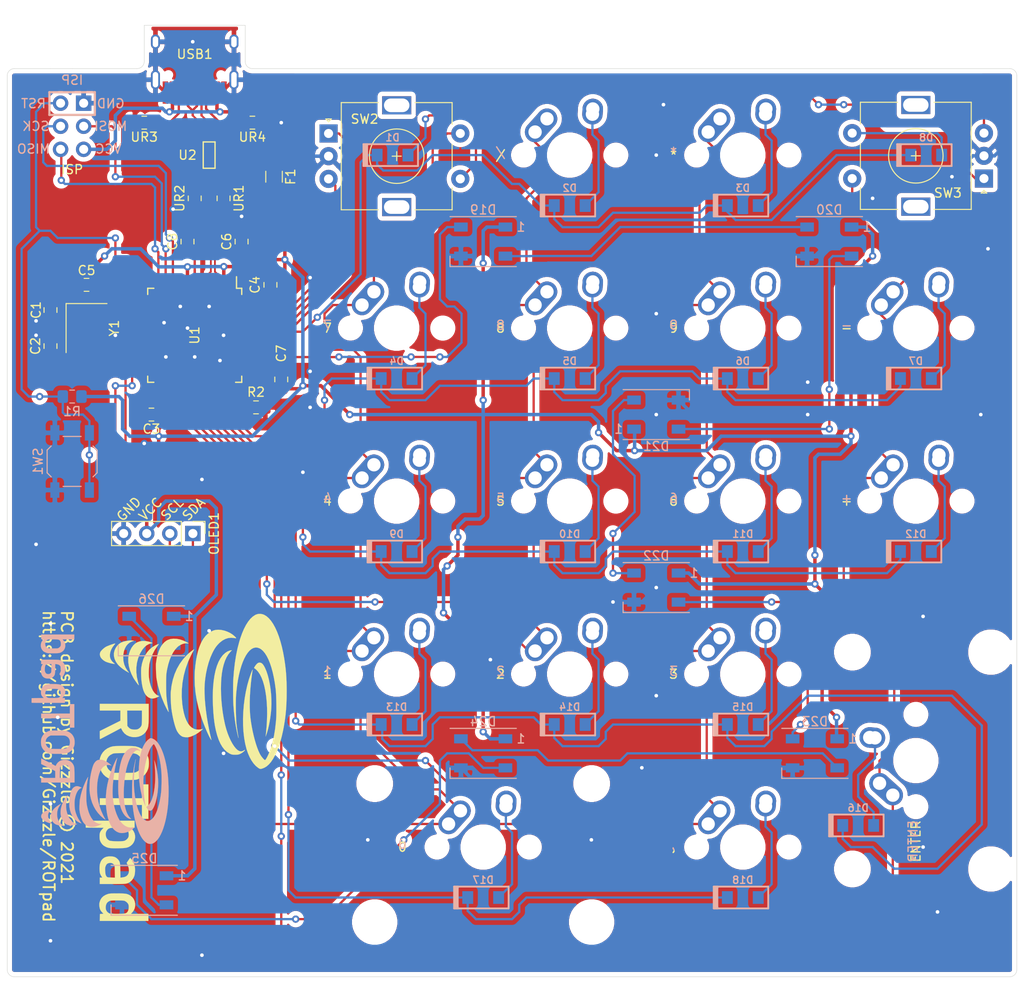
<source format=kicad_pcb>
(kicad_pcb (version 20171130) (host pcbnew "(5.1.9)-1")
  (layers (0 F.Cu signal) (31 B.Cu signal) (34 B.Paste user) (35 F.Paste user) (36 B.SilkS user) (37 F.SilkS user) (38 B.Mask user) (39 F.Mask user) (44 Edge.Cuts user))
  (net 0 "")
  (net 1 VCC)
  (net 2 row0)
  (net 3 "Net-(D2-Pad2)")
  (net 4 "Net-(D3-Pad2)")
  (net 5 row1)
  (net 6 "Net-(D4-Pad2)")
  (net 7 "Net-(D5-Pad2)")
  (net 8 "Net-(D6-Pad2)")
  (net 9 "Net-(D7-Pad2)")
  (net 10 row2)
  (net 11 "Net-(D8-Pad2)")
  (net 12 "Net-(D9-Pad2)")
  (net 13 "Net-(D10-Pad2)")
  (net 14 "Net-(D11-Pad2)")
  (net 15 row3)
  (net 16 "Net-(D12-Pad2)")
  (net 17 "Net-(D13-Pad2)")
  (net 18 "Net-(D14-Pad2)")
  (net 19 "Net-(D15-Pad2)")
  (net 20 row4)
  (net 21 "Net-(D16-Pad2)")
  (net 22 "Net-(D17-Pad2)")
  (net 23 col0)
  (net 24 din)
  (net 25 "Net-(D19-Pad2)")
  (net 26 "Net-(D20-Pad2)")
  (net 27 "Net-(D21-Pad2)")
  (net 28 "Net-(D22-Pad2)")
  (net 29 "Net-(D23-Pad2)")
  (net 30 col1)
  (net 31 col2)
  (net 32 col3)
  (net 33 "Net-(R2-Pad2)")
  (net 34 B2)
  (net 35 A2)
  (net 36 A3)
  (net 37 B3)
  (net 38 "Net-(U1-Pad1)")
  (net 39 D-)
  (net 40 D+)
  (net 41 "Net-(U1-Pad8)")
  (net 42 "Net-(U1-Pad12)")
  (net 43 "Net-(U1-Pad20)")
  (net 44 "Net-(U1-Pad42)")
  (net 45 "Net-(UR3-Pad1)")
  (net 46 "Net-(UR4-Pad1)")
  (net 47 "Net-(USB1-Pad9)")
  (net 48 "Net-(USB1-Pad3)")
  (net 49 GND)
  (net 50 "Net-(D18-Pad2)")
  (net 51 RST)
  (net 52 MOSI)
  (net 53 SCK)
  (net 54 MISO)
  (net 55 SDA)
  (net 56 "Net-(D24-Pad2)")
  (net 57 "Net-(D1-Pad2)")
  (net 58 DN)
  (net 59 DP)
  (net 60 XTAL1)
  (net 61 XTAL2)
  (net 62 UCAP)
  (net 63 SCL)
  (net 64 "Net-(D25-Pad2)")
  (net 65 "Net-(D26-Pad2)")
  (net 66 "Net-(U1-Pad21)")
  (net 67 "Net-(U1-Pad22)")
  (module logo:ROTpad_logo_SMALL (layer B.Cu) (at 69.0519 125.4046 90)
    (fp_text reference G*** hide)
    (fp_text value LOGO hide)
  )
  (module logo:ROTpad_logo (layer F.Cu) (at 78.5763 128.5794 270)
    (fp_text reference G*** hide)
    (fp_text value LOGO hide)
  )
  (module MX_Alps_Hybrid:MX-1U-NoLED (layer F.Cu) (at 139.6912 118.2613)
    (fp_text reference K13)
    (fp_text value 3 (at -7.62 -0.3175) (layer B.SilkS) (effects (justify mirror)))
    (fp_text user %V (at -7.62 0) (layer F.SilkS))
    (pad 2 thru_hole oval (at 2.5 -4.5 86) (size 2.831378 2.25) (drill 1.47 (offset 0.290689 0)) (layers *.Cu *.Mask) (net 19 "Net-(D15-Pad2)"))
    (pad 2 thru_hole circle (at 2.54 -5.08) (size 2.25 2.25) (drill 1.47) (layers *.Cu *.Mask) (net 19 "Net-(D15-Pad2)"))
    (pad 1 thru_hole oval (at -3.81 -2.54 48) (size 4.211556 2.25) (drill 1.47 (offset 0.980778 0)) (layers *.Cu *.Mask) (net 31 col2))
    (pad "" np_thru_hole circle (at 0 0) (size 3.9878 3.9878) (drill 3.9878) (layers *.Cu *.Mask))
    (pad 1 thru_hole circle (at -2.5 -4) (size 2.25 2.25) (drill 1.47) (layers *.Cu *.Mask) (net 31 col2))
    (pad "" np_thru_hole circle (at -5.08 0 48.0996) (size 1.75 1.75) (drill 1.75) (layers *.Cu *.Mask))
    (pad "" np_thru_hole circle (at 5.08 0 48.0996) (size 1.75 1.75) (drill 1.75) (layers *.Cu *.Mask))
  )
  (module MX_Alps_Hybrid:MX-1U-NoLED (layer F.Cu) (at 120.6424 118.2613)
    (fp_text reference K12)
    (fp_text value 2 (at -7.62 -0.3175) (layer B.SilkS) (effects (justify mirror)))
    (fp_text user %V (at -7.62 0) (layer F.SilkS))
    (pad 2 thru_hole oval (at 2.5 -4.5 86) (size 2.831378 2.25) (drill 1.47 (offset 0.290689 0)) (layers *.Cu *.Mask) (net 18 "Net-(D14-Pad2)"))
    (pad 2 thru_hole circle (at 2.54 -5.08) (size 2.25 2.25) (drill 1.47) (layers *.Cu *.Mask) (net 18 "Net-(D14-Pad2)"))
    (pad 1 thru_hole oval (at -3.81 -2.54 48) (size 4.211556 2.25) (drill 1.47 (offset 0.980778 0)) (layers *.Cu *.Mask) (net 30 col1))
    (pad "" np_thru_hole circle (at 0 0) (size 3.9878 3.9878) (drill 3.9878) (layers *.Cu *.Mask))
    (pad 1 thru_hole circle (at -2.5 -4) (size 2.25 2.25) (drill 1.47) (layers *.Cu *.Mask) (net 30 col1))
    (pad "" np_thru_hole circle (at -5.08 0 48.0996) (size 1.75 1.75) (drill 1.75) (layers *.Cu *.Mask))
    (pad "" np_thru_hole circle (at 5.08 0 48.0996) (size 1.75 1.75) (drill 1.75) (layers *.Cu *.Mask))
  )
  (module LED_SMD:LED_WS2812B_PLCC4_5.0x5.0mm_P3.2mm (layer B.Cu) (at 74.6078 113.4991 180)
    (fp_text reference D26 (at 0 3.5) (layer B.SilkS) (effects (justify mirror)))
    (fp_text value WS2812B)
    (fp_text user 1 (at -4.15 1.6) (layer B.SilkS) (effects (justify mirror)))
    (pad 3 smd rect (at 2.45 -1.6 180) (size 1.5 1) (layers B.Cu B.Paste B.Mask) (net 49 GND))
    (pad 4 smd rect (at 2.45 1.6 180) (size 1.5 1) (layers B.Cu B.Paste B.Mask) (net 64 "Net-(D25-Pad2)"))
    (pad 2 smd rect (at -2.45 -1.6 180) (size 1.5 1) (layers B.Cu B.Paste B.Mask) (net 65 "Net-(D26-Pad2)"))
    (pad 1 smd rect (at -2.45 1.6 180) (size 1.5 1) (layers B.Cu B.Paste B.Mask) (net 1 VCC))
  )
  (module LED_SMD:LED_WS2812B_PLCC4_5.0x5.0mm_P3.2mm (layer B.Cu) (at 73.8141 142.0723 180)
    (fp_text reference D25 (at 0 3.5) (layer B.SilkS) (effects (justify mirror)))
    (fp_text value WS2812B)
    (fp_text user 1 (at -4.15 1.6) (layer B.SilkS) (effects (justify mirror)))
    (pad 3 smd rect (at 2.45 -1.6 180) (size 1.5 1) (layers B.Cu B.Paste B.Mask) (net 49 GND))
    (pad 4 smd rect (at 2.45 1.6 180) (size 1.5 1) (layers B.Cu B.Paste B.Mask) (net 56 "Net-(D24-Pad2)"))
    (pad 2 smd rect (at -2.45 -1.6 180) (size 1.5 1) (layers B.Cu B.Paste B.Mask) (net 64 "Net-(D25-Pad2)"))
    (pad 1 smd rect (at -2.45 1.6 180) (size 1.5 1) (layers B.Cu B.Paste B.Mask) (net 1 VCC))
  )
  (module MX_Alps_Hybrid:MX-1U-NoLED (layer F.Cu) (at 158.74 80.1637)
    (fp_text reference K6)
    (fp_text value - (at -7.62 -0.3175) (layer B.SilkS) (effects (justify mirror)))
    (fp_text user %V (at -7.62 0) (layer F.SilkS))
    (pad 2 thru_hole oval (at 2.5 -4.5 86) (size 2.831378 2.25) (drill 1.47 (offset 0.290689 0)) (layers *.Cu *.Mask) (net 9 "Net-(D7-Pad2)"))
    (pad 2 thru_hole circle (at 2.54 -5.08) (size 2.25 2.25) (drill 1.47) (layers *.Cu *.Mask) (net 9 "Net-(D7-Pad2)"))
    (pad 1 thru_hole oval (at -3.81 -2.54 48) (size 4.211556 2.25) (drill 1.47 (offset 0.980778 0)) (layers *.Cu *.Mask) (net 32 col3))
    (pad "" np_thru_hole circle (at 0 0) (size 3.9878 3.9878) (drill 3.9878) (layers *.Cu *.Mask))
    (pad 1 thru_hole circle (at -2.5 -4) (size 2.25 2.25) (drill 1.47) (layers *.Cu *.Mask) (net 32 col3))
    (pad "" np_thru_hole circle (at -5.08 0 48.0996) (size 1.75 1.75) (drill 1.75) (layers *.Cu *.Mask))
    (pad "" np_thru_hole circle (at 5.08 0 48.0996) (size 1.75 1.75) (drill 1.75) (layers *.Cu *.Mask))
  )
  (module Rotary_Encoder:RotaryEncoder_Alps_EC11E-Switch_Vertical_H20mm (layer F.Cu) (at 166.2333 63.696 180)
    (fp_text reference SW3 (at 3.9685 -1.5874) (layer F.SilkS))
    (fp_text value Rotary_Encoder_Switch)
    (pad A thru_hole rect (at 0 0 180) (size 2 2) (drill 1) (layers *.Cu *.Mask) (net 36 A3))
    (pad C thru_hole circle (at 0 2.5 180) (size 2 2) (drill 1) (layers *.Cu *.Mask) (net 49 GND))
    (pad B thru_hole circle (at 0 5 180) (size 2 2) (drill 1) (layers *.Cu *.Mask) (net 37 B3))
    (pad MP thru_hole rect (at 7.5 -3.1 180) (size 3.2 2) (drill oval 2.8 1.5) (layers *.Cu *.Mask))
    (pad MP thru_hole rect (at 7.5 8.1 180) (size 3.2 2) (drill oval 2.8 1.5) (layers *.Cu *.Mask))
    (pad S2 thru_hole circle (at 14.5 0 180) (size 2 2) (drill 1) (layers *.Cu *.Mask) (net 32 col3))
    (pad S1 thru_hole circle (at 14.5 5 180) (size 2 2) (drill 1) (layers *.Cu *.Mask) (net 11 "Net-(D8-Pad2)"))
  )
  (module keyboard_parts:D_SOD123 (layer B.Cu) (at 152.3904 134.929)
    (fp_text reference D16 (at 0 -1.925) (layer B.SilkS) (effects (font (size 0.8 0.8)) (justify mirror)))
    (fp_text value D hide)
    (pad 2 smd rect (at 1.7 0) (size 1.2 1.4) (layers B.Cu B.Paste B.Mask) (net 21 "Net-(D16-Pad2)"))
    (pad 1 smd rect (at -1.7 0) (size 1.2 1.4) (layers B.Cu B.Paste B.Mask) (net 15 row3))
  )
  (module Connector_PinHeader_2.54mm:PinHeader_1x04_P2.54mm_Vertical (layer F.Cu) (at 79.17 102.78415 270)
    (fp_text reference OLED1 (at 0 -2.33 270) (layer F.SilkS))
    (fp_text value Conn_01x04)
    (pad 1 thru_hole rect (at 0 0 270) (size 1.7 1.7) (drill 1) (layers *.Cu *.Mask) (net 55 SDA))
    (pad 2 thru_hole oval (at 0 2.54 270) (size 1.7 1.7) (drill 1) (layers *.Cu *.Mask) (net 63 SCL))
    (pad 3 thru_hole oval (at 0 5.08 270) (size 1.7 1.7) (drill 1) (layers *.Cu *.Mask) (net 1 VCC))
    (pad 4 thru_hole oval (at 0 7.62 270) (size 1.7 1.7) (drill 1) (layers *.Cu *.Mask) (net 49 GND))
  )
  (module random-keyboard-parts:Reset_Pretty-Mask (layer B.Cu) (at 65.8771 57.9401)
    (fp_text reference J_ISP1)
    (fp_text value AVR-ISP-6)
    (fp_text user GND (at 4.25 -2.5) (layer B.SilkS) (effects (justify mirror)))
    (fp_text user RST (at -4.25 -2.5) (layer B.SilkS) (effects (justify mirror)))
    (fp_text user MOSI (at 4.25 0) (layer B.SilkS) (effects (justify mirror)))
    (fp_text user SCK (at -4 0) (layer B.SilkS) (effects (justify mirror)))
    (fp_text user VCC (at 4 2.5) (layer B.SilkS) (effects (justify mirror)))
    (fp_text user MISO (at -4.25 2.5) (layer B.SilkS) (effects (justify mirror)))
    (fp_text user ISP (at 0 4.7622) (layer F.SilkS))
    (fp_text user ISP (at 0 -5.08) (layer B.SilkS) (effects (justify mirror)))
    (pad 1 thru_hole circle (at -1.27 2.54) (size 1.7 1.7) (drill 1) (layers *.Cu *.Mask) (net 54 MISO))
    (pad 2 thru_hole circle (at 1.27 2.54) (size 1.7 1.7) (drill 1) (layers *.Cu *.Mask) (net 1 VCC))
    (pad 3 thru_hole circle (at -1.27 0) (size 1.7 1.7) (drill 1) (layers *.Cu *.Mask) (net 53 SCK))
    (pad 4 thru_hole circle (at 1.27 0) (size 1.7 1.7) (drill 1) (layers *.Cu *.Mask) (net 52 MOSI))
    (pad 5 thru_hole circle (at -1.27 -2.54) (size 1.7 1.7) (drill 1) (layers *.Cu *.Mask) (net 51 RST))
    (pad 6 thru_hole rect (at 1.27 -2.54) (size 1.7 1.7) (drill 1) (layers *.Cu *.Mask) (net 49 GND))
  )
  (module MX_Alps_Hybrid:MX-1U-NoLED (layer F.Cu) (at 139.6912 61.1149)
    (fp_text reference K2)
    (fp_text value * (at -7.62 -0.3175) (layer B.SilkS) (effects (justify mirror)))
    (fp_text user %V (at -7.62 0) (layer F.SilkS))
    (pad 2 thru_hole oval (at 2.5 -4.5 86) (size 2.831378 2.25) (drill 1.47 (offset 0.290689 0)) (layers *.Cu *.Mask) (net 4 "Net-(D3-Pad2)"))
    (pad 2 thru_hole circle (at 2.54 -5.08) (size 2.25 2.25) (drill 1.47) (layers *.Cu *.Mask) (net 4 "Net-(D3-Pad2)"))
    (pad 1 thru_hole oval (at -3.81 -2.54 48) (size 4.211556 2.25) (drill 1.47 (offset 0.980778 0)) (layers *.Cu *.Mask) (net 31 col2))
    (pad "" np_thru_hole circle (at 0 0) (size 3.9878 3.9878) (drill 3.9878) (layers *.Cu *.Mask))
    (pad 1 thru_hole circle (at -2.5 -4) (size 2.25 2.25) (drill 1.47) (layers *.Cu *.Mask) (net 31 col2))
    (pad "" np_thru_hole circle (at -5.08 0 48.0996) (size 1.75 1.75) (drill 1.75) (layers *.Cu *.Mask))
    (pad "" np_thru_hole circle (at 5.08 0 48.0996) (size 1.75 1.75) (drill 1.75) (layers *.Cu *.Mask))
  )
  (module MX_Alps_Hybrid:MX-1U-NoLED (layer F.Cu) (at 120.6424 61.1149)
    (fp_text reference K1)
    (fp_text value / (at -7.62 -0.3175) (layer B.SilkS) (effects (justify mirror)))
    (fp_text user %V (at -7.62 0) (layer F.SilkS))
    (pad 2 thru_hole oval (at 2.5 -4.5 86) (size 2.831378 2.25) (drill 1.47 (offset 0.290689 0)) (layers *.Cu *.Mask) (net 3 "Net-(D2-Pad2)"))
    (pad 2 thru_hole circle (at 2.54 -5.08) (size 2.25 2.25) (drill 1.47) (layers *.Cu *.Mask) (net 3 "Net-(D2-Pad2)"))
    (pad 1 thru_hole oval (at -3.81 -2.54 48) (size 4.211556 2.25) (drill 1.47 (offset 0.980778 0)) (layers *.Cu *.Mask) (net 30 col1))
    (pad "" np_thru_hole circle (at 0 0) (size 3.9878 3.9878) (drill 3.9878) (layers *.Cu *.Mask))
    (pad 1 thru_hole circle (at -2.5 -4) (size 2.25 2.25) (drill 1.47) (layers *.Cu *.Mask) (net 30 col1))
    (pad "" np_thru_hole circle (at -5.08 0 48.0996) (size 1.75 1.75) (drill 1.75) (layers *.Cu *.Mask))
    (pad "" np_thru_hole circle (at 5.08 0 48.0996) (size 1.75 1.75) (drill 1.75) (layers *.Cu *.Mask))
  )
  (module MX_Alps_Hybrid:MX-1U-NoLED (layer F.Cu) (at 120.6424 80.1637)
    (fp_text reference K4)
    (fp_text value 8 (at -7.62 -0.3175) (layer B.SilkS) (effects (justify mirror)))
    (fp_text user %V (at -7.62 0) (layer F.SilkS))
    (pad 2 thru_hole oval (at 2.5 -4.5 86) (size 2.831378 2.25) (drill 1.47 (offset 0.290689 0)) (layers *.Cu *.Mask) (net 7 "Net-(D5-Pad2)"))
    (pad 2 thru_hole circle (at 2.54 -5.08) (size 2.25 2.25) (drill 1.47) (layers *.Cu *.Mask) (net 7 "Net-(D5-Pad2)"))
    (pad 1 thru_hole oval (at -3.81 -2.54 48) (size 4.211556 2.25) (drill 1.47 (offset 0.980778 0)) (layers *.Cu *.Mask) (net 30 col1))
    (pad "" np_thru_hole circle (at 0 0) (size 3.9878 3.9878) (drill 3.9878) (layers *.Cu *.Mask))
    (pad 1 thru_hole circle (at -2.5 -4) (size 2.25 2.25) (drill 1.47) (layers *.Cu *.Mask) (net 30 col1))
    (pad "" np_thru_hole circle (at -5.08 0 48.0996) (size 1.75 1.75) (drill 1.75) (layers *.Cu *.Mask))
    (pad "" np_thru_hole circle (at 5.08 0 48.0996) (size 1.75 1.75) (drill 1.75) (layers *.Cu *.Mask))
  )
  (module MX_Alps_Hybrid:MX-1U-NoLED (layer F.Cu) (at 120.6424 99.2125)
    (fp_text reference K8)
    (fp_text value 5 (at -7.62 -0.3175) (layer B.SilkS) (effects (justify mirror)))
    (fp_text user %V (at -7.62 0) (layer F.SilkS))
    (pad 2 thru_hole oval (at 2.5 -4.5 86) (size 2.831378 2.25) (drill 1.47 (offset 0.290689 0)) (layers *.Cu *.Mask) (net 13 "Net-(D10-Pad2)"))
    (pad 2 thru_hole circle (at 2.54 -5.08) (size 2.25 2.25) (drill 1.47) (layers *.Cu *.Mask) (net 13 "Net-(D10-Pad2)"))
    (pad 1 thru_hole oval (at -3.81 -2.54 48) (size 4.211556 2.25) (drill 1.47 (offset 0.980778 0)) (layers *.Cu *.Mask) (net 30 col1))
    (pad "" np_thru_hole circle (at 0 0) (size 3.9878 3.9878) (drill 3.9878) (layers *.Cu *.Mask))
    (pad 1 thru_hole circle (at -2.5 -4) (size 2.25 2.25) (drill 1.47) (layers *.Cu *.Mask) (net 30 col1))
    (pad "" np_thru_hole circle (at -5.08 0 48.0996) (size 1.75 1.75) (drill 1.75) (layers *.Cu *.Mask))
    (pad "" np_thru_hole circle (at 5.08 0 48.0996) (size 1.75 1.75) (drill 1.75) (layers *.Cu *.Mask))
  )
  (module MX_Alps_Hybrid:MX-1U-NoLED (layer F.Cu) (at 101.5936 80.1637)
    (fp_text reference K3)
    (fp_text value 7 (at -7.62 -0.3175) (layer B.SilkS) (effects (justify mirror)))
    (fp_text user %V (at -7.62 0) (layer F.SilkS))
    (pad 2 thru_hole oval (at 2.5 -4.5 86) (size 2.831378 2.25) (drill 1.47 (offset 0.290689 0)) (layers *.Cu *.Mask) (net 6 "Net-(D4-Pad2)"))
    (pad 2 thru_hole circle (at 2.54 -5.08) (size 2.25 2.25) (drill 1.47) (layers *.Cu *.Mask) (net 6 "Net-(D4-Pad2)"))
    (pad 1 thru_hole oval (at -3.81 -2.54 48) (size 4.211556 2.25) (drill 1.47 (offset 0.980778 0)) (layers *.Cu *.Mask) (net 23 col0))
    (pad "" np_thru_hole circle (at 0 0) (size 3.9878 3.9878) (drill 3.9878) (layers *.Cu *.Mask))
    (pad 1 thru_hole circle (at -2.5 -4) (size 2.25 2.25) (drill 1.47) (layers *.Cu *.Mask) (net 23 col0))
    (pad "" np_thru_hole circle (at -5.08 0 48.0996) (size 1.75 1.75) (drill 1.75) (layers *.Cu *.Mask))
    (pad "" np_thru_hole circle (at 5.08 0 48.0996) (size 1.75 1.75) (drill 1.75) (layers *.Cu *.Mask))
  )
  (module MX_Alps_Hybrid:MX-1U-NoLED (layer F.Cu) (at 139.6912 80.1637)
    (fp_text reference K5)
    (fp_text value 9 (at -7.62 -0.3175) (layer B.SilkS) (effects (justify mirror)))
    (fp_text user %V (at -7.62 0) (layer F.SilkS))
    (pad 2 thru_hole oval (at 2.5 -4.5 86) (size 2.831378 2.25) (drill 1.47 (offset 0.290689 0)) (layers *.Cu *.Mask) (net 8 "Net-(D6-Pad2)"))
    (pad 2 thru_hole circle (at 2.54 -5.08) (size 2.25 2.25) (drill 1.47) (layers *.Cu *.Mask) (net 8 "Net-(D6-Pad2)"))
    (pad 1 thru_hole oval (at -3.81 -2.54 48) (size 4.211556 2.25) (drill 1.47 (offset 0.980778 0)) (layers *.Cu *.Mask) (net 31 col2))
    (pad "" np_thru_hole circle (at 0 0) (size 3.9878 3.9878) (drill 3.9878) (layers *.Cu *.Mask))
    (pad 1 thru_hole circle (at -2.5 -4) (size 2.25 2.25) (drill 1.47) (layers *.Cu *.Mask) (net 31 col2))
    (pad "" np_thru_hole circle (at -5.08 0 48.0996) (size 1.75 1.75) (drill 1.75) (layers *.Cu *.Mask))
    (pad "" np_thru_hole circle (at 5.08 0 48.0996) (size 1.75 1.75) (drill 1.75) (layers *.Cu *.Mask))
  )
  (module MX_Alps_Hybrid:MX-1U-NoLED (layer F.Cu) (at 101.5936 99.2125)
    (fp_text reference K7)
    (fp_text value 4 (at -7.62 -0.3175) (layer B.SilkS) (effects (justify mirror)))
    (fp_text user %V (at -7.62 0) (layer F.SilkS))
    (pad 2 thru_hole oval (at 2.5 -4.5 86) (size 2.831378 2.25) (drill 1.47 (offset 0.290689 0)) (layers *.Cu *.Mask) (net 12 "Net-(D9-Pad2)"))
    (pad 2 thru_hole circle (at 2.54 -5.08) (size 2.25 2.25) (drill 1.47) (layers *.Cu *.Mask) (net 12 "Net-(D9-Pad2)"))
    (pad 1 thru_hole oval (at -3.81 -2.54 48) (size 4.211556 2.25) (drill 1.47 (offset 0.980778 0)) (layers *.Cu *.Mask) (net 23 col0))
    (pad "" np_thru_hole circle (at 0 0) (size 3.9878 3.9878) (drill 3.9878) (layers *.Cu *.Mask))
    (pad 1 thru_hole circle (at -2.5 -4) (size 2.25 2.25) (drill 1.47) (layers *.Cu *.Mask) (net 23 col0))
    (pad "" np_thru_hole circle (at -5.08 0 48.0996) (size 1.75 1.75) (drill 1.75) (layers *.Cu *.Mask))
    (pad "" np_thru_hole circle (at 5.08 0 48.0996) (size 1.75 1.75) (drill 1.75) (layers *.Cu *.Mask))
  )
  (module MX_Alps_Hybrid:MX-1U-NoLED (layer F.Cu) (at 139.6912 99.2125)
    (fp_text reference K9)
    (fp_text value 6 (at -7.62 -0.3175) (layer B.SilkS) (effects (justify mirror)))
    (fp_text user %V (at -7.62 0) (layer F.SilkS))
    (pad 2 thru_hole oval (at 2.5 -4.5 86) (size 2.831378 2.25) (drill 1.47 (offset 0.290689 0)) (layers *.Cu *.Mask) (net 14 "Net-(D11-Pad2)"))
    (pad 2 thru_hole circle (at 2.54 -5.08) (size 2.25 2.25) (drill 1.47) (layers *.Cu *.Mask) (net 14 "Net-(D11-Pad2)"))
    (pad 1 thru_hole oval (at -3.81 -2.54 48) (size 4.211556 2.25) (drill 1.47 (offset 0.980778 0)) (layers *.Cu *.Mask) (net 31 col2))
    (pad "" np_thru_hole circle (at 0 0) (size 3.9878 3.9878) (drill 3.9878) (layers *.Cu *.Mask))
    (pad 1 thru_hole circle (at -2.5 -4) (size 2.25 2.25) (drill 1.47) (layers *.Cu *.Mask) (net 31 col2))
    (pad "" np_thru_hole circle (at -5.08 0 48.0996) (size 1.75 1.75) (drill 1.75) (layers *.Cu *.Mask))
    (pad "" np_thru_hole circle (at 5.08 0 48.0996) (size 1.75 1.75) (drill 1.75) (layers *.Cu *.Mask))
  )
  (module MX_Alps_Hybrid:MX-2U-NoLED (layer F.Cu) (at 111.118 137.3101)
    (fp_text reference K15)
    (fp_text value 0 (at -8.89 -0.3175) (layer B.SilkS) (effects (justify mirror)))
    (fp_text user %V (at -8.89 0) (layer F.SilkS))
    (pad 2 thru_hole oval (at 2.5 -4.5 86) (size 2.831378 2.25) (drill 1.47 (offset 0.290689 0)) (layers *.Cu *.Mask) (net 22 "Net-(D17-Pad2)"))
    (pad 2 thru_hole circle (at 2.54 -5.08) (size 2.25 2.25) (drill 1.47) (layers *.Cu *.Mask) (net 22 "Net-(D17-Pad2)"))
    (pad 1 thru_hole oval (at -3.81 -2.54 48) (size 4.211556 2.25) (drill 1.47 (offset 0.980778 0)) (layers *.Cu *.Mask) (net 23 col0))
    (pad "" np_thru_hole circle (at 0 0) (size 3.9878 3.9878) (drill 3.9878) (layers *.Cu *.Mask))
    (pad 1 thru_hole circle (at -2.5 -4) (size 2.25 2.25) (drill 1.47) (layers *.Cu *.Mask) (net 23 col0))
    (pad "" np_thru_hole circle (at -5.08 0 48.0996) (size 1.75 1.75) (drill 1.75) (layers *.Cu *.Mask))
    (pad "" np_thru_hole circle (at 5.08 0 48.0996) (size 1.75 1.75) (drill 1.75) (layers *.Cu *.Mask))
    (pad "" np_thru_hole circle (at -11.938 -6.985) (size 3.048 3.048) (drill 3.048) (layers *.Cu *.Mask))
    (pad "" np_thru_hole circle (at 11.938 -6.985) (size 3.048 3.048) (drill 3.048) (layers *.Cu *.Mask))
    (pad "" np_thru_hole circle (at -11.938 8.255) (size 3.9878 3.9878) (drill 3.9878) (layers *.Cu *.Mask))
    (pad "" np_thru_hole circle (at 11.938 8.255) (size 3.9878 3.9878) (drill 3.9878) (layers *.Cu *.Mask))
  )
  (module MX_Alps_Hybrid:MX-2U-NoLED (layer F.Cu) (at 158.74 127.7857 90)
    (fp_text reference K14)
    (fp_text value ENTER (at -8.89 -0.3175 90) (layer B.SilkS) (effects (justify mirror)))
    (fp_text user %V (at -8.89 0 90) (layer F.SilkS))
    (pad 2 thru_hole oval (at 2.5 -4.5 176) (size 2.831378 2.25) (drill 1.47 (offset 0.290689 0)) (layers *.Cu *.Mask) (net 21 "Net-(D16-Pad2)"))
    (pad 2 thru_hole circle (at 2.54 -5.08 90) (size 2.25 2.25) (drill 1.47) (layers *.Cu *.Mask) (net 21 "Net-(D16-Pad2)"))
    (pad 1 thru_hole oval (at -3.81 -2.54 138) (size 4.211556 2.25) (drill 1.47 (offset 0.980778 0)) (layers *.Cu *.Mask) (net 32 col3))
    (pad "" np_thru_hole circle (at 0 0 90) (size 3.9878 3.9878) (drill 3.9878) (layers *.Cu *.Mask))
    (pad 1 thru_hole circle (at -2.5 -4 90) (size 2.25 2.25) (drill 1.47) (layers *.Cu *.Mask) (net 32 col3))
    (pad "" np_thru_hole circle (at -5.08 0 138.0996) (size 1.75 1.75) (drill 1.75) (layers *.Cu *.Mask))
    (pad "" np_thru_hole circle (at 5.08 0 138.0996) (size 1.75 1.75) (drill 1.75) (layers *.Cu *.Mask))
    (pad "" np_thru_hole circle (at -11.938 -6.985 90) (size 3.048 3.048) (drill 3.048) (layers *.Cu *.Mask))
    (pad "" np_thru_hole circle (at 11.938 -6.985 90) (size 3.048 3.048) (drill 3.048) (layers *.Cu *.Mask))
    (pad "" np_thru_hole circle (at -11.938 8.255 90) (size 3.9878 3.9878) (drill 3.9878) (layers *.Cu *.Mask))
    (pad "" np_thru_hole circle (at 11.938 8.255 90) (size 3.9878 3.9878) (drill 3.9878) (layers *.Cu *.Mask))
  )
  (module MX_Alps_Hybrid:MX-1U-NoLED (layer F.Cu) (at 158.74 99.2125)
    (fp_text reference K10)
    (fp_text value + (at -7.62 -0.3175) (layer B.SilkS) (effects (justify mirror)))
    (fp_text user %V (at -7.62 0) (layer F.SilkS))
    (pad 2 thru_hole oval (at 2.5 -4.5 86) (size 2.831378 2.25) (drill 1.47 (offset 0.290689 0)) (layers *.Cu *.Mask) (net 16 "Net-(D12-Pad2)"))
    (pad 2 thru_hole circle (at 2.54 -5.08) (size 2.25 2.25) (drill 1.47) (layers *.Cu *.Mask) (net 16 "Net-(D12-Pad2)"))
    (pad 1 thru_hole oval (at -3.81 -2.54 48) (size 4.211556 2.25) (drill 1.47 (offset 0.980778 0)) (layers *.Cu *.Mask) (net 32 col3))
    (pad "" np_thru_hole circle (at 0 0) (size 3.9878 3.9878) (drill 3.9878) (layers *.Cu *.Mask))
    (pad 1 thru_hole circle (at -2.5 -4) (size 2.25 2.25) (drill 1.47) (layers *.Cu *.Mask) (net 32 col3))
    (pad "" np_thru_hole circle (at -5.08 0 48.0996) (size 1.75 1.75) (drill 1.75) (layers *.Cu *.Mask))
    (pad "" np_thru_hole circle (at 5.08 0 48.0996) (size 1.75 1.75) (drill 1.75) (layers *.Cu *.Mask))
  )
  (module MX_Alps_Hybrid:MX-1U-NoLED (layer F.Cu) (at 101.5936 118.2613)
    (fp_text reference K11)
    (fp_text value 1 (at -7.62 -0.3175) (layer B.SilkS) (effects (justify mirror)))
    (fp_text user %V (at -7.62 0) (layer F.SilkS))
    (pad 2 thru_hole oval (at 2.5 -4.5 86) (size 2.831378 2.25) (drill 1.47 (offset 0.290689 0)) (layers *.Cu *.Mask) (net 17 "Net-(D13-Pad2)"))
    (pad 2 thru_hole circle (at 2.54 -5.08) (size 2.25 2.25) (drill 1.47) (layers *.Cu *.Mask) (net 17 "Net-(D13-Pad2)"))
    (pad 1 thru_hole oval (at -3.81 -2.54 48) (size 4.211556 2.25) (drill 1.47 (offset 0.980778 0)) (layers *.Cu *.Mask) (net 23 col0))
    (pad "" np_thru_hole circle (at 0 0) (size 3.9878 3.9878) (drill 3.9878) (layers *.Cu *.Mask))
    (pad 1 thru_hole circle (at -2.5 -4) (size 2.25 2.25) (drill 1.47) (layers *.Cu *.Mask) (net 23 col0))
    (pad "" np_thru_hole circle (at -5.08 0 48.0996) (size 1.75 1.75) (drill 1.75) (layers *.Cu *.Mask))
    (pad "" np_thru_hole circle (at 5.08 0 48.0996) (size 1.75 1.75) (drill 1.75) (layers *.Cu *.Mask))
  )
  (module MX_Alps_Hybrid:MX-1U-NoLED (layer F.Cu) (at 139.6912 137.3101)
    (fp_text reference K16)
    (fp_text value , (at -7.62 -0.3175) (layer B.SilkS) (effects (justify mirror)))
    (fp_text user %V (at -7.62 0) (layer F.SilkS))
    (pad 2 thru_hole oval (at 2.5 -4.5 86) (size 2.831378 2.25) (drill 1.47 (offset 0.290689 0)) (layers *.Cu *.Mask) (net 50 "Net-(D18-Pad2)"))
    (pad 2 thru_hole circle (at 2.54 -5.08) (size 2.25 2.25) (drill 1.47) (layers *.Cu *.Mask) (net 50 "Net-(D18-Pad2)"))
    (pad 1 thru_hole oval (at -3.81 -2.54 48) (size 4.211556 2.25) (drill 1.47 (offset 0.980778 0)) (layers *.Cu *.Mask) (net 31 col2))
    (pad "" np_thru_hole circle (at 0 0) (size 3.9878 3.9878) (drill 3.9878) (layers *.Cu *.Mask))
    (pad 1 thru_hole circle (at -2.5 -4) (size 2.25 2.25) (drill 1.47) (layers *.Cu *.Mask) (net 31 col2))
    (pad "" np_thru_hole circle (at -5.08 0 48.0996) (size 1.75 1.75) (drill 1.75) (layers *.Cu *.Mask))
    (pad "" np_thru_hole circle (at 5.08 0 48.0996) (size 1.75 1.75) (drill 1.75) (layers *.Cu *.Mask))
  )
  (module Package_QFP:TQFP-44_10x10mm_P0.8mm (layer F.Cu) (at 79.37 80.9574 270)
    (fp_text reference U1 (at 0 0 90) (layer F.SilkS))
    (fp_text value ATMEGA32U4)
    (pad 1 smd rect (at -5.7 -4 270) (size 1.5 0.55) (layers F.Cu F.Paste F.Mask) (net 38 "Net-(U1-Pad1)"))
    (pad 2 smd rect (at -5.7 -3.2 270) (size 1.5 0.55) (layers F.Cu F.Paste F.Mask) (net 1 VCC))
    (pad 3 smd rect (at -5.7 -2.4 270) (size 1.5 0.55) (layers F.Cu F.Paste F.Mask) (net 39 D-))
    (pad 4 smd rect (at -5.7 -1.6 270) (size 1.5 0.55) (layers F.Cu F.Paste F.Mask) (net 40 D+))
    (pad 5 smd rect (at -5.7 -0.8 270) (size 1.5 0.55) (layers F.Cu F.Paste F.Mask) (net 49 GND))
    (pad 6 smd rect (at -5.7 0 270) (size 1.5 0.55) (layers F.Cu F.Paste F.Mask) (net 62 UCAP))
    (pad 7 smd rect (at -5.7 0.8 270) (size 1.5 0.55) (layers F.Cu F.Paste F.Mask) (net 1 VCC))
    (pad 8 smd rect (at -5.7 1.6 270) (size 1.5 0.55) (layers F.Cu F.Paste F.Mask) (net 41 "Net-(U1-Pad8)"))
    (pad 9 smd rect (at -5.7 2.4 270) (size 1.5 0.55) (layers F.Cu F.Paste F.Mask) (net 53 SCK))
    (pad 10 smd rect (at -5.7 3.2 270) (size 1.5 0.55) (layers F.Cu F.Paste F.Mask) (net 52 MOSI))
    (pad 11 smd rect (at -5.7 4 270) (size 1.5 0.55) (layers F.Cu F.Paste F.Mask) (net 54 MISO))
    (pad 12 smd rect (at -4 5.7) (size 1.5 0.55) (layers F.Cu F.Paste F.Mask) (net 42 "Net-(U1-Pad12)"))
    (pad 13 smd rect (at -3.2 5.7) (size 1.5 0.55) (layers F.Cu F.Paste F.Mask) (net 51 RST))
    (pad 14 smd rect (at -2.4 5.7) (size 1.5 0.55) (layers F.Cu F.Paste F.Mask) (net 1 VCC))
    (pad 15 smd rect (at -1.6 5.7) (size 1.5 0.55) (layers F.Cu F.Paste F.Mask) (net 49 GND))
    (pad 16 smd rect (at -0.8 5.7) (size 1.5 0.55) (layers F.Cu F.Paste F.Mask) (net 61 XTAL2))
    (pad 17 smd rect (at 0 5.7) (size 1.5 0.55) (layers F.Cu F.Paste F.Mask) (net 60 XTAL1))
    (pad 18 smd rect (at 0.8 5.7) (size 1.5 0.55) (layers F.Cu F.Paste F.Mask) (net 63 SCL))
    (pad 19 smd rect (at 1.6 5.7) (size 1.5 0.55) (layers F.Cu F.Paste F.Mask) (net 55 SDA))
    (pad 20 smd rect (at 2.4 5.7) (size 1.5 0.55) (layers F.Cu F.Paste F.Mask) (net 43 "Net-(U1-Pad20)"))
    (pad 21 smd rect (at 3.2 5.7) (size 1.5 0.55) (layers F.Cu F.Paste F.Mask) (net 66 "Net-(U1-Pad21)"))
    (pad 22 smd rect (at 4 5.7) (size 1.5 0.55) (layers F.Cu F.Paste F.Mask) (net 67 "Net-(U1-Pad22)"))
    (pad 23 smd rect (at 5.7 4 270) (size 1.5 0.55) (layers F.Cu F.Paste F.Mask) (net 49 GND))
    (pad 24 smd rect (at 5.7 3.2 270) (size 1.5 0.55) (layers F.Cu F.Paste F.Mask) (net 1 VCC))
    (pad 25 smd rect (at 5.7 2.4 270) (size 1.5 0.55) (layers F.Cu F.Paste F.Mask) (net 23 col0))
    (pad 26 smd rect (at 5.7 1.6 270) (size 1.5 0.55) (layers F.Cu F.Paste F.Mask) (net 30 col1))
    (pad 27 smd rect (at 5.7 0.8 270) (size 1.5 0.55) (layers F.Cu F.Paste F.Mask) (net 31 col2))
    (pad 28 smd rect (at 5.7 0 270) (size 1.5 0.55) (layers F.Cu F.Paste F.Mask) (net 32 col3))
    (pad 29 smd rect (at 5.7 -0.8 270) (size 1.5 0.55) (layers F.Cu F.Paste F.Mask) (net 20 row4))
    (pad 30 smd rect (at 5.7 -1.6 270) (size 1.5 0.55) (layers F.Cu F.Paste F.Mask) (net 15 row3))
    (pad 31 smd rect (at 5.7 -2.4 270) (size 1.5 0.55) (layers F.Cu F.Paste F.Mask) (net 10 row2))
    (pad 32 smd rect (at 5.7 -3.2 270) (size 1.5 0.55) (layers F.Cu F.Paste F.Mask) (net 5 row1))
    (pad 33 smd rect (at 5.7 -4 270) (size 1.5 0.55) (layers F.Cu F.Paste F.Mask) (net 33 "Net-(R2-Pad2)"))
    (pad 34 smd rect (at 4 -5.7) (size 1.5 0.55) (layers F.Cu F.Paste F.Mask) (net 1 VCC))
    (pad 35 smd rect (at 3.2 -5.7) (size 1.5 0.55) (layers F.Cu F.Paste F.Mask) (net 49 GND))
    (pad 36 smd rect (at 2.4 -5.7) (size 1.5 0.55) (layers F.Cu F.Paste F.Mask) (net 24 din))
    (pad 37 smd rect (at 1.6 -5.7) (size 1.5 0.55) (layers F.Cu F.Paste F.Mask) (net 2 row0))
    (pad 38 smd rect (at 0.8 -5.7) (size 1.5 0.55) (layers F.Cu F.Paste F.Mask) (net 35 A2))
    (pad 39 smd rect (at 0 -5.7) (size 1.5 0.55) (layers F.Cu F.Paste F.Mask) (net 34 B2))
    (pad 40 smd rect (at -0.8 -5.7) (size 1.5 0.55) (layers F.Cu F.Paste F.Mask) (net 36 A3))
    (pad 41 smd rect (at -1.6 -5.7) (size 1.5 0.55) (layers F.Cu F.Paste F.Mask) (net 37 B3))
    (pad 42 smd rect (at -2.4 -5.7) (size 1.5 0.55) (layers F.Cu F.Paste F.Mask) (net 44 "Net-(U1-Pad42)"))
    (pad 43 smd rect (at -3.2 -5.7) (size 1.5 0.55) (layers F.Cu F.Paste F.Mask) (net 49 GND))
    (pad 44 smd rect (at -4 -5.7) (size 1.5 0.55) (layers F.Cu F.Paste F.Mask) (net 1 VCC))
  )
  (module Capacitor_SMD:C_0805_2012Metric_Pad1.15x1.40mm_HandSolder (layer F.Cu) (at 63.496 78.1763 270)
    (fp_text reference C1 (at 0 1.5874 90) (layer F.SilkS))
    (fp_text value 22p)
    (pad 2 smd roundrect (at 1.025 0 270) (size 1.15 1.4) (layers F.Cu F.Paste F.Mask) (roundrect_rratio 0.2173904347826087) (net 49 GND))
    (pad 1 smd roundrect (at -1.025 0 270) (size 1.15 1.4) (layers F.Cu F.Paste F.Mask) (roundrect_rratio 0.2173904347826087) (net 61 XTAL2))
  )
  (module keyboard_parts:D_SOD123 (layer B.Cu) (at 101.1436 61.1149)
    (fp_text reference D1 (at 0 -1.925) (layer B.SilkS) (effects (font (size 0.8 0.8)) (justify mirror)))
    (fp_text value D hide)
    (pad 2 smd rect (at 1.7 0) (size 1.2 1.4) (layers B.Cu B.Paste B.Mask) (net 57 "Net-(D1-Pad2)"))
    (pad 1 smd rect (at -1.7 0) (size 1.2 1.4) (layers B.Cu B.Paste B.Mask) (net 2 row0))
  )
  (module LED_SMD:LED_WS2812B_PLCC4_5.0x5.0mm_P3.2mm (layer B.Cu) (at 111.118 126.992 180)
    (fp_text reference D24 (at 0 3.5) (layer B.SilkS) (effects (justify mirror)))
    (fp_text value WS2812B)
    (fp_text user 1 (at -4.15 1.6) (layer B.SilkS) (effects (justify mirror)))
    (pad 3 smd rect (at 2.45 -1.6 180) (size 1.5 1) (layers B.Cu B.Paste B.Mask) (net 49 GND))
    (pad 4 smd rect (at 2.45 1.6 180) (size 1.5 1) (layers B.Cu B.Paste B.Mask) (net 29 "Net-(D23-Pad2)"))
    (pad 2 smd rect (at -2.45 -1.6 180) (size 1.5 1) (layers B.Cu B.Paste B.Mask) (net 56 "Net-(D24-Pad2)"))
    (pad 1 smd rect (at -2.45 1.6 180) (size 1.5 1) (layers B.Cu B.Paste B.Mask) (net 1 VCC))
  )
  (module Capacitor_SMD:C_0805_2012Metric_Pad1.15x1.40mm_HandSolder (layer F.Cu) (at 78.5763 70.6393 90)
    (fp_text reference C8 (at 0 -1.65 90) (layer F.SilkS))
    (fp_text value 1uF)
    (pad 1 smd roundrect (at -1.025 0 90) (size 1.15 1.4) (layers F.Cu F.Paste F.Mask) (roundrect_rratio 0.2173904347826087) (net 62 UCAP))
    (pad 2 smd roundrect (at 1.025 0 90) (size 1.15 1.4) (layers F.Cu F.Paste F.Mask) (roundrect_rratio 0.2173904347826087) (net 49 GND))
  )
  (module Crystal:Crystal_SMD_3225-4Pin_3.2x2.5mm_HandSoldering (layer F.Cu) (at 67.4645 80.1637 270)
    (fp_text reference Y1 (at 0 -3.05 270) (layer F.SilkS))
    (fp_text value XTAL)
    (pad 1 smd rect (at -1.45 1.15 270) (size 2.1 1.8) (layers F.Cu F.Paste F.Mask) (net 61 XTAL2))
    (pad 2 smd rect (at 1.45 1.15 270) (size 2.1 1.8) (layers F.Cu F.Paste F.Mask) (net 49 GND))
    (pad 3 smd rect (at 1.45 -1.15 270) (size 2.1 1.8) (layers F.Cu F.Paste F.Mask) (net 60 XTAL1))
    (pad 4 smd rect (at -1.45 -1.15 270) (size 2.1 1.8) (layers F.Cu F.Paste F.Mask) (net 49 GND))
  )
  (module keyboard_parts:D_SOD123 (layer B.Cu) (at 159.8774 61.1149)
    (fp_text reference D8 (at 0 -1.925) (layer B.SilkS) (effects (font (size 0.8 0.8)) (justify mirror)))
    (fp_text value D hide)
    (pad 2 smd rect (at 1.7 0) (size 1.2 1.4) (layers B.Cu B.Paste B.Mask) (net 11 "Net-(D8-Pad2)"))
    (pad 1 smd rect (at -1.7 0) (size 1.2 1.4) (layers B.Cu B.Paste B.Mask) (net 2 row0))
  )
  (module keyboard_parts:D_SOD123 (layer B.Cu) (at 139.6912 142.866)
    (fp_text reference D18 (at 0 -1.925) (layer B.SilkS) (effects (font (size 0.8 0.8)) (justify mirror)))
    (fp_text value D hide)
    (pad 2 smd rect (at 1.7 0) (size 1.2 1.4) (layers B.Cu B.Paste B.Mask) (net 50 "Net-(D18-Pad2)"))
    (pad 1 smd rect (at -1.7 0) (size 1.2 1.4) (layers B.Cu B.Paste B.Mask) (net 20 row4))
  )
  (module keyboard_parts:D_SOD123 (layer B.Cu) (at 111.118 142.866)
    (fp_text reference D17 (at 0 -1.925) (layer B.SilkS) (effects (font (size 0.8 0.8)) (justify mirror)))
    (fp_text value D hide)
    (pad 2 smd rect (at 1.7 0) (size 1.2 1.4) (layers B.Cu B.Paste B.Mask) (net 22 "Net-(D17-Pad2)"))
    (pad 1 smd rect (at -1.7 0) (size 1.2 1.4) (layers B.Cu B.Paste B.Mask) (net 20 row4))
  )
  (module keyboard_parts:D_SOD123 (layer B.Cu) (at 139.6912 123.8172)
    (fp_text reference D15 (at 0 -1.925) (layer B.SilkS) (effects (font (size 0.8 0.8)) (justify mirror)))
    (fp_text value D hide)
    (pad 2 smd rect (at 1.7 0) (size 1.2 1.4) (layers B.Cu B.Paste B.Mask) (net 19 "Net-(D15-Pad2)"))
    (pad 1 smd rect (at -1.7 0) (size 1.2 1.4) (layers B.Cu B.Paste B.Mask) (net 15 row3))
  )
  (module keyboard_parts:D_SOD123 (layer B.Cu) (at 120.6424 123.8172)
    (fp_text reference D14 (at 0 -1.925) (layer B.SilkS) (effects (font (size 0.8 0.8)) (justify mirror)))
    (fp_text value D hide)
    (pad 2 smd rect (at 1.7 0) (size 1.2 1.4) (layers B.Cu B.Paste B.Mask) (net 18 "Net-(D14-Pad2)"))
    (pad 1 smd rect (at -1.7 0) (size 1.2 1.4) (layers B.Cu B.Paste B.Mask) (net 15 row3))
  )
  (module keyboard_parts:D_SOD123 (layer B.Cu) (at 101.5936 123.8172)
    (fp_text reference D13 (at 0 -1.925) (layer B.SilkS) (effects (font (size 0.8 0.8)) (justify mirror)))
    (fp_text value D hide)
    (pad 2 smd rect (at 1.7 0) (size 1.2 1.4) (layers B.Cu B.Paste B.Mask) (net 17 "Net-(D13-Pad2)"))
    (pad 1 smd rect (at -1.7 0) (size 1.2 1.4) (layers B.Cu B.Paste B.Mask) (net 15 row3))
  )
  (module keyboard_parts:D_SOD123 (layer B.Cu) (at 158.74 104.7684)
    (fp_text reference D12 (at 0 -1.925) (layer B.SilkS) (effects (font (size 0.8 0.8)) (justify mirror)))
    (fp_text value D hide)
    (pad 2 smd rect (at 1.7 0) (size 1.2 1.4) (layers B.Cu B.Paste B.Mask) (net 16 "Net-(D12-Pad2)"))
    (pad 1 smd rect (at -1.7 0) (size 1.2 1.4) (layers B.Cu B.Paste B.Mask) (net 10 row2))
  )
  (module keyboard_parts:D_SOD123 (layer B.Cu) (at 139.6912 104.7684)
    (fp_text reference D11 (at 0 -1.925) (layer B.SilkS) (effects (font (size 0.8 0.8)) (justify mirror)))
    (fp_text value D hide)
    (pad 2 smd rect (at 1.7 0) (size 1.2 1.4) (layers B.Cu B.Paste B.Mask) (net 14 "Net-(D11-Pad2)"))
    (pad 1 smd rect (at -1.7 0) (size 1.2 1.4) (layers B.Cu B.Paste B.Mask) (net 10 row2))
  )
  (module keyboard_parts:D_SOD123 (layer B.Cu) (at 120.6424 104.7684)
    (fp_text reference D10 (at 0 -1.925) (layer B.SilkS) (effects (font (size 0.8 0.8)) (justify mirror)))
    (fp_text value D hide)
    (pad 2 smd rect (at 1.7 0) (size 1.2 1.4) (layers B.Cu B.Paste B.Mask) (net 13 "Net-(D10-Pad2)"))
    (pad 1 smd rect (at -1.7 0) (size 1.2 1.4) (layers B.Cu B.Paste B.Mask) (net 10 row2))
  )
  (module keyboard_parts:D_SOD123 (layer B.Cu) (at 101.5936 104.7684)
    (fp_text reference D9 (at 0 -1.925) (layer B.SilkS) (effects (font (size 0.8 0.8)) (justify mirror)))
    (fp_text value D hide)
    (pad 2 smd rect (at 1.7 0) (size 1.2 1.4) (layers B.Cu B.Paste B.Mask) (net 12 "Net-(D9-Pad2)"))
    (pad 1 smd rect (at -1.7 0) (size 1.2 1.4) (layers B.Cu B.Paste B.Mask) (net 10 row2))
  )
  (module keyboard_parts:D_SOD123 (layer B.Cu) (at 158.74 85.7196)
    (fp_text reference D7 (at 0 -1.925) (layer B.SilkS) (effects (font (size 0.8 0.8)) (justify mirror)))
    (fp_text value D hide)
    (pad 2 smd rect (at 1.7 0) (size 1.2 1.4) (layers B.Cu B.Paste B.Mask) (net 9 "Net-(D7-Pad2)"))
    (pad 1 smd rect (at -1.7 0) (size 1.2 1.4) (layers B.Cu B.Paste B.Mask) (net 5 row1))
  )
  (module keyboard_parts:D_SOD123 (layer B.Cu) (at 139.6912 85.7196)
    (fp_text reference D6 (at 0 -1.925) (layer B.SilkS) (effects (font (size 0.8 0.8)) (justify mirror)))
    (fp_text value D hide)
    (pad 2 smd rect (at 1.7 0) (size 1.2 1.4) (layers B.Cu B.Paste B.Mask) (net 8 "Net-(D6-Pad2)"))
    (pad 1 smd rect (at -1.7 0) (size 1.2 1.4) (layers B.Cu B.Paste B.Mask) (net 5 row1))
  )
  (module keyboard_parts:D_SOD123 (layer B.Cu) (at 120.6424 85.7196)
    (fp_text reference D5 (at 0 -1.925) (layer B.SilkS) (effects (font (size 0.8 0.8)) (justify mirror)))
    (fp_text value D hide)
    (pad 2 smd rect (at 1.7 0) (size 1.2 1.4) (layers B.Cu B.Paste B.Mask) (net 7 "Net-(D5-Pad2)"))
    (pad 1 smd rect (at -1.7 0) (size 1.2 1.4) (layers B.Cu B.Paste B.Mask) (net 5 row1))
  )
  (module keyboard_parts:D_SOD123 (layer B.Cu) (at 101.5936 85.7196)
    (fp_text reference D4 (at 0 -1.925) (layer B.SilkS) (effects (font (size 0.8 0.8)) (justify mirror)))
    (fp_text value D hide)
    (pad 2 smd rect (at 1.7 0) (size 1.2 1.4) (layers B.Cu B.Paste B.Mask) (net 6 "Net-(D4-Pad2)"))
    (pad 1 smd rect (at -1.7 0) (size 1.2 1.4) (layers B.Cu B.Paste B.Mask) (net 5 row1))
  )
  (module keyboard_parts:D_SOD123 (layer B.Cu) (at 139.6912 66.6708)
    (fp_text reference D3 (at 0 -1.925) (layer B.SilkS) (effects (font (size 0.8 0.8)) (justify mirror)))
    (fp_text value D hide)
    (pad 2 smd rect (at 1.7 0) (size 1.2 1.4) (layers B.Cu B.Paste B.Mask) (net 4 "Net-(D3-Pad2)"))
    (pad 1 smd rect (at -1.7 0) (size 1.2 1.4) (layers B.Cu B.Paste B.Mask) (net 2 row0))
  )
  (module keyboard_parts:D_SOD123 (layer B.Cu) (at 120.6424 66.6708)
    (fp_text reference D2 (at 0 -1.925) (layer B.SilkS) (effects (font (size 0.8 0.8)) (justify mirror)))
    (fp_text value D hide)
    (pad 2 smd rect (at 1.7 0) (size 1.2 1.4) (layers B.Cu B.Paste B.Mask) (net 3 "Net-(D2-Pad2)"))
    (pad 1 smd rect (at -1.7 0) (size 1.2 1.4) (layers B.Cu B.Paste B.Mask) (net 2 row0))
  )
  (module Capacitor_SMD:C_0805_2012Metric_Pad1.15x1.40mm_HandSolder (layer F.Cu) (at 63.496 82.1448 90)
    (fp_text reference C2 (at 0 -1.65 90) (layer F.SilkS))
    (fp_text value 22p)
    (pad 1 smd roundrect (at -1.025 0 90) (size 1.15 1.4) (layers F.Cu F.Paste F.Mask) (roundrect_rratio 0.2173904347826087) (net 60 XTAL1))
    (pad 2 smd roundrect (at 1.025 0 90) (size 1.15 1.4) (layers F.Cu F.Paste F.Mask) (roundrect_rratio 0.2173904347826087) (net 49 GND))
  )
  (module Capacitor_SMD:C_0805_2012Metric_Pad1.15x1.40mm_HandSolder (layer F.Cu) (at 74.6078 89.6881 180)
    (fp_text reference C3 (at 0 -1.5874 180) (layer F.SilkS))
    (fp_text value 0.1u)
    (pad 2 smd roundrect (at 1.025 0 180) (size 1.15 1.4) (layers F.Cu F.Paste F.Mask) (roundrect_rratio 0.2173904347826087) (net 49 GND))
    (pad 1 smd roundrect (at -1.025 0 180) (size 1.15 1.4) (layers F.Cu F.Paste F.Mask) (roundrect_rratio 0.2173904347826087) (net 1 VCC))
  )
  (module Capacitor_SMD:C_0805_2012Metric_Pad1.15x1.40mm_HandSolder (layer F.Cu) (at 87.70385 75.4015 270)
    (fp_text reference C4 (at 0 1.697056 270) (layer F.SilkS))
    (fp_text value 0.1u)
    (pad 2 smd roundrect (at 1.025 0 270) (size 1.15 1.4) (layers F.Cu F.Paste F.Mask) (roundrect_rratio 0.2173904347826087) (net 49 GND))
    (pad 1 smd roundrect (at -1.025 0 270) (size 1.15 1.4) (layers F.Cu F.Paste F.Mask) (roundrect_rratio 0.2173904347826087) (net 1 VCC))
  )
  (module Capacitor_SMD:C_0805_2012Metric_Pad1.15x1.40mm_HandSolder (layer F.Cu) (at 67.4645 75.4015 180)
    (fp_text reference C5 (at 0 1.5874) (layer F.SilkS))
    (fp_text value 0.1u)
    (pad 2 smd roundrect (at 1.025 0 180) (size 1.15 1.4) (layers F.Cu F.Paste F.Mask) (roundrect_rratio 0.2173904347826087) (net 49 GND))
    (pad 1 smd roundrect (at -1.025 0 180) (size 1.15 1.4) (layers F.Cu F.Paste F.Mask) (roundrect_rratio 0.2173904347826087) (net 1 VCC))
  )
  (module Capacitor_SMD:C_0805_2012Metric_Pad1.15x1.40mm_HandSolder (layer F.Cu) (at 84.52905 70.6393 90)
    (fp_text reference C6 (at 0 -1.65 90) (layer F.SilkS))
    (fp_text value 0.1u)
    (pad 1 smd roundrect (at -1.025 0 90) (size 1.15 1.4) (layers F.Cu F.Paste F.Mask) (roundrect_rratio 0.2173904347826087) (net 1 VCC))
    (pad 2 smd roundrect (at 1.025 0 90) (size 1.15 1.4) (layers F.Cu F.Paste F.Mask) (roundrect_rratio 0.2173904347826087) (net 49 GND))
  )
  (module Capacitor_SMD:C_0805_2012Metric_Pad1.15x1.40mm_HandSolder (layer F.Cu) (at 88.8944 85.81645 90)
    (fp_text reference C7 (at 2.855156 0 270) (layer F.SilkS))
    (fp_text value 10u)
    (pad 2 smd roundrect (at 1.025 0 90) (size 1.15 1.4) (layers F.Cu F.Paste F.Mask) (roundrect_rratio 0.2173904347826087) (net 49 GND))
    (pad 1 smd roundrect (at -1.025 0 90) (size 1.15 1.4) (layers F.Cu F.Paste F.Mask) (roundrect_rratio 0.2173904347826087) (net 1 VCC))
  )
  (module LED_SMD:LED_WS2812B_PLCC4_5.0x5.0mm_P3.2mm (layer B.Cu) (at 111.118 70.6393 180)
    (fp_text reference D19 (at 0 3.5) (layer B.SilkS) (effects (justify mirror)))
    (fp_text value WS2812B)
    (fp_text user 1 (at -4.15 1.6) (layer B.SilkS) (effects (justify mirror)))
    (pad 1 smd rect (at -2.45 1.6 180) (size 1.5 1) (layers B.Cu B.Paste B.Mask) (net 1 VCC))
    (pad 2 smd rect (at -2.45 -1.6 180) (size 1.5 1) (layers B.Cu B.Paste B.Mask) (net 25 "Net-(D19-Pad2)"))
    (pad 4 smd rect (at 2.45 1.6 180) (size 1.5 1) (layers B.Cu B.Paste B.Mask) (net 24 din))
    (pad 3 smd rect (at 2.45 -1.6 180) (size 1.5 1) (layers B.Cu B.Paste B.Mask) (net 49 GND))
  )
  (module LED_SMD:LED_WS2812B_PLCC4_5.0x5.0mm_P3.2mm (layer B.Cu) (at 149.2156 70.6393 180)
    (fp_text reference D20 (at 0 3.5) (layer B.SilkS) (effects (justify mirror)))
    (fp_text value WS2812B)
    (fp_text user 1 (at -4.15 1.6) (layer B.SilkS) (effects (justify mirror)))
    (pad 1 smd rect (at -2.45 1.6 180) (size 1.5 1) (layers B.Cu B.Paste B.Mask) (net 1 VCC))
    (pad 2 smd rect (at -2.45 -1.6 180) (size 1.5 1) (layers B.Cu B.Paste B.Mask) (net 26 "Net-(D20-Pad2)"))
    (pad 4 smd rect (at 2.45 1.6 180) (size 1.5 1) (layers B.Cu B.Paste B.Mask) (net 25 "Net-(D19-Pad2)"))
    (pad 3 smd rect (at 2.45 -1.6 180) (size 1.5 1) (layers B.Cu B.Paste B.Mask) (net 49 GND))
  )
  (module LED_SMD:LED_WS2812B_PLCC4_5.0x5.0mm_P3.2mm (layer B.Cu) (at 130.1668 89.6881)
    (fp_text reference D21 (at 0 3.5) (layer B.SilkS) (effects (justify mirror)))
    (fp_text value WS2812B)
    (fp_text user 1 (at -4.15 1.6) (layer B.SilkS) (effects (justify mirror)))
    (pad 3 smd rect (at 2.45 -1.6) (size 1.5 1) (layers B.Cu B.Paste B.Mask) (net 49 GND))
    (pad 4 smd rect (at 2.45 1.6) (size 1.5 1) (layers B.Cu B.Paste B.Mask) (net 26 "Net-(D20-Pad2)"))
    (pad 2 smd rect (at -2.45 -1.6) (size 1.5 1) (layers B.Cu B.Paste B.Mask) (net 27 "Net-(D21-Pad2)"))
    (pad 1 smd rect (at -2.45 1.6) (size 1.5 1) (layers B.Cu B.Paste B.Mask) (net 1 VCC))
  )
  (module LED_SMD:LED_WS2812B_PLCC4_5.0x5.0mm_P3.2mm (layer B.Cu) (at 130.1668 108.7369 180)
    (fp_text reference D22 (at 0 3.5) (layer B.SilkS) (effects (justify mirror)))
    (fp_text value WS2812B)
    (fp_text user 1 (at -4.15 1.6) (layer B.SilkS) (effects (justify mirror)))
    (pad 1 smd rect (at -2.45 1.6 180) (size 1.5 1) (layers B.Cu B.Paste B.Mask) (net 1 VCC))
    (pad 2 smd rect (at -2.45 -1.6 180) (size 1.5 1) (layers B.Cu B.Paste B.Mask) (net 28 "Net-(D22-Pad2)"))
    (pad 4 smd rect (at 2.45 1.6 180) (size 1.5 1) (layers B.Cu B.Paste B.Mask) (net 27 "Net-(D21-Pad2)"))
    (pad 3 smd rect (at 2.45 -1.6 180) (size 1.5 1) (layers B.Cu B.Paste B.Mask) (net 49 GND))
  )
  (module LED_SMD:LED_WS2812B_PLCC4_5.0x5.0mm_P3.2mm (layer B.Cu) (at 147.6282 126.992 180)
    (fp_text reference D23 (at 0 3.5) (layer B.SilkS) (effects (justify mirror)))
    (fp_text value WS2812B)
    (fp_text user 1 (at -4.15 1.6) (layer B.SilkS) (effects (justify mirror)))
    (pad 3 smd rect (at 2.45 -1.6 180) (size 1.5 1) (layers B.Cu B.Paste B.Mask) (net 49 GND))
    (pad 4 smd rect (at 2.45 1.6 180) (size 1.5 1) (layers B.Cu B.Paste B.Mask) (net 28 "Net-(D22-Pad2)"))
    (pad 2 smd rect (at -2.45 -1.6 180) (size 1.5 1) (layers B.Cu B.Paste B.Mask) (net 29 "Net-(D23-Pad2)"))
    (pad 1 smd rect (at -2.45 1.6 180) (size 1.5 1) (layers B.Cu B.Paste B.Mask) (net 1 VCC))
  )
  (module Fuse:Fuse_1206_3216Metric_Pad1.42x1.75mm_HandSolder (layer F.Cu) (at 88.1007 63.496 270)
    (fp_text reference F1 (at 0 -1.82 90) (layer F.SilkS))
    (fp_text value 500m)
    (pad 2 smd roundrect (at 1.4875 0 270) (size 1.425 1.75) (layers F.Cu F.Paste F.Mask) (roundrect_rratio 0.1754385964912281) (net 1 VCC))
    (pad 1 smd roundrect (at -1.4875 0 270) (size 1.425 1.75) (layers F.Cu F.Paste F.Mask) (roundrect_rratio 0.1754385964912281) (net 1 VCC))
  )
  (module Resistor_SMD:R_0805_2012Metric_Pad1.15x1.40mm_HandSolder (layer B.Cu) (at 65.8771 87.70385)
    (fp_text reference R1 (at 0 1.65 -180) (layer B.SilkS) (effects (justify mirror)))
    (fp_text value 10k)
    (pad 1 smd roundrect (at -1.025 0) (size 1.15 1.4) (layers B.Cu B.Paste B.Mask) (roundrect_rratio 0.2173904347826087) (net 51 RST))
    (pad 2 smd roundrect (at 1.025 0) (size 1.15 1.4) (layers B.Cu B.Paste B.Mask) (roundrect_rratio 0.2173904347826087) (net 1 VCC))
  )
  (module Resistor_SMD:R_0805_2012Metric_Pad1.15x1.40mm_HandSolder (layer F.Cu) (at 86.11645 88.8944 180)
    (fp_text reference R2 (at 0 1.679237) (layer F.SilkS))
    (fp_text value 10k)
    (pad 2 smd roundrect (at 1.025 0 180) (size 1.15 1.4) (layers F.Cu F.Paste F.Mask) (roundrect_rratio 0.2173904347826087) (net 33 "Net-(R2-Pad2)"))
    (pad 1 smd roundrect (at -1.025 0 180) (size 1.15 1.4) (layers F.Cu F.Paste F.Mask) (roundrect_rratio 0.2173904347826087) (net 49 GND))
  )
  (module Button_Switch_SMD:SW_SPST_TL3342 (layer B.Cu) (at 65.8771 94.84715 270)
    (fp_text reference SW1 (at 0 3.75 90) (layer B.SilkS) (effects (justify mirror)))
    (fp_text value SW_PUSH)
    (pad 2 smd rect (at 3.15 -1.9 270) (size 1.7 1) (layers B.Cu B.Paste B.Mask) (net 51 RST))
    (pad 2 smd rect (at -3.15 -1.9 270) (size 1.7 1) (layers B.Cu B.Paste B.Mask) (net 51 RST))
    (pad 1 smd rect (at 3.15 1.9 270) (size 1.7 1) (layers B.Cu B.Paste B.Mask) (net 49 GND))
    (pad 1 smd rect (at -3.15 1.9 270) (size 1.7 1) (layers B.Cu B.Paste B.Mask) (net 49 GND))
  )
  (module Rotary_Encoder:RotaryEncoder_Alps_EC11E-Switch_Vertical_H20mm (layer F.Cu) (at 94.1003 58.7338)
    (fp_text reference SW2 (at 3.9685 -1.5874) (layer F.SilkS))
    (fp_text value Rotary_Encoder_Switch)
    (pad S1 thru_hole circle (at 14.5 5) (size 2 2) (drill 1) (layers *.Cu *.Mask) (net 57 "Net-(D1-Pad2)"))
    (pad S2 thru_hole circle (at 14.5 0) (size 2 2) (drill 1) (layers *.Cu *.Mask) (net 23 col0))
    (pad MP thru_hole rect (at 7.5 8.1) (size 3.2 2) (drill oval 2.8 1.5) (layers *.Cu *.Mask))
    (pad MP thru_hole rect (at 7.5 -3.1) (size 3.2 2) (drill oval 2.8 1.5) (layers *.Cu *.Mask))
    (pad B thru_hole circle (at 0 5) (size 2 2) (drill 1) (layers *.Cu *.Mask) (net 34 B2))
    (pad C thru_hole circle (at 0 2.5) (size 2 2) (drill 1) (layers *.Cu *.Mask) (net 49 GND))
    (pad A thru_hole rect (at 0 0) (size 2 2) (drill 1) (layers *.Cu *.Mask) (net 35 A2))
  )
  (module random-keyboard-parts:SOT143B (layer F.Cu) (at 80.9574 61.1149)
    (fp_text reference U2 (at -2.3811 0) (layer F.SilkS))
    (fp_text value PRTR5V0U2X)
    (pad 1 smd rect (at -1 -0.75 270) (size 1 0.7) (layers F.Cu F.Paste F.Mask) (net 49 GND))
    (pad 4 smd rect (at 1 -0.95 270) (size 0.6 0.7) (layers F.Cu F.Paste F.Mask) (net 1 VCC))
    (pad 2 smd rect (at -1 0.95 270) (size 0.6 0.7) (layers F.Cu F.Paste F.Mask) (net 59 DP))
    (pad 3 smd rect (at 1 0.95 270) (size 0.6 0.7) (layers F.Cu F.Paste F.Mask) (net 58 DN))
  )
  (module Resistor_SMD:R_0805_2012Metric_Pad1.15x1.40mm_HandSolder (layer F.Cu) (at 82.5448 65.8771 90)
    (fp_text reference UR1 (at 0 1.6874 270) (layer F.SilkS))
    (fp_text value 22)
    (pad 1 smd roundrect (at -1.025 0 90) (size 1.15 1.4) (layers F.Cu F.Paste F.Mask) (roundrect_rratio 0.2173904347826087) (net 39 D-))
    (pad 2 smd roundrect (at 1.025 0 90) (size 1.15 1.4) (layers F.Cu F.Paste F.Mask) (roundrect_rratio 0.2173904347826087) (net 58 DN))
  )
  (module Resistor_SMD:R_0805_2012Metric_Pad1.15x1.40mm_HandSolder (layer F.Cu) (at 79.37 65.8771 90)
    (fp_text reference UR2 (at 0 -1.65 270) (layer F.SilkS))
    (fp_text value 22)
    (pad 2 smd roundrect (at 1.025 0 90) (size 1.15 1.4) (layers F.Cu F.Paste F.Mask) (roundrect_rratio 0.2173904347826087) (net 59 DP))
    (pad 1 smd roundrect (at -1.025 0 90) (size 1.15 1.4) (layers F.Cu F.Paste F.Mask) (roundrect_rratio 0.2173904347826087) (net 40 D+))
  )
  (module Resistor_SMD:R_0805_2012Metric_Pad1.15x1.40mm_HandSolder (layer F.Cu) (at 73.8141 57.54325 180)
    (fp_text reference UR3 (at 0 -1.5874) (layer F.SilkS))
    (fp_text value 5.1k)
    (pad 2 smd roundrect (at 1.025 0 180) (size 1.15 1.4) (layers F.Cu F.Paste F.Mask) (roundrect_rratio 0.2173904347826087) (net 49 GND))
    (pad 1 smd roundrect (at -1.025 0 180) (size 1.15 1.4) (layers F.Cu F.Paste F.Mask) (roundrect_rratio 0.2173904347826087) (net 45 "Net-(UR3-Pad1)"))
  )
  (module Resistor_SMD:R_0805_2012Metric_Pad1.15x1.40mm_HandSolder (layer F.Cu) (at 85.7196 57.54325)
    (fp_text reference UR4 (at 0 1.5874) (layer F.SilkS))
    (fp_text value 5.1k)
    (pad 1 smd roundrect (at -1.025 0) (size 1.15 1.4) (layers F.Cu F.Paste F.Mask) (roundrect_rratio 0.2173904347826087) (net 46 "Net-(UR4-Pad1)"))
    (pad 2 smd roundrect (at 1.025 0) (size 1.15 1.4) (layers F.Cu F.Paste F.Mask) (roundrect_rratio 0.2173904347826087) (net 49 GND))
  )
  (module Type-C:HRO-TYPE-C-31-M-12-HandSoldering (layer F.Cu) (at 79.37 46.0346 180)
    (fp_text reference USB1 (at 0 -3.9685) (layer F.SilkS))
    (fp_text value HRO-TYPE-C-31-M-12)
    (pad 13 thru_hole oval (at 4.32 -2.6 180) (size 1 1.6) (drill oval 0.6 1.2) (layers *.Cu B.Mask) (net 49 GND))
    (pad 13 thru_hole oval (at -4.32 -2.6 180) (size 1 1.6) (drill oval 0.6 1.2) (layers *.Cu B.Mask) (net 49 GND))
    (pad 13 thru_hole oval (at 4.32 -6.78 180) (size 1 2.1) (drill oval 0.6 1.7) (layers *.Cu B.Mask) (net 49 GND))
    (pad 13 thru_hole oval (at -4.32 -6.78 180) (size 1 2.1) (drill oval 0.6 1.7) (layers *.Cu B.Mask) (net 49 GND))
    (pad "" np_thru_hole circle (at -2.89 -6.25 180) (size 0.65 0.65) (drill 0.65) (layers *.Cu *.Mask))
    (pad "" np_thru_hole circle (at 2.89 -6.25 180) (size 0.65 0.65) (drill 0.65) (layers *.Cu *.Mask))
    (pad 6 smd rect (at -0.25 -8.195 180) (size 0.3 2.45) (layers F.Cu F.Paste F.Mask) (net 59 DP))
    (pad 7 smd rect (at 0.25 -8.195 180) (size 0.3 2.45) (layers F.Cu F.Paste F.Mask) (net 58 DN))
    (pad 8 smd rect (at 0.75 -8.195 180) (size 0.3 2.45) (layers F.Cu F.Paste F.Mask) (net 59 DP))
    (pad 5 smd rect (at -0.75 -8.195 180) (size 0.3 2.45) (layers F.Cu F.Paste F.Mask) (net 58 DN))
    (pad 9 smd rect (at 1.25 -8.195 180) (size 0.3 2.45) (layers F.Cu F.Paste F.Mask) (net 47 "Net-(USB1-Pad9)"))
    (pad 4 smd rect (at -1.25 -8.195 180) (size 0.3 2.45) (layers F.Cu F.Paste F.Mask) (net 46 "Net-(UR4-Pad1)"))
    (pad 10 smd rect (at 1.75 -8.195 180) (size 0.3 2.45) (layers F.Cu F.Paste F.Mask) (net 45 "Net-(UR3-Pad1)"))
    (pad 3 smd rect (at -1.75 -8.195 180) (size 0.3 2.45) (layers F.Cu F.Paste F.Mask) (net 48 "Net-(USB1-Pad3)"))
    (pad 2 smd rect (at -2.45 -8.195 180) (size 0.6 2.45) (layers F.Cu F.Paste F.Mask) (net 1 VCC))
    (pad 11 smd rect (at 2.45 -8.195 180) (size 0.6 2.45) (layers F.Cu F.Paste F.Mask) (net 1 VCC))
    (pad 1 smd rect (at -3.225 -8.195 180) (size 0.6 2.45) (layers F.Cu F.Paste F.Mask) (net 49 GND))
    (pad 12 smd rect (at 3.225 -8.195 180) (size 0.6 2.45) (layers F.Cu F.Paste F.Mask) (net 49 GND))
  )
  (gr_text "PCB design by Gizzzle © 2021\nhttps://github.com/Gizzzle/ROTpad" (at 64.2897 111.118 -90) (layer F.SilkS) (effects (font (size 1.25 1.25) (thickness 0.2)) (justify left)))
  (gr_line (start 58.7338 52.3842) (end 58.7338 150.803) (layer Edge.Cuts) (width 0.05))
  (gr_line (start 169.8518 147.6282) (end 169.8518 150.803) (layer Edge.Cuts) (width 0.05))
  (gr_line (start 63.496 151.5967) (end 59.5275 151.5967) (layer Edge.Cuts) (width 0.05))
  (gr_line (start 63.496 51.5905) (end 59.5275 51.5905) (layer Edge.Cuts) (width 0.05))
  (gr_line (start 63.496 51.5905) (end 65.8771 51.5905) (layer Edge.Cuts) (width 0.05))
  (gr_line (start 65.8771 151.5967) (end 63.496 151.5967) (layer Edge.Cuts) (width 0.05))
  (gr_line (start 65.8771 151.5967) (end 169.0581 151.5967) (layer Edge.Cuts) (width 0.05))
  (gr_arc (start 59.5275 150.803) (end 58.7338 150.803) (angle -90) (layer Edge.Cuts) (width 0.05))
  (gr_line (start 85.7196 51.5905) (end 169.0581 51.5905) (layer Edge.Cuts) (width 0.05))
  (gr_line (start 169.8518 147.6282) (end 169.8518 52.3842) (layer Edge.Cuts) (width 0.05))
  (gr_line (start 65.8771 51.5905) (end 73.0204 51.5905) (layer Edge.Cuts) (width 0.05))
  (gr_arc (start 85.7196 50.7968) (end 84.9259 50.7968) (angle -90) (layer Edge.Cuts) (width 0.05))
  (gr_line (start 84.9259 46.8283) (end 84.9259 50.7968) (layer Edge.Cuts) (width 0.05))
  (gr_line (start 73.8141 46.8283) (end 84.9259 46.8283) (layer Edge.Cuts) (width 0.05))
  (gr_line (start 73.8141 50.7968) (end 73.8141 46.8283) (layer Edge.Cuts) (width 0.05))
  (gr_arc (start 73.0204 50.7968) (end 73.0204 51.5905) (angle -90) (layer Edge.Cuts) (width 0.05))
  (gr_arc (start 169.0581 150.803) (end 169.0581 151.5967) (angle -90) (layer Edge.Cuts) (width 0.05))
  (gr_arc (start 59.5275 52.3842) (end 59.5275 51.5905) (angle -90) (layer Edge.Cuts) (width 0.05))
  (gr_arc (start 169.0581 52.3842) (end 169.8518 52.3842) (angle -90) (layer Edge.Cuts) (width 0.05))
  (gr_text GND (at 72.1267 100.10305 45) (layer F.SilkS) (effects (font (size 1 1))))
  (gr_text VCC (at 74.5078 100.10305 45) (layer F.SilkS) (effects (font (size 1 1))))
  (gr_text SCL (at 76.8889 100.10305 45) (layer F.SilkS) (effects (font (size 1 1))))
  (gr_text SDA (at 79.27 100.10305 45) (layer F.SilkS) (effects (font (size 1 1))))
  (segment (start 72.742098 78.5574) (end 73.67 78.5574) (width 0.381) (layer F.Cu) (net 1))
  (segment (start 69.586198 75.4015) (end 72.742098 78.5574) (width 0.381) (layer F.Cu) (net 1))
  (segment (start 68.4895 75.4015) (end 69.586198 75.4015) (width 0.381) (layer F.Cu) (net 1))
  (via (at 76.59205 56.3527) (size 0.8) (drill 0.4) (layers F.Cu B.Cu) (net 1))
  (segment (start 76.92 56.02475) (end 76.59205 56.3527) (width 0.381) (layer F.Cu) (net 1))
  (segment (start 76.92 54.2296) (end 76.92 56.02475) (width 0.381) (layer F.Cu) (net 1))
  (segment (start 76.59205 56.3527) (end 82.14795 56.3527) (width 0.381) (layer B.Cu) (net 1))
  (via (at 82.14795 56.3527) (size 0.8) (drill 0.4) (layers F.Cu B.Cu) (net 1))
  (segment (start 81.82 56.02475) (end 82.14795 56.3527) (width 0.381) (layer F.Cu) (net 1))
  (segment (start 81.82 54.2296) (end 81.82 56.02475) (width 0.381) (layer F.Cu) (net 1))
  (segment (start 85.66011 56.82794) (end 85.66011 59.19014) (width 0.381) (layer F.Cu) (net 1))
  (segment (start 85.18487 56.3527) (end 85.66011 56.82794) (width 0.381) (layer F.Cu) (net 1))
  (segment (start 82.14795 56.3527) (end 85.18487 56.3527) (width 0.381) (layer F.Cu) (net 1))
  (segment (start 84.68535 60.1649) (end 81.9574 60.1649) (width 0.381) (layer F.Cu) (net 1))
  (segment (start 85.66011 59.19014) (end 84.68535 60.1649) (width 0.381) (layer F.Cu) (net 1))
  (segment (start 82.57 73.39205) (end 82.57 73.39205) (width 0.381) (layer F.Cu) (net 1))
  (segment (start 85.1015 84.9259) (end 85.07 84.9574) (width 0.381) (layer F.Cu) (net 1))
  (segment (start 86.91015 86.5133) (end 86.91015 85.32275) (width 0.381) (layer F.Cu) (net 1))
  (segment (start 86.5448 84.9574) (end 85.07 84.9574) (width 0.381) (layer F.Cu) (net 1))
  (segment (start 86.91015 85.32275) (end 86.5448 84.9574) (width 0.381) (layer F.Cu) (net 1))
  (via (at 89.29125 72.62355) (size 0.8) (drill 0.4) (layers F.Cu B.Cu) (net 1))
  (segment (start 88.1007 69.8456) (end 89.29125 71.03615) (width 0.381) (layer F.Cu) (net 1))
  (segment (start 89.29125 71.03615) (end 89.29125 72.62355) (width 0.381) (layer F.Cu) (net 1))
  (segment (start 89.29125 72.62355) (end 89.29125 74.21095) (width 0.381) (layer F.Cu) (net 1))
  (segment (start 89.1257 74.3765) (end 87.70385 74.3765) (width 0.381) (layer F.Cu) (net 1))
  (segment (start 89.29125 74.21095) (end 89.1257 74.3765) (width 0.381) (layer F.Cu) (net 1))
  (segment (start 87.70385 74.3765) (end 86.7446 74.3765) (width 0.381) (layer F.Cu) (net 1))
  (segment (start 85.07 76.0511) (end 85.07 76.9574) (width 0.381) (layer F.Cu) (net 1))
  (segment (start 82.57 73.39205) (end 82.57 75.2574) (width 0.381) (layer F.Cu) (net 1))
  (via (at 82.57 73.39205) (size 0.8) (drill 0.4) (layers F.Cu B.Cu) (net 1))
  (via (at 78.5763 73.41725) (size 0.8) (drill 0.4) (layers F.Cu B.Cu) (net 1))
  (segment (start 82.57 73.39205) (end 78.6015 73.39205) (width 0.381) (layer B.Cu) (net 1))
  (segment (start 78.57 75.2574) (end 78.57 73.42355) (width 0.381) (layer F.Cu) (net 1))
  (segment (start 78.6015 73.39205) (end 78.5763 73.41725) (width 0.381) (layer B.Cu) (net 1))
  (segment (start 78.57 73.42355) (end 78.5763 73.41725) (width 0.381) (layer F.Cu) (net 1))
  (via (at 69.44875 72.2267) (size 0.8) (drill 0.4) (layers F.Cu B.Cu) (net 1))
  (segment (start 68.4895 75.4015) (end 68.4895 73.18595) (width 0.381) (layer F.Cu) (net 1))
  (segment (start 76.59205 56.3527) (end 76.1952 56.3527) (width 0.381) (layer B.Cu) (net 1))
  (segment (start 76.1952 56.3527) (end 75.79835 55.95585) (width 0.381) (layer B.Cu) (net 1))
  (segment (start 82.57 73.39205) (end 84.1574 73.39205) (width 0.381) (layer F.Cu) (net 1))
  (segment (start 84.52905 73.0204) (end 84.52905 71.6643) (width 0.381) (layer F.Cu) (net 1))
  (segment (start 84.1574 73.39205) (end 84.52905 73.0204) (width 0.381) (layer F.Cu) (net 1))
  (segment (start 68.7345 60.4801) (end 69.6867 60.4801) (width 0.381) (layer B.Cu) (net 1))
  (segment (start 69.6867 60.4801) (end 70.6393 59.5275) (width 0.381) (layer B.Cu) (net 1))
  (segment (start 70.6393 59.5275) (end 70.6393 56.74955) (width 0.381) (layer B.Cu) (net 1))
  (segment (start 71.433 55.95585) (end 75.79835 55.95585) (width 0.381) (layer B.Cu) (net 1))
  (segment (start 70.6393 56.74955) (end 71.433 55.95585) (width 0.381) (layer B.Cu) (net 1))
  (segment (start 74.21095 102.6632) (end 74.09 102.78415) (width 0.381) (layer F.Cu) (net 1))
  (segment (start 90.87865 86.91015) (end 90.87865 86.91015) (width 0.381) (layer B.Cu) (net 1))
  (segment (start 89.1257 86.91015) (end 88.8944 87.14145) (width 0.381) (layer F.Cu) (net 1))
  (via (at 96.43455 89.6881) (size 0.8) (drill 0.4) (layers F.Cu B.Cu) (net 1))
  (via (at 123.8172 91.67235) (size 0.8) (drill 0.4) (layers F.Cu B.Cu) (net 1))
  (segment (start 123.8172 91.67235) (end 125.80145 93.6566) (width 0.381) (layer F.Cu) (net 1))
  (via (at 127.7857 93.6566) (size 0.8) (drill 0.4) (layers F.Cu B.Cu) (net 1))
  (segment (start 125.80145 93.6566) (end 127.7857 93.6566) (width 0.381) (layer F.Cu) (net 1))
  (segment (start 127.7857 91.357) (end 127.7168 91.2881) (width 0.381) (layer B.Cu) (net 1))
  (segment (start 127.7857 93.6566) (end 127.7857 91.357) (width 0.381) (layer B.Cu) (net 1))
  (segment (start 113.568 69.0393) (end 111.52745 69.0393) (width 0.381) (layer B.Cu) (net 1))
  (via (at 111.118 73.0204) (size 0.8) (drill 0.4) (layers F.Cu B.Cu) (net 1))
  (segment (start 111.118 69.44875) (end 111.118 73.0204) (width 0.381) (layer B.Cu) (net 1))
  (segment (start 111.52745 69.0393) (end 111.118 69.44875) (width 0.381) (layer B.Cu) (net 1))
  (via (at 111.118 88.1007) (size 0.8) (drill 0.4) (layers F.Cu B.Cu) (net 1))
  (segment (start 111.118 73.0204) (end 111.118 88.1007) (width 0.381) (layer F.Cu) (net 1))
  (segment (start 111.118 88.1007) (end 111.118 89.6881) (width 0.381) (layer B.Cu) (net 1))
  (segment (start 96.43455 89.6881) (end 111.118 89.6881) (width 0.381) (layer B.Cu) (net 1))
  (via (at 111.118 124.6109) (size 0.8) (drill 0.4) (layers F.Cu B.Cu) (net 1))
  (segment (start 111.8991 125.392) (end 111.118 124.6109) (width 0.381) (layer B.Cu) (net 1))
  (segment (start 113.568 125.392) (end 111.8991 125.392) (width 0.381) (layer B.Cu) (net 1))
  (segment (start 111.118 124.6109) (end 111.118 113.4991) (width 0.381) (layer F.Cu) (net 1))
  (segment (start 111.118 113.4991) (end 111.118 113.10225) (width 0.381) (layer F.Cu) (net 1))
  (segment (start 111.118 113.10225) (end 110.3243 112.30855) (width 0.381) (layer F.Cu) (net 1))
  (via (at 106.75265 111.51485) (size 0.8) (drill 0.4) (layers F.Cu B.Cu) (net 1))
  (segment (start 107.54635 112.30855) (end 106.75265 111.51485) (width 0.381) (layer F.Cu) (net 1))
  (segment (start 110.3243 112.30855) (end 107.54635 112.30855) (width 0.381) (layer F.Cu) (net 1))
  (via (at 107.1495 106.3558) (size 0.8) (drill 0.4) (layers F.Cu B.Cu) (net 1))
  (segment (start 106.75265 106.75265) (end 107.1495 106.3558) (width 0.381) (layer B.Cu) (net 1))
  (segment (start 106.75265 111.51485) (end 106.75265 106.75265) (width 0.381) (layer B.Cu) (net 1))
  (segment (start 107.1495 106.3558) (end 108.34005 105.16525) (width 0.381) (layer F.Cu) (net 1))
  (via (at 108.34005 103.181) (size 0.8) (drill 0.4) (layers F.Cu B.Cu) (net 1))
  (segment (start 108.34005 105.16525) (end 108.34005 103.181) (width 0.381) (layer F.Cu) (net 1))
  (segment (start 108.34005 103.181) (end 108.34005 101.99045) (width 0.381) (layer B.Cu) (net 1))
  (segment (start 108.34005 101.99045) (end 109.13375 101.19675) (width 0.381) (layer B.Cu) (net 1))
  (segment (start 109.13375 101.19675) (end 110.72115 101.19675) (width 0.381) (layer B.Cu) (net 1))
  (segment (start 111.118 100.7999) (end 111.118 89.6881) (width 0.381) (layer B.Cu) (net 1))
  (segment (start 110.72115 101.19675) (end 111.118 100.7999) (width 0.381) (layer B.Cu) (net 1))
  (segment (start 127.7857 93.6566) (end 135.7227 93.6566) (width 0.381) (layer B.Cu) (net 1))
  (via (at 151.5967 92.0692) (size 0.8) (drill 0.4) (layers F.Cu B.Cu) (net 1))
  (segment (start 137.3101 92.0692) (end 151.5967 92.0692) (width 0.381) (layer B.Cu) (net 1))
  (segment (start 135.7227 93.6566) (end 137.3101 92.0692) (width 0.381) (layer B.Cu) (net 1))
  (segment (start 151.5967 92.0692) (end 151.5967 86.91015) (width 0.381) (layer F.Cu) (net 1))
  (segment (start 151.5967 86.91015) (end 150.40615 85.7196) (width 0.381) (layer F.Cu) (net 1))
  (segment (start 150.40615 85.7196) (end 150.40615 75.79835) (width 0.381) (layer F.Cu) (net 1))
  (via (at 153.9778 72.2267) (size 0.8) (drill 0.4) (layers F.Cu B.Cu) (net 1))
  (segment (start 150.40615 75.79835) (end 153.9778 72.2267) (width 0.381) (layer F.Cu) (net 1))
  (segment (start 151.5967 92.0692) (end 151.5967 92.8629) (width 0.381) (layer B.Cu) (net 1))
  (segment (start 151.5967 92.8629) (end 150.40615 94.05345) (width 0.381) (layer B.Cu) (net 1))
  (segment (start 150.40615 94.05345) (end 148.02505 94.05345) (width 0.381) (layer B.Cu) (net 1))
  (via (at 147.6282 105.16525) (size 0.8) (drill 0.4) (layers F.Cu B.Cu) (net 1))
  (segment (start 147.6282 94.4503) (end 147.6282 105.16525) (width 0.381) (layer B.Cu) (net 1))
  (segment (start 148.02505 94.05345) (end 147.6282 94.4503) (width 0.381) (layer B.Cu) (net 1))
  (segment (start 147.6282 105.16525) (end 147.6282 108.34005) (width 0.381) (layer F.Cu) (net 1))
  (via (at 147.6282 108.34005) (size 0.8) (drill 0.4) (layers F.Cu B.Cu) (net 1))
  (segment (start 133.72585 107.1369) (end 132.6168 107.1369) (width 0.381) (layer B.Cu) (net 1))
  (segment (start 134.929 108.34005) (end 133.72585 107.1369) (width 0.381) (layer B.Cu) (net 1))
  (segment (start 147.6282 108.34005) (end 134.929 108.34005) (width 0.381) (layer B.Cu) (net 1))
  (segment (start 150.0093 125.3231) (end 150.0782 125.392) (width 0.381) (layer B.Cu) (net 1))
  (segment (start 68.7345 60.4801) (end 67.1471 60.4801) (width 0.381) (layer B.Cu) (net 1))
  (via (at 75.4015 92.0692) (size 0.8) (drill 0.4) (layers F.Cu B.Cu) (net 1))
  (segment (start 66.9021 87.70385) (end 71.03615 87.70385) (width 0.381) (layer B.Cu) (net 1))
  (segment (start 75.6328 89.6881) (end 75.6328 88.6631) (width 0.381) (layer F.Cu) (net 1))
  (segment (start 76.17 88.1259) (end 76.17 86.6574) (width 0.381) (layer F.Cu) (net 1))
  (segment (start 75.6328 88.6631) (end 76.17 88.1259) (width 0.381) (layer F.Cu) (net 1))
  (segment (start 75.6328 89.6881) (end 75.6328 91.0442) (width 0.381) (layer F.Cu) (net 1))
  (segment (start 75.4015 91.2755) (end 75.4015 92.0692) (width 0.381) (layer F.Cu) (net 1))
  (segment (start 75.6328 91.0442) (end 75.4015 91.2755) (width 0.381) (layer F.Cu) (net 1))
  (segment (start 74.09 102.78415) (end 74.09 97.3492) (width 0.381) (layer F.Cu) (net 1))
  (segment (start 75.4015 96.0377) (end 75.4015 92.0692) (width 0.381) (layer F.Cu) (net 1))
  (segment (start 74.09 97.3492) (end 75.4015 96.0377) (width 0.381) (layer F.Cu) (net 1))
  (segment (start 71.03615 87.70385) (end 71.433 88.1007) (width 0.381) (layer B.Cu) (net 1))
  (segment (start 71.433 88.1007) (end 71.433 91.2755) (width 0.381) (layer B.Cu) (net 1))
  (segment (start 71.433 91.2755) (end 72.2267 92.0692) (width 0.381) (layer B.Cu) (net 1))
  (segment (start 72.2267 92.0692) (end 75.4015 92.0692) (width 0.381) (layer B.Cu) (net 1))
  (segment (start 153.1715 69.0393) (end 151.6656 69.0393) (width 0.381) (layer B.Cu) (net 1))
  (segment (start 153.9778 69.8456) (end 153.1715 69.0393) (width 0.381) (layer B.Cu) (net 1))
  (segment (start 153.9778 72.2267) (end 153.9778 69.8456) (width 0.381) (layer B.Cu) (net 1))
  (segment (start 123.8172 90.4818) (end 123.8172 91.67235) (width 0.381) (layer B.Cu) (net 1))
  (segment (start 123.0235 89.6881) (end 123.8172 90.4818) (width 0.381) (layer B.Cu) (net 1))
  (segment (start 111.118 89.6881) (end 123.0235 89.6881) (width 0.381) (layer B.Cu) (net 1))
  (segment (start 85.7196 92.0692) (end 91.2755 86.5133) (width 0.381) (layer B.Cu) (net 1))
  (segment (start 75.4015 92.0692) (end 85.7196 92.0692) (width 0.381) (layer B.Cu) (net 1))
  (segment (start 91.2755 74.6078) (end 91.2755 86.5133) (width 0.381) (layer B.Cu) (net 1))
  (segment (start 89.29125 72.62355) (end 91.2755 74.6078) (width 0.381) (layer B.Cu) (net 1))
  (segment (start 93.25975 86.5133) (end 91.2755 86.5133) (width 0.381) (layer F.Cu) (net 1))
  (via (at 91.2755 86.5133) (size 0.8) (drill 0.4) (layers F.Cu B.Cu) (net 1))
  (segment (start 96.43455 89.6881) (end 93.25975 86.5133) (width 0.381) (layer F.Cu) (net 1))
  (segment (start 90.94735 86.84145) (end 91.2755 86.5133) (width 0.381) (layer F.Cu) (net 1))
  (segment (start 88.8944 86.84145) (end 90.94735 86.84145) (width 0.381) (layer F.Cu) (net 1))
  (segment (start 87.2383 86.84145) (end 86.91015 86.5133) (width 0.381) (layer F.Cu) (net 1))
  (segment (start 88.8944 86.84145) (end 87.2383 86.84145) (width 0.381) (layer F.Cu) (net 1))
  (segment (start 85.07 76.0511) (end 86.7446 74.3765) (width 0.381) (layer F.Cu) (net 1))
  (segment (start 89.29125 72.62355) (end 86.91015 72.62355) (width 0.381) (layer F.Cu) (net 1))
  (segment (start 86.5133 73.0204) (end 84.52905 73.0204) (width 0.381) (layer F.Cu) (net 1))
  (segment (start 86.91015 72.62355) (end 86.5133 73.0204) (width 0.381) (layer F.Cu) (net 1))
  (segment (start 85.66011 59.19014) (end 87.76334 59.19014) (width 0.381) (layer F.Cu) (net 1))
  (segment (start 87.76334 59.19014) (end 88.1007 59.5275) (width 0.381) (layer F.Cu) (net 1))
  (segment (start 88.1007 64.9835) (end 88.1007 69.8456) (width 0.381) (layer F.Cu) (net 1))
  (segment (start 88.1007 59.5275) (end 88.1007 62.0085) (width 0.381) (layer F.Cu) (net 1))
  (segment (start 68.4895 73.18595) (end 69.44875 72.2267) (width 0.381) (layer F.Cu) (net 1))
  (segment (start 78.5763 73.41725) (end 75.4015 73.41725) (width 0.381) (layer B.Cu) (net 1))
  (segment (start 75.4015 73.41725) (end 74.21095 72.2267) (width 0.381) (layer B.Cu) (net 1))
  (segment (start 74.21095 72.2267) (end 73.41725 71.433) (width 0.381) (layer B.Cu) (net 1))
  (segment (start 73.41725 71.433) (end 70.24245 71.433) (width 0.381) (layer B.Cu) (net 1))
  (segment (start 70.24245 71.433) (end 69.44875 72.2267) (width 0.381) (layer B.Cu) (net 1))
  (via (at 150.0093 123.0235) (size 0.8) (drill 0.4) (layers F.Cu B.Cu) (net 1))
  (segment (start 150.0093 123.0235) (end 150.0093 125.3231) (width 0.381) (layer B.Cu) (net 1))
  (segment (start 149.2156 122.2298) (end 150.0093 123.0235) (width 0.381) (layer F.Cu) (net 1))
  (segment (start 148.4219 121.4361) (end 149.2156 122.2298) (width 0.381) (layer F.Cu) (net 1))
  (segment (start 148.4219 109.13375) (end 148.4219 121.4361) (width 0.381) (layer F.Cu) (net 1))
  (segment (start 147.6282 108.34005) (end 148.4219 109.13375) (width 0.381) (layer F.Cu) (net 1))
  (segment (start 79.3826 111.8991) (end 77.0578 111.8991) (width 0.381) (layer B.Cu) (net 1))
  (segment (start 81.7511 109.5306) (end 79.3826 111.8991) (width 0.381) (layer B.Cu) (net 1))
  (segment (start 81.7511 100.0062) (end 81.7511 109.5306) (width 0.381) (layer B.Cu) (net 1))
  (segment (start 80.9574 99.2125) (end 81.7511 100.0062) (width 0.381) (layer B.Cu) (net 1))
  (segment (start 76.1952 99.2125) (end 80.9574 99.2125) (width 0.381) (layer B.Cu) (net 1))
  (segment (start 75.4015 100.0062) (end 76.1952 99.2125) (width 0.381) (layer B.Cu) (net 1))
  (segment (start 75.4015 101.47265) (end 75.4015 100.0062) (width 0.381) (layer B.Cu) (net 1))
  (segment (start 74.09 102.78415) (end 75.4015 101.47265) (width 0.381) (layer B.Cu) (net 1))
  (segment (start 79.3826 111.8991) (end 79.3826 139.6786) (width 0.381) (layer B.Cu) (net 1))
  (segment (start 79.3826 139.6786) (end 78.5763 140.4849) (width 0.381) (layer B.Cu) (net 1))
  (segment (start 78.5637 140.4723) (end 76.2641 140.4723) (width 0.381) (layer B.Cu) (net 1))
  (segment (start 78.5763 140.4849) (end 78.5637 140.4723) (width 0.381) (layer B.Cu) (net 1))
  (segment (start 119.8487 69.0519) (end 118.9424 68.1456) (width 0.25) (layer B.Cu) (net 2))
  (segment (start 123.8172 69.0519) (end 119.8487 69.0519) (width 0.25) (layer B.Cu) (net 2))
  (segment (start 125.4046 67.4645) (end 123.8172 69.0519) (width 0.25) (layer B.Cu) (net 2))
  (segment (start 134.929 67.4645) (end 125.4046 67.4645) (width 0.25) (layer B.Cu) (net 2))
  (segment (start 135.7227 66.6708) (end 134.929 67.4645) (width 0.25) (layer B.Cu) (net 2))
  (segment (start 118.9424 68.1456) (end 118.9424 66.6708) (width 0.25) (layer B.Cu) (net 2))
  (segment (start 137.9912 66.6708) (end 135.7227 66.6708) (width 0.25) (layer B.Cu) (net 2))
  (segment (start 85.07 82.5574) (end 86.89755 82.5574) (width 0.25) (layer F.Cu) (net 2))
  (segment (start 86.89755 82.5574) (end 87.2944 82.5574) (width 0.25) (layer F.Cu) (net 2))
  (segment (start 87.2944 82.5574) (end 87.70385 82.14795) (width 0.25) (layer F.Cu) (net 2))
  (segment (start 87.70385 82.14795) (end 89.29125 80.56055) (width 0.25) (layer F.Cu) (net 2))
  (segment (start 89.29125 80.56055) (end 90.4818 80.56055) (width 0.25) (layer F.Cu) (net 2))
  (via (at 92.8629 78.97315) (size 0.8) (drill 0.4) (layers F.Cu B.Cu) (net 2))
  (segment (start 91.2755 80.56055) (end 92.8629 78.97315) (width 0.25) (layer F.Cu) (net 2))
  (segment (start 90.4818 80.56055) (end 91.2755 80.56055) (width 0.25) (layer F.Cu) (net 2))
  (segment (start 97.6251 74.21095) (end 97.6251 61.9086) (width 0.25) (layer B.Cu) (net 2))
  (segment (start 92.8629 78.97315) (end 97.6251 74.21095) (width 0.25) (layer B.Cu) (net 2))
  (segment (start 118.9424 66.6708) (end 117.4676 66.6708) (width 0.25) (layer B.Cu) (net 2))
  (segment (start 117.4676 66.6708) (end 115.0865 64.2897) (width 0.25) (layer B.Cu) (net 2))
  (segment (start 115.0865 64.2897) (end 114.2928 64.2897) (width 0.25) (layer B.Cu) (net 2))
  (segment (start 114.2928 64.2897) (end 111.118 61.1149) (width 0.25) (layer B.Cu) (net 2))
  (segment (start 111.118 61.1149) (end 105.5621 61.1149) (width 0.25) (layer B.Cu) (net 2))
  (segment (start 105.5621 61.1149) (end 103.8621 62.8149) (width 0.25) (layer B.Cu) (net 2))
  (segment (start 103.8621 62.8149) (end 100.1188 62.8149) (width 0.25) (layer B.Cu) (net 2))
  (segment (start 100.1188 62.8149) (end 99.4436 62.1397) (width 0.25) (layer B.Cu) (net 2))
  (segment (start 97.6251 61.9086) (end 98.4188 61.1149) (width 0.25) (layer B.Cu) (net 2))
  (segment (start 98.4188 61.1149) (end 99.4436 61.1149) (width 0.25) (layer B.Cu) (net 2))
  (segment (start 99.4436 61.1149) (end 99.4436 62.1397) (width 0.25) (layer B.Cu) (net 2))
  (segment (start 137.9912 67.3519) (end 137.9912 66.6708) (width 0.25) (layer B.Cu) (net 2))
  (segment (start 138.8975 68.2582) (end 137.9912 67.3519) (width 0.25) (layer B.Cu) (net 2))
  (segment (start 142.866 68.2582) (end 138.8975 68.2582) (width 0.25) (layer B.Cu) (net 2))
  (segment (start 150.0093 61.1149) (end 142.866 68.2582) (width 0.25) (layer B.Cu) (net 2))
  (segment (start 158.1774 61.1149) (end 150.0093 61.1149) (width 0.25) (layer B.Cu) (net 2))
  (segment (start 123.1424 56.6149) (end 123.1424 58.8527) (width 0.25) (layer B.Cu) (net 3))
  (segment (start 123.1424 58.8527) (end 123.8172 59.5275) (width 0.25) (layer B.Cu) (net 3))
  (segment (start 123.8172 65.196) (end 122.3424 66.6708) (width 0.25) (layer B.Cu) (net 3))
  (segment (start 123.8172 59.5275) (end 123.8172 65.196) (width 0.25) (layer B.Cu) (net 3))
  (segment (start 142.1912 56.6149) (end 142.1912 58.8527) (width 0.25) (layer B.Cu) (net 4))
  (segment (start 142.1912 58.8527) (end 142.866 59.5275) (width 0.25) (layer B.Cu) (net 4))
  (segment (start 142.866 65.196) (end 141.3912 66.6708) (width 0.25) (layer B.Cu) (net 4))
  (segment (start 142.866 59.5275) (end 142.866 65.196) (width 0.25) (layer B.Cu) (net 4))
  (segment (start 157.04 85.7196) (end 157.04 86.6259) (width 0.25) (layer B.Cu) (net 5))
  (segment (start 157.04 86.6259) (end 155.5652 88.1007) (width 0.25) (layer B.Cu) (net 5))
  (segment (start 155.5652 88.1007) (end 138.8975 88.1007) (width 0.25) (layer B.Cu) (net 5))
  (segment (start 137.9912 87.1944) (end 137.9912 85.7196) (width 0.25) (layer B.Cu) (net 5))
  (segment (start 138.8975 88.1007) (end 137.9912 87.1944) (width 0.25) (layer B.Cu) (net 5))
  (segment (start 119.8487 88.1007) (end 118.9424 87.1944) (width 0.25) (layer B.Cu) (net 5))
  (segment (start 123.8172 88.1007) (end 119.8487 88.1007) (width 0.25) (layer B.Cu) (net 5))
  (segment (start 124.6109 87.307) (end 123.8172 88.1007) (width 0.25) (layer B.Cu) (net 5))
  (segment (start 118.9424 87.1944) (end 118.9424 85.7196) (width 0.25) (layer B.Cu) (net 5))
  (segment (start 124.6109 86.5133) (end 124.6109 87.307) (width 0.25) (layer B.Cu) (net 5))
  (segment (start 126.1983 84.9259) (end 124.6109 86.5133) (width 0.25) (layer B.Cu) (net 5))
  (segment (start 134.1353 84.9259) (end 126.1983 84.9259) (width 0.25) (layer B.Cu) (net 5))
  (segment (start 134.929 85.7196) (end 134.1353 84.9259) (width 0.25) (layer B.Cu) (net 5))
  (segment (start 137.9912 85.7196) (end 134.929 85.7196) (width 0.25) (layer B.Cu) (net 5))
  (segment (start 118.9424 85.7196) (end 116.6739 85.7196) (width 0.25) (layer B.Cu) (net 5))
  (segment (start 116.6739 85.7196) (end 115.8802 86.5133) (width 0.25) (layer B.Cu) (net 5))
  (segment (start 115.8802 86.5133) (end 106.3558 86.5133) (width 0.25) (layer B.Cu) (net 5))
  (segment (start 106.3558 86.5133) (end 104.7684 88.1007) (width 0.25) (layer B.Cu) (net 5))
  (segment (start 104.7684 88.1007) (end 100.7999 88.1007) (width 0.25) (layer B.Cu) (net 5))
  (segment (start 99.8936 87.1944) (end 99.8936 85.7196) (width 0.25) (layer B.Cu) (net 5))
  (segment (start 100.7999 88.1007) (end 99.8936 87.1944) (width 0.25) (layer B.Cu) (net 5))
  (via (at 93.6566 88.1007) (size 0.8) (drill 0.4) (layers F.Cu B.Cu) (net 5))
  (segment (start 93.6566 91.67235) (end 93.6566 88.1007) (width 0.25) (layer F.Cu) (net 5))
  (segment (start 93.25975 92.0692) (end 93.6566 91.67235) (width 0.25) (layer F.Cu) (net 5))
  (segment (start 82.57 86.6574) (end 82.57 88.8692) (width 0.25) (layer F.Cu) (net 5))
  (segment (start 85.77 92.0692) (end 93.25975 92.0692) (width 0.25) (layer F.Cu) (net 5))
  (segment (start 82.57 88.8692) (end 85.77 92.0692) (width 0.25) (layer F.Cu) (net 5))
  (segment (start 94.4503 85.7196) (end 99.8936 85.7196) (width 0.25) (layer B.Cu) (net 5))
  (segment (start 93.6566 86.5133) (end 94.4503 85.7196) (width 0.25) (layer B.Cu) (net 5))
  (segment (start 93.6566 88.1007) (end 93.6566 86.5133) (width 0.25) (layer B.Cu) (net 5))
  (segment (start 104.0936 75.6637) (end 104.0936 77.9015) (width 0.25) (layer B.Cu) (net 6))
  (segment (start 104.0936 77.9015) (end 104.7684 78.5763) (width 0.25) (layer B.Cu) (net 6))
  (segment (start 104.7684 84.2448) (end 103.2936 85.7196) (width 0.25) (layer B.Cu) (net 6))
  (segment (start 104.7684 78.5763) (end 104.7684 84.2448) (width 0.25) (layer B.Cu) (net 6))
  (segment (start 123.1424 75.6637) (end 123.1424 77.9015) (width 0.25) (layer B.Cu) (net 7))
  (segment (start 123.1424 77.9015) (end 123.8172 78.5763) (width 0.25) (layer B.Cu) (net 7))
  (segment (start 123.8172 84.2448) (end 122.3424 85.7196) (width 0.25) (layer B.Cu) (net 7))
  (segment (start 123.8172 78.5763) (end 123.8172 84.2448) (width 0.25) (layer B.Cu) (net 7))
  (segment (start 142.1912 75.6637) (end 142.1912 77.9015) (width 0.25) (layer B.Cu) (net 8))
  (segment (start 142.1912 77.9015) (end 142.866 78.5763) (width 0.25) (layer B.Cu) (net 8))
  (segment (start 142.866 84.2448) (end 141.3912 85.7196) (width 0.25) (layer B.Cu) (net 8))
  (segment (start 142.866 78.5763) (end 142.866 84.2448) (width 0.25) (layer B.Cu) (net 8))
  (segment (start 161.24 75.6637) (end 161.24 77.9015) (width 0.25) (layer B.Cu) (net 9))
  (segment (start 161.24 77.9015) (end 161.9148 78.5763) (width 0.25) (layer B.Cu) (net 9))
  (segment (start 161.9148 84.2448) (end 160.44 85.7196) (width 0.25) (layer B.Cu) (net 9))
  (segment (start 161.9148 78.5763) (end 161.9148 84.2448) (width 0.25) (layer B.Cu) (net 9))
  (segment (start 157.04 104.7684) (end 157.04 105.6747) (width 0.25) (layer B.Cu) (net 10))
  (segment (start 157.04 105.6747) (end 155.5652 107.1495) (width 0.25) (layer B.Cu) (net 10))
  (segment (start 155.5652 107.1495) (end 138.8975 107.1495) (width 0.25) (layer B.Cu) (net 10))
  (segment (start 137.9912 106.2432) (end 137.9912 104.7684) (width 0.25) (layer B.Cu) (net 10))
  (segment (start 138.8975 107.1495) (end 137.9912 106.2432) (width 0.25) (layer B.Cu) (net 10))
  (segment (start 118.9424 106.2432) (end 118.9424 104.7684) (width 0.25) (layer B.Cu) (net 10))
  (segment (start 119.8487 107.1495) (end 118.9424 106.2432) (width 0.25) (layer B.Cu) (net 10))
  (segment (start 123.8172 107.1495) (end 119.8487 107.1495) (width 0.25) (layer B.Cu) (net 10))
  (segment (start 124.6109 106.3558) (end 123.8172 107.1495) (width 0.25) (layer B.Cu) (net 10))
  (segment (start 124.6109 105.5621) (end 124.6109 106.3558) (width 0.25) (layer B.Cu) (net 10))
  (segment (start 125.4046 104.7684) (end 124.6109 105.5621) (width 0.25) (layer B.Cu) (net 10))
  (segment (start 137.9912 104.7684) (end 125.4046 104.7684) (width 0.25) (layer B.Cu) (net 10))
  (segment (start 99.8936 106.2432) (end 99.8936 104.7684) (width 0.25) (layer B.Cu) (net 10))
  (segment (start 100.7999 107.1495) (end 99.8936 106.2432) (width 0.25) (layer B.Cu) (net 10))
  (segment (start 104.7684 107.1495) (end 100.7999 107.1495) (width 0.25) (layer B.Cu) (net 10))
  (segment (start 105.5621 106.3558) (end 104.7684 107.1495) (width 0.25) (layer B.Cu) (net 10))
  (segment (start 105.5621 105.5621) (end 105.5621 106.3558) (width 0.25) (layer B.Cu) (net 10))
  (segment (start 106.3558 104.7684) (end 105.5621 105.5621) (width 0.25) (layer B.Cu) (net 10))
  (segment (start 118.9424 104.7684) (end 106.3558 104.7684) (width 0.25) (layer B.Cu) (net 10))
  (via (at 91.2755 103.181) (size 0.8) (drill 0.4) (layers F.Cu B.Cu) (net 10))
  (segment (start 91.2755 98.81565) (end 91.2755 103.181) (width 0.25) (layer F.Cu) (net 10))
  (segment (start 81.77 86.6574) (end 81.77 88.8755) (width 0.25) (layer F.Cu) (net 10))
  (segment (start 91.2755 98.381) (end 91.2755 98.81565) (width 0.25) (layer F.Cu) (net 10))
  (segment (start 81.77 88.8755) (end 91.2755 98.381) (width 0.25) (layer F.Cu) (net 10))
  (segment (start 92.0692 104.7684) (end 99.8936 104.7684) (width 0.25) (layer B.Cu) (net 10))
  (segment (start 91.2755 103.9747) (end 92.0692 104.7684) (width 0.25) (layer B.Cu) (net 10))
  (segment (start 91.2755 103.181) (end 91.2755 103.9747) (width 0.25) (layer B.Cu) (net 10))
  (segment (start 161.0833 58.696) (end 151.7333 58.696) (width 0.25) (layer B.Cu) (net 11))
  (segment (start 161.5774 59.1901) (end 161.0833 58.696) (width 0.25) (layer B.Cu) (net 11))
  (segment (start 161.5774 59.1901) (end 161.5774 61.1149) (width 0.25) (layer B.Cu) (net 11))
  (segment (start 104.0936 94.7125) (end 104.0936 96.9503) (width 0.25) (layer B.Cu) (net 12))
  (segment (start 104.0936 96.9503) (end 104.7684 97.6251) (width 0.25) (layer B.Cu) (net 12))
  (segment (start 104.7684 103.2936) (end 103.2936 104.7684) (width 0.25) (layer B.Cu) (net 12))
  (segment (start 104.7684 97.6251) (end 104.7684 103.2936) (width 0.25) (layer B.Cu) (net 12))
  (segment (start 123.1424 94.7125) (end 123.1424 96.9503) (width 0.25) (layer B.Cu) (net 13))
  (segment (start 123.1424 96.9503) (end 123.8172 97.6251) (width 0.25) (layer B.Cu) (net 13))
  (segment (start 123.8172 103.2936) (end 122.3424 104.7684) (width 0.25) (layer B.Cu) (net 13))
  (segment (start 123.8172 97.6251) (end 123.8172 103.2936) (width 0.25) (layer B.Cu) (net 13))
  (segment (start 142.1912 94.7125) (end 142.1912 96.9503) (width 0.25) (layer B.Cu) (net 14))
  (segment (start 142.1912 96.9503) (end 142.866 97.6251) (width 0.25) (layer B.Cu) (net 14))
  (segment (start 142.866 103.2936) (end 141.3912 104.7684) (width 0.25) (layer B.Cu) (net 14))
  (segment (start 142.866 97.6251) (end 142.866 103.2936) (width 0.25) (layer B.Cu) (net 14))
  (segment (start 118.9424 125.292) (end 118.9424 123.8172) (width 0.25) (layer B.Cu) (net 15))
  (segment (start 119.8487 126.1983) (end 118.9424 125.292) (width 0.25) (layer B.Cu) (net 15))
  (segment (start 123.8172 126.1983) (end 119.8487 126.1983) (width 0.25) (layer B.Cu) (net 15))
  (segment (start 124.6109 125.4046) (end 123.8172 126.1983) (width 0.25) (layer B.Cu) (net 15))
  (segment (start 124.6109 124.6109) (end 124.6109 125.4046) (width 0.25) (layer B.Cu) (net 15))
  (segment (start 125.4046 123.8172) (end 124.6109 124.6109) (width 0.25) (layer B.Cu) (net 15))
  (segment (start 137.9912 123.8172) (end 125.4046 123.8172) (width 0.25) (layer B.Cu) (net 15))
  (segment (start 118.9424 123.8172) (end 117.4676 123.8172) (width 0.25) (layer B.Cu) (net 15))
  (segment (start 117.4676 123.8172) (end 116.6739 123.0235) (width 0.25) (layer B.Cu) (net 15))
  (segment (start 116.6739 123.0235) (end 106.3558 123.0235) (width 0.25) (layer B.Cu) (net 15))
  (segment (start 106.3558 123.0235) (end 105.5621 123.8172) (width 0.25) (layer B.Cu) (net 15))
  (segment (start 105.5621 123.8172) (end 105.5621 125.4046) (width 0.25) (layer B.Cu) (net 15))
  (segment (start 105.5621 125.4046) (end 104.7684 126.1983) (width 0.25) (layer B.Cu) (net 15))
  (segment (start 104.7684 126.1983) (end 100.7999 126.1983) (width 0.25) (layer B.Cu) (net 15))
  (segment (start 100.7999 126.1983) (end 100.0062 125.4046) (width 0.25) (layer B.Cu) (net 15))
  (segment (start 100.0062 123.9298) (end 99.8936 123.8172) (width 0.25) (layer B.Cu) (net 15))
  (segment (start 100.0062 125.4046) (end 100.0062 123.9298) (width 0.25) (layer B.Cu) (net 15))
  (via (at 90.4818 123.42035) (size 0.8) (drill 0.4) (layers F.Cu B.Cu) (net 15))
  (segment (start 99.8936 123.8172) (end 90.87865 123.8172) (width 0.25) (layer B.Cu) (net 15))
  (segment (start 90.87865 123.8172) (end 90.4818 123.42035) (width 0.25) (layer B.Cu) (net 15))
  (segment (start 90.4818 98.79045) (end 90.4818 123.42035) (width 0.25) (layer F.Cu) (net 15))
  (segment (start 80.97 86.6574) (end 80.97 88.8818) (width 0.25) (layer F.Cu) (net 15))
  (segment (start 90.4818 98.3936) (end 90.4818 98.79045) (width 0.25) (layer F.Cu) (net 15))
  (segment (start 80.97 88.8818) (end 90.4818 98.3936) (width 0.25) (layer F.Cu) (net 15))
  (segment (start 137.9912 123.8172) (end 137.9912 125.292) (width 0.25) (layer B.Cu) (net 15))
  (segment (start 137.9912 125.292) (end 138.8975 126.1983) (width 0.25) (layer B.Cu) (net 15))
  (segment (start 151.5967 137.3101) (end 150.6904 136.4038) (width 0.25) (layer B.Cu) (net 15))
  (segment (start 142.0723 126.1983) (end 142.866 125.4046) (width 0.25) (layer B.Cu) (net 15))
  (segment (start 165.9959 134.8164) (end 161.1211 139.6912) (width 0.25) (layer B.Cu) (net 15))
  (segment (start 138.8975 126.1983) (end 142.0723 126.1983) (width 0.25) (layer B.Cu) (net 15))
  (segment (start 142.866 125.4046) (end 142.866 124.6109) (width 0.25) (layer B.Cu) (net 15))
  (segment (start 142.866 124.6109) (end 146.8345 120.6424) (width 0.25) (layer B.Cu) (net 15))
  (segment (start 161.1211 139.6912) (end 156.3589 139.6912) (width 0.25) (layer B.Cu) (net 15))
  (segment (start 153.9778 137.3101) (end 151.5967 137.3101) (width 0.25) (layer B.Cu) (net 15))
  (segment (start 162.7085 120.6424) (end 165.9959 123.9298) (width 0.25) (layer B.Cu) (net 15))
  (segment (start 150.6904 136.4038) (end 150.6904 134.929) (width 0.25) (layer B.Cu) (net 15))
  (segment (start 146.8345 120.6424) (end 162.7085 120.6424) (width 0.25) (layer B.Cu) (net 15))
  (segment (start 165.9959 123.9298) (end 165.9959 134.8164) (width 0.25) (layer B.Cu) (net 15))
  (segment (start 156.3589 139.6912) (end 153.9778 137.3101) (width 0.25) (layer B.Cu) (net 15))
  (segment (start 161.24 94.7125) (end 161.24 96.9503) (width 0.25) (layer B.Cu) (net 16))
  (segment (start 161.24 96.9503) (end 161.9148 97.6251) (width 0.25) (layer B.Cu) (net 16))
  (segment (start 161.9148 103.2936) (end 160.44 104.7684) (width 0.25) (layer B.Cu) (net 16))
  (segment (start 161.9148 97.6251) (end 161.9148 103.2936) (width 0.25) (layer B.Cu) (net 16))
  (segment (start 104.7684 122.3424) (end 103.2936 123.8172) (width 0.25) (layer B.Cu) (net 17))
  (segment (start 104.0936 115.9991) (end 104.7684 116.6739) (width 0.25) (layer B.Cu) (net 17))
  (segment (start 104.7684 116.6739) (end 104.7684 122.3424) (width 0.25) (layer B.Cu) (net 17))
  (segment (start 104.0936 113.7613) (end 104.0936 115.9991) (width 0.25) (layer B.Cu) (net 17))
  (segment (start 123.1424 113.7613) (end 123.1424 115.9991) (width 0.25) (layer B.Cu) (net 18))
  (segment (start 123.1424 115.9991) (end 123.8172 116.6739) (width 0.25) (layer B.Cu) (net 18))
  (segment (start 123.8172 122.3424) (end 122.3424 123.8172) (width 0.25) (layer B.Cu) (net 18))
  (segment (start 123.8172 116.6739) (end 123.8172 122.3424) (width 0.25) (layer B.Cu) (net 18))
  (segment (start 142.1912 113.7613) (end 142.1912 115.9991) (width 0.25) (layer B.Cu) (net 19))
  (segment (start 142.1912 115.9991) (end 142.866 116.6739) (width 0.25) (layer B.Cu) (net 19))
  (segment (start 142.866 122.3424) (end 141.3912 123.8172) (width 0.25) (layer B.Cu) (net 19))
  (segment (start 142.866 116.6739) (end 142.866 122.3424) (width 0.25) (layer B.Cu) (net 19))
  (segment (start 110.3243 145.2471) (end 109.418 144.3408) (width 0.25) (layer B.Cu) (net 20))
  (segment (start 114.2928 145.2471) (end 110.3243 145.2471) (width 0.25) (layer B.Cu) (net 20))
  (segment (start 109.418 144.3408) (end 109.418 142.866) (width 0.25) (layer B.Cu) (net 20))
  (segment (start 115.0865 144.4534) (end 114.2928 145.2471) (width 0.25) (layer B.Cu) (net 20))
  (segment (start 115.8802 142.866) (end 115.0865 143.6597) (width 0.25) (layer B.Cu) (net 20))
  (segment (start 115.0865 143.6597) (end 115.0865 144.4534) (width 0.25) (layer B.Cu) (net 20))
  (segment (start 137.9912 142.866) (end 115.8802 142.866) (width 0.25) (layer B.Cu) (net 20))
  (via (at 89.6881 133.73845) (size 0.8) (drill 0.4) (layers F.Cu B.Cu) (net 20))
  (segment (start 89.6881 133.172765) (end 89.6881 133.73845) (width 0.25) (layer F.Cu) (net 20))
  (segment (start 80.1637 88.8944) (end 89.6881 98.4188) (width 0.25) (layer F.Cu) (net 20))
  (segment (start 89.6881 98.4188) (end 89.6881 133.172765) (width 0.25) (layer F.Cu) (net 20))
  (segment (start 80.1637 87.6637) (end 80.1637 88.8944) (width 0.25) (layer F.Cu) (net 20))
  (segment (start 80.17 87.6574) (end 80.1637 87.6637) (width 0.25) (layer F.Cu) (net 20))
  (segment (start 80.17 86.6574) (end 80.17 87.6574) (width 0.25) (layer F.Cu) (net 20))
  (segment (start 90.4818 142.866) (end 89.6881 142.0723) (width 0.25) (layer B.Cu) (net 20))
  (segment (start 89.6881 142.0723) (end 89.6881 133.73845) (width 0.25) (layer B.Cu) (net 20))
  (segment (start 109.418 142.866) (end 90.4818 142.866) (width 0.25) (layer B.Cu) (net 20))
  (segment (start 154.24 125.2857) (end 154.24 127.5235) (width 0.25) (layer B.Cu) (net 21))
  (segment (start 154.24 127.5235) (end 152.3904 129.3731) (width 0.25) (layer B.Cu) (net 21))
  (segment (start 152.3904 129.3731) (end 152.3904 131.7542) (width 0.25) (layer B.Cu) (net 21))
  (segment (start 154.0904 133.4542) (end 154.0904 134.929) (width 0.25) (layer B.Cu) (net 21))
  (segment (start 152.3904 131.7542) (end 154.0904 133.4542) (width 0.25) (layer B.Cu) (net 21))
  (segment (start 113.618 132.8101) (end 113.618 135.0479) (width 0.25) (layer B.Cu) (net 22))
  (segment (start 113.618 135.0479) (end 114.2928 135.7227) (width 0.25) (layer B.Cu) (net 22))
  (segment (start 114.2928 141.3912) (end 112.818 142.866) (width 0.25) (layer B.Cu) (net 22))
  (segment (start 114.2928 135.7227) (end 114.2928 141.3912) (width 0.25) (layer B.Cu) (net 22))
  (segment (start 107.1495 58.7338) (end 105.5621 60.3212) (width 0.25) (layer F.Cu) (net 23))
  (segment (start 105.5621 60.3212) (end 105.5621 69.0519) (width 0.25) (layer F.Cu) (net 23))
  (segment (start 105.5621 69.0519) (end 103.9747 70.6393) (width 0.25) (layer F.Cu) (net 23))
  (segment (start 103.9747 70.6393) (end 100.7999 70.6393) (width 0.25) (layer F.Cu) (net 23))
  (segment (start 99.0936 72.3456) (end 99.0936 76.1637) (width 0.25) (layer F.Cu) (net 23))
  (segment (start 100.7999 70.6393) (end 99.0936 72.3456) (width 0.25) (layer F.Cu) (net 23))
  (segment (start 97.6251 112.7928) (end 99.0936 114.2613) (width 0.25) (layer F.Cu) (net 23))
  (segment (start 97.6251 103.181) (end 97.6251 112.7928) (width 0.25) (layer F.Cu) (net 23))
  (segment (start 96.8314 102.3873) (end 97.6251 103.181) (width 0.25) (layer F.Cu) (net 23))
  (segment (start 95.244 102.3873) (end 96.8314 102.3873) (width 0.25) (layer F.Cu) (net 23))
  (segment (start 94.84715 97.06935) (end 94.84715 101.99045) (width 0.25) (layer F.Cu) (net 23))
  (segment (start 94.84715 101.99045) (end 95.244 102.3873) (width 0.25) (layer F.Cu) (net 23))
  (segment (start 95.244 96.6725) (end 94.84715 97.06935) (width 0.25) (layer F.Cu) (net 23))
  (segment (start 97.7836 96.6725) (end 95.244 96.6725) (width 0.25) (layer F.Cu) (net 23))
  (segment (start 87.1481 134.7701) (end 107.308 134.7701) (width 0.25) (layer F.Cu) (net 23))
  (segment (start 86.5133 134.1353) (end 87.1481 134.7701) (width 0.25) (layer F.Cu) (net 23))
  (segment (start 86.5133 98.4188) (end 86.5133 134.1353) (width 0.25) (layer F.Cu) (net 23))
  (segment (start 76.97 88.8755) (end 86.5133 98.4188) (width 0.25) (layer F.Cu) (net 23))
  (segment (start 76.97 86.6574) (end 76.97 88.8755) (width 0.25) (layer F.Cu) (net 23))
  (segment (start 97.6251 93.744) (end 99.0936 95.2125) (width 0.25) (layer F.Cu) (net 23))
  (segment (start 97.6251 83.3385) (end 97.6251 93.744) (width 0.25) (layer F.Cu) (net 23))
  (segment (start 96.8314 82.5448) (end 97.6251 83.3385) (width 0.25) (layer F.Cu) (net 23))
  (segment (start 94.4503 82.5448) (end 96.8314 82.5448) (width 0.25) (layer F.Cu) (net 23))
  (segment (start 93.6566 81.7511) (end 94.4503 82.5448) (width 0.25) (layer F.Cu) (net 23))
  (segment (start 93.6566 78.5763) (end 93.6566 81.7511) (width 0.25) (layer F.Cu) (net 23))
  (segment (start 94.6092 77.6237) (end 93.6566 78.5763) (width 0.25) (layer F.Cu) (net 23))
  (segment (start 97.7836 77.6237) (end 94.6092 77.6237) (width 0.25) (layer F.Cu) (net 23))
  (segment (start 95.4029 115.7213) (end 97.7836 115.7213) (width 0.25) (layer F.Cu) (net 23))
  (segment (start 94.84715 121.03925) (end 94.84715 116.27705) (width 0.25) (layer F.Cu) (net 23))
  (segment (start 95.244 121.4361) (end 94.84715 121.03925) (width 0.25) (layer F.Cu) (net 23))
  (segment (start 97.6251 122.2298) (end 96.8314 121.4361) (width 0.25) (layer F.Cu) (net 23))
  (segment (start 94.84715 116.27705) (end 95.4029 115.7213) (width 0.25) (layer F.Cu) (net 23))
  (segment (start 97.6251 124.6109) (end 97.6251 122.2298) (width 0.25) (layer F.Cu) (net 23))
  (segment (start 102.2999 129.2857) (end 97.6251 124.6109) (width 0.25) (layer F.Cu) (net 23))
  (segment (start 102.2999 130.9605) (end 102.2999 129.2857) (width 0.25) (layer F.Cu) (net 23))
  (segment (start 96.8314 121.4361) (end 95.244 121.4361) (width 0.25) (layer F.Cu) (net 23))
  (segment (start 106.2684 130.9605) (end 102.2999 130.9605) (width 0.25) (layer F.Cu) (net 23))
  (segment (start 108.618 133.3101) (end 106.2684 130.9605) (width 0.25) (layer F.Cu) (net 23))
  (segment (start 107.1495 58.7338) (end 108.6003 58.7338) (width 0.25) (layer F.Cu) (net 23))
  (segment (start 85.07 83.3574) (end 86.07 83.3574) (width 0.25) (layer F.Cu) (net 24))
  (segment (start 86.07 83.3574) (end 86.89125 83.3574) (width 0.25) (layer F.Cu) (net 24))
  (via (at 95.244 83.3385) (size 0.8) (drill 0.4) (layers F.Cu B.Cu) (net 24))
  (segment (start 95.2251 83.3574) (end 95.244 83.3385) (width 0.25) (layer F.Cu) (net 24))
  (segment (start 86.89125 83.3574) (end 95.2251 83.3574) (width 0.25) (layer F.Cu) (net 24))
  (segment (start 107.1621 69.0393) (end 108.668 69.0393) (width 0.25) (layer B.Cu) (net 24))
  (segment (start 106.3558 76.9889) (end 106.3558 69.8456) (width 0.25) (layer B.Cu) (net 24))
  (segment (start 106.3558 69.8456) (end 107.1621 69.0393) (width 0.25) (layer B.Cu) (net 24))
  (via (at 103.181 83.3385) (size 0.8) (drill 0.4) (layers F.Cu B.Cu) (net 24))
  (segment (start 95.244 83.3385) (end 103.181 83.3385) (width 0.25) (layer B.Cu) (net 24))
  (via (at 106.3558 83.3385) (size 0.8) (drill 0.4) (layers F.Cu B.Cu) (net 24))
  (segment (start 103.181 83.3385) (end 106.3558 83.3385) (width 0.25) (layer F.Cu) (net 24))
  (segment (start 106.3558 83.3385) (end 107.1495 83.3385) (width 0.25) (layer B.Cu) (net 24))
  (segment (start 107.1495 83.3385) (end 108.7369 81.7511) (width 0.25) (layer B.Cu) (net 24))
  (segment (start 108.7369 81.7511) (end 108.7369 78.5763) (width 0.25) (layer B.Cu) (net 24))
  (segment (start 108.7369 78.5763) (end 107.9432 77.7826) (width 0.25) (layer B.Cu) (net 24))
  (segment (start 107.9432 77.7826) (end 107.1495 77.7826) (width 0.25) (layer B.Cu) (net 24))
  (segment (start 107.1495 77.7826) (end 106.3558 76.9889) (width 0.25) (layer B.Cu) (net 24))
  (segment (start 116.26445 72.2393) (end 113.568 72.2393) (width 0.25) (layer B.Cu) (net 25))
  (segment (start 116.27705 72.2267) (end 116.26445 72.2393) (width 0.25) (layer B.Cu) (net 25))
  (segment (start 123.0235 72.2267) (end 116.27705 72.2267) (width 0.25) (layer B.Cu) (net 25))
  (segment (start 126.2109 69.0393) (end 123.0235 72.2267) (width 0.25) (layer B.Cu) (net 25))
  (segment (start 146.7656 69.0393) (end 126.2109 69.0393) (width 0.25) (layer B.Cu) (net 25))
  (segment (start 151.6656 72.2393) (end 149.59985 72.2393) (width 0.25) (layer B.Cu) (net 26))
  (via (at 149.2156 86.91015) (size 0.8) (drill 0.4) (layers F.Cu B.Cu) (net 26))
  (segment (start 149.2156 72.62355) (end 149.2156 86.91015) (width 0.25) (layer B.Cu) (net 26))
  (segment (start 149.59985 72.2393) (end 149.2156 72.62355) (width 0.25) (layer B.Cu) (net 26))
  (via (at 149.2156 91.2755) (size 0.8) (drill 0.4) (layers F.Cu B.Cu) (net 26))
  (segment (start 149.2156 86.91015) (end 149.2156 91.2755) (width 0.25) (layer F.Cu) (net 26))
  (segment (start 132.6294 91.2755) (end 132.6168 91.2881) (width 0.25) (layer B.Cu) (net 26))
  (segment (start 149.2156 91.2755) (end 132.6294 91.2755) (width 0.25) (layer B.Cu) (net 26))
  (segment (start 127.7168 88.0881) (end 126.60775 88.0881) (width 0.25) (layer B.Cu) (net 27))
  (segment (start 126.60775 88.0881) (end 125.4046 89.29125) (width 0.25) (layer B.Cu) (net 27))
  (segment (start 125.4046 89.29125) (end 125.4046 94.05345) (width 0.25) (layer B.Cu) (net 27))
  (segment (start 125.4046 94.05345) (end 127.7857 96.43455) (width 0.25) (layer B.Cu) (net 27))
  (via (at 125.4046 102.78415) (size 0.8) (drill 0.4) (layers F.Cu B.Cu) (net 27))
  (segment (start 127.7857 100.40305) (end 125.4046 102.78415) (width 0.25) (layer B.Cu) (net 27))
  (segment (start 127.7857 96.43455) (end 127.7857 100.40305) (width 0.25) (layer B.Cu) (net 27))
  (via (at 125.4046 107.1495) (size 0.8) (drill 0.4) (layers F.Cu B.Cu) (net 27))
  (segment (start 125.4046 102.78415) (end 125.4046 107.1495) (width 0.25) (layer F.Cu) (net 27))
  (segment (start 127.7042 107.1495) (end 127.7168 107.1369) (width 0.25) (layer B.Cu) (net 27))
  (segment (start 125.4046 107.1495) (end 127.7042 107.1495) (width 0.25) (layer B.Cu) (net 27))
  (via (at 146.0408 123.8172) (size 0.8) (drill 0.4) (layers F.Cu B.Cu) (net 28))
  (segment (start 145.1782 124.6798) (end 146.0408 123.8172) (width 0.25) (layer B.Cu) (net 28))
  (segment (start 145.1782 125.392) (end 145.1782 124.6798) (width 0.25) (layer B.Cu) (net 28))
  (via (at 142.866 110.3243) (size 0.8) (drill 0.4) (layers F.Cu B.Cu) (net 28))
  (segment (start 142.8534 110.3369) (end 142.866 110.3243) (width 0.25) (layer B.Cu) (net 28))
  (segment (start 132.6168 110.3369) (end 142.8534 110.3369) (width 0.25) (layer B.Cu) (net 28))
  (segment (start 146.0408 123.8172) (end 146.8345 123.0235) (width 0.25) (layer F.Cu) (net 28))
  (segment (start 146.8345 123.0235) (end 146.8345 111.118) (width 0.25) (layer F.Cu) (net 28))
  (segment (start 146.8345 111.118) (end 146.0408 110.3243) (width 0.25) (layer F.Cu) (net 28))
  (segment (start 146.0408 110.3243) (end 142.866 110.3243) (width 0.25) (layer F.Cu) (net 28))
  (segment (start 108.6554 125.4046) (end 108.668 125.392) (width 0.25) (layer B.Cu) (net 29))
  (segment (start 109.92431 126.64831) (end 117.12391 126.64831) (width 0.25) (layer B.Cu) (net 29))
  (segment (start 108.668 125.392) (end 109.92431 126.64831) (width 0.25) (layer B.Cu) (net 29))
  (segment (start 117.12391 126.64831) (end 118.2613 127.7857) (width 0.25) (layer B.Cu) (net 29))
  (segment (start 118.2613 127.7857) (end 126.1983 127.7857) (width 0.25) (layer B.Cu) (net 29))
  (segment (start 126.1983 127.7857) (end 126.992 126.992) (width 0.25) (layer B.Cu) (net 29))
  (segment (start 148.4782 126.992) (end 150.0782 128.592) (width 0.25) (layer B.Cu) (net 29))
  (segment (start 126.992 126.992) (end 148.4782 126.992) (width 0.25) (layer B.Cu) (net 29))
  (segment (start 116.8324 58.5749) (end 116.8324 59.686) (width 0.25) (layer F.Cu) (net 30))
  (segment (start 116.8324 59.686) (end 117.4676 60.3212) (width 0.25) (layer F.Cu) (net 30))
  (segment (start 117.4676 60.3212) (end 117.4676 64.2897) (width 0.25) (layer F.Cu) (net 30))
  (segment (start 117.4676 64.2897) (end 115.8802 65.8771) (width 0.25) (layer F.Cu) (net 30))
  (segment (start 115.8802 73.9015) (end 118.1424 76.1637) (width 0.25) (layer F.Cu) (net 30))
  (segment (start 115.8802 65.8771) (end 115.8802 73.9015) (width 0.25) (layer F.Cu) (net 30))
  (segment (start 116.8324 77.6237) (end 112.8643 77.6237) (width 0.25) (layer F.Cu) (net 30))
  (segment (start 112.8643 77.6237) (end 112.7054 77.7826) (width 0.25) (layer F.Cu) (net 30))
  (segment (start 112.7054 77.7826) (end 112.7054 81.7511) (width 0.25) (layer F.Cu) (net 30))
  (segment (start 112.7054 81.7511) (end 113.4991 82.5448) (width 0.25) (layer F.Cu) (net 30))
  (segment (start 113.4991 82.5448) (end 115.8802 82.5448) (width 0.25) (layer F.Cu) (net 30))
  (segment (start 115.8802 82.5448) (end 116.6739 83.3385) (width 0.25) (layer F.Cu) (net 30))
  (segment (start 116.6739 93.744) (end 118.1424 95.2125) (width 0.25) (layer F.Cu) (net 30))
  (segment (start 116.6739 83.3385) (end 116.6739 93.744) (width 0.25) (layer F.Cu) (net 30))
  (segment (start 116.6739 112.7928) (end 118.1424 114.2613) (width 0.25) (layer F.Cu) (net 30))
  (segment (start 116.6739 103.181) (end 116.6739 112.7928) (width 0.25) (layer F.Cu) (net 30))
  (segment (start 115.8802 102.3873) (end 116.6739 103.181) (width 0.25) (layer F.Cu) (net 30))
  (segment (start 113.4991 102.3873) (end 115.8802 102.3873) (width 0.25) (layer F.Cu) (net 30))
  (segment (start 112.7054 101.5936) (end 113.4991 102.3873) (width 0.25) (layer F.Cu) (net 30))
  (segment (start 112.8643 96.6725) (end 112.7054 96.8314) (width 0.25) (layer F.Cu) (net 30))
  (segment (start 112.7054 96.8314) (end 112.7054 101.5936) (width 0.25) (layer F.Cu) (net 30))
  (segment (start 116.8324 96.6725) (end 112.8643 96.6725) (width 0.25) (layer F.Cu) (net 30))
  (segment (start 116.8324 115.7213) (end 116.11815 115.7213) (width 0.25) (layer F.Cu) (net 30))
  (via (at 99.2125 110.3243) (size 0.8) (drill 0.4) (layers F.Cu B.Cu) (net 30))
  (segment (start 110.72115 110.3243) (end 99.2125 110.3243) (width 0.25) (layer F.Cu) (net 30))
  (segment (start 116.11815 115.7213) (end 110.72115 110.3243) (width 0.25) (layer F.Cu) (net 30))
  (via (at 87.307 108.34005) (size 0.8) (drill 0.4) (layers F.Cu B.Cu) (net 30))
  (segment (start 77.77 86.6574) (end 77.77 88.8818) (width 0.25) (layer F.Cu) (net 30))
  (segment (start 87.307 98.4188) (end 87.307 108.34005) (width 0.25) (layer F.Cu) (net 30))
  (segment (start 77.77 88.8818) (end 87.307 98.4188) (width 0.25) (layer F.Cu) (net 30))
  (segment (start 87.307 109.5306) (end 87.307 108.34005) (width 0.25) (layer B.Cu) (net 30))
  (segment (start 88.1007 110.3243) (end 87.307 109.5306) (width 0.25) (layer B.Cu) (net 30))
  (segment (start 99.2125 110.3243) (end 88.1007 110.3243) (width 0.25) (layer B.Cu) (net 30))
  (segment (start 134.929 73.9015) (end 137.1912 76.1637) (width 0.25) (layer F.Cu) (net 31))
  (segment (start 134.929 65.0834) (end 134.929 73.9015) (width 0.25) (layer F.Cu) (net 31))
  (segment (start 136.5164 63.496) (end 134.929 65.0834) (width 0.25) (layer F.Cu) (net 31))
  (segment (start 136.5164 60.3212) (end 136.5164 63.496) (width 0.25) (layer F.Cu) (net 31))
  (segment (start 135.8812 59.686) (end 136.5164 60.3212) (width 0.25) (layer F.Cu) (net 31))
  (segment (start 135.8812 58.5749) (end 135.8812 59.686) (width 0.25) (layer F.Cu) (net 31))
  (segment (start 135.8812 77.6237) (end 131.9131 77.6237) (width 0.25) (layer F.Cu) (net 31))
  (segment (start 131.9131 77.6237) (end 131.7542 77.7826) (width 0.25) (layer F.Cu) (net 31))
  (segment (start 131.7542 77.7826) (end 131.7542 81.7511) (width 0.25) (layer F.Cu) (net 31))
  (segment (start 131.7542 81.7511) (end 132.5479 82.5448) (width 0.25) (layer F.Cu) (net 31))
  (segment (start 132.5479 82.5448) (end 134.929 82.5448) (width 0.25) (layer F.Cu) (net 31))
  (segment (start 134.929 82.5448) (end 135.7227 83.3385) (width 0.25) (layer F.Cu) (net 31))
  (segment (start 135.7227 93.744) (end 137.1912 95.2125) (width 0.25) (layer F.Cu) (net 31))
  (segment (start 135.7227 83.3385) (end 135.7227 93.744) (width 0.25) (layer F.Cu) (net 31))
  (segment (start 135.7227 103.181) (end 135.7227 112.7928) (width 0.25) (layer F.Cu) (net 31))
  (segment (start 134.929 102.3873) (end 135.7227 103.181) (width 0.25) (layer F.Cu) (net 31))
  (segment (start 132.5479 102.3873) (end 134.929 102.3873) (width 0.25) (layer F.Cu) (net 31))
  (segment (start 135.7227 112.7928) (end 137.1912 114.2613) (width 0.25) (layer F.Cu) (net 31))
  (segment (start 131.7542 101.5936) (end 132.5479 102.3873) (width 0.25) (layer F.Cu) (net 31))
  (segment (start 131.7542 96.8314) (end 131.7542 101.5936) (width 0.25) (layer F.Cu) (net 31))
  (segment (start 131.9131 96.6725) (end 131.7542 96.8314) (width 0.25) (layer F.Cu) (net 31))
  (segment (start 135.8812 96.6725) (end 131.9131 96.6725) (width 0.25) (layer F.Cu) (net 31))
  (segment (start 135.7227 122.2298) (end 135.7227 131.8416) (width 0.25) (layer F.Cu) (net 31))
  (segment (start 134.929 121.4361) (end 135.7227 122.2298) (width 0.25) (layer F.Cu) (net 31))
  (segment (start 131.7542 120.6424) (end 132.5479 121.4361) (width 0.25) (layer F.Cu) (net 31))
  (segment (start 132.5479 121.4361) (end 134.929 121.4361) (width 0.25) (layer F.Cu) (net 31))
  (segment (start 131.7542 115.8802) (end 131.7542 120.6424) (width 0.25) (layer F.Cu) (net 31))
  (segment (start 135.7227 131.8416) (end 137.1912 133.3101) (width 0.25) (layer F.Cu) (net 31))
  (segment (start 131.9131 115.7213) (end 131.7542 115.8802) (width 0.25) (layer F.Cu) (net 31))
  (segment (start 135.8812 115.7213) (end 131.9131 115.7213) (width 0.25) (layer F.Cu) (net 31))
  (via (at 88.16939 126.1983) (size 0.8) (drill 0.4) (layers F.Cu B.Cu) (net 31))
  (segment (start 88.16939 98.48749) (end 88.16939 126.1983) (width 0.25) (layer F.Cu) (net 31))
  (segment (start 78.57 88.8881) (end 88.16939 98.48749) (width 0.25) (layer F.Cu) (net 31))
  (segment (start 78.57 86.6574) (end 78.57 88.8881) (width 0.25) (layer F.Cu) (net 31))
  (via (at 104.7684 127.7857) (size 0.8) (drill 0.4) (layers F.Cu B.Cu) (net 31))
  (segment (start 109.92745 130.9605) (end 107.9432 130.9605) (width 0.25) (layer F.Cu) (net 31))
  (segment (start 135.8812 134.7701) (end 112.5465 134.7701) (width 0.25) (layer F.Cu) (net 31))
  (segment (start 104.7684 127.7857) (end 89.75679 127.7857) (width 0.25) (layer B.Cu) (net 31))
  (segment (start 112.5465 134.7701) (end 111.118 133.3416) (width 0.25) (layer F.Cu) (net 31))
  (segment (start 111.118 133.3416) (end 110.72115 132.94475) (width 0.25) (layer F.Cu) (net 31))
  (segment (start 110.72115 132.94475) (end 110.72115 131.7542) (width 0.25) (layer F.Cu) (net 31))
  (segment (start 110.72115 131.7542) (end 109.92745 130.9605) (width 0.25) (layer F.Cu) (net 31))
  (segment (start 107.9432 130.9605) (end 104.7684 127.7857) (width 0.25) (layer F.Cu) (net 31))
  (segment (start 89.75679 127.7857) (end 88.16939 126.1983) (width 0.25) (layer B.Cu) (net 31))
  (segment (start 154.93 77.6237) (end 154.93 78.7348) (width 0.25) (layer F.Cu) (net 32))
  (segment (start 154.93 78.7348) (end 155.5652 79.37) (width 0.25) (layer F.Cu) (net 32))
  (segment (start 155.5652 79.37) (end 155.5652 82.5448) (width 0.25) (layer F.Cu) (net 32))
  (segment (start 155.5652 82.5448) (end 153.9778 84.1322) (width 0.25) (layer F.Cu) (net 32))
  (segment (start 153.9778 92.9503) (end 156.24 95.2125) (width 0.25) (layer F.Cu) (net 32))
  (segment (start 153.9778 84.1322) (end 153.9778 92.9503) (width 0.25) (layer F.Cu) (net 32))
  (segment (start 154.74 127.8172) (end 154.74 130.2857) (width 0.25) (layer F.Cu) (net 32))
  (segment (start 156.3589 126.1983) (end 154.74 127.8172) (width 0.25) (layer F.Cu) (net 32))
  (segment (start 156.3589 115.8802) (end 156.3589 126.1983) (width 0.25) (layer F.Cu) (net 32))
  (segment (start 150.803 110.3243) (end 156.3589 115.8802) (width 0.25) (layer F.Cu) (net 32))
  (segment (start 150.803 96.8314) (end 150.803 110.3243) (width 0.25) (layer F.Cu) (net 32))
  (segment (start 150.9619 96.6725) (end 150.803 96.8314) (width 0.25) (layer F.Cu) (net 32))
  (segment (start 154.93 96.6725) (end 150.9619 96.6725) (width 0.25) (layer F.Cu) (net 32))
  (via (at 88.8944 129.3731) (size 0.8) (drill 0.4) (layers F.Cu B.Cu) (net 32))
  (segment (start 88.8944 129.3731) (end 88.8944 136.11955) (width 0.25) (layer B.Cu) (net 32))
  (via (at 88.8944 136.11955) (size 0.8) (drill 0.4) (layers F.Cu B.Cu) (net 32))
  (segment (start 79.37 86.6574) (end 79.37 88.8944) (width 0.25) (layer F.Cu) (net 32))
  (segment (start 79.37 88.8944) (end 88.8944 98.4188) (width 0.25) (layer F.Cu) (net 32))
  (segment (start 88.8944 126.546292) (end 88.8944 98.4188) (width 0.25) (layer F.Cu) (net 32))
  (segment (start 88.8944 126.546292) (end 88.8944 129.3731) (width 0.25) (layer F.Cu) (net 32))
  (segment (start 89.886525 148.620325) (end 88.8944 147.6282) (width 0.25) (layer F.Cu) (net 32))
  (segment (start 88.8944 147.6282) (end 88.8944 136.11955) (width 0.25) (layer F.Cu) (net 32))
  (segment (start 155.763625 148.620325) (end 89.886525 148.620325) (width 0.25) (layer F.Cu) (net 32))
  (segment (start 156.2 148.18395) (end 155.763625 148.620325) (width 0.25) (layer F.Cu) (net 32))
  (segment (start 156.2 131.5957) (end 156.2 148.18395) (width 0.25) (layer F.Cu) (net 32))
  (segment (start 158.74 73.6637) (end 156.24 76.1637) (width 0.25) (layer F.Cu) (net 32))
  (segment (start 158.74 70.6393) (end 158.74 73.6637) (width 0.25) (layer F.Cu) (net 32))
  (segment (start 154.7715 69.0519) (end 157.1526 69.0519) (width 0.25) (layer F.Cu) (net 32))
  (segment (start 157.1526 69.0519) (end 158.74 70.6393) (width 0.25) (layer F.Cu) (net 32))
  (segment (start 151.7333 66.0137) (end 151.7333 63.696) (width 0.25) (layer F.Cu) (net 32))
  (segment (start 154.7715 69.0519) (end 151.7333 66.0137) (width 0.25) (layer F.Cu) (net 32))
  (segment (start 85.09145 88.8944) (end 84.1322 88.8944) (width 0.25) (layer F.Cu) (net 33))
  (segment (start 83.37 88.1322) (end 83.37 86.6574) (width 0.25) (layer F.Cu) (net 33))
  (segment (start 84.1322 88.8944) (end 83.37 88.1322) (width 0.25) (layer F.Cu) (net 33))
  (segment (start 94.84715 64.48065) (end 94.1003 63.7338) (width 0.25) (layer F.Cu) (net 34))
  (segment (start 94.84715 74.6078) (end 94.84715 64.48065) (width 0.25) (layer F.Cu) (net 34))
  (segment (start 89.29125 78.97315) (end 90.4818 78.97315) (width 0.25) (layer F.Cu) (net 34))
  (segment (start 87.307 80.9574) (end 89.29125 78.97315) (width 0.25) (layer F.Cu) (net 34))
  (segment (start 90.4818 78.97315) (end 94.84715 74.6078) (width 0.25) (layer F.Cu) (net 34))
  (segment (start 85.07 80.9574) (end 87.307 80.9574) (width 0.25) (layer F.Cu) (net 34))
  (segment (start 96.0377 59.5275) (end 95.244 58.7338) (width 0.25) (layer F.Cu) (net 35))
  (segment (start 96.0377 74.21095) (end 96.0377 59.5275) (width 0.25) (layer F.Cu) (net 35))
  (segment (start 90.4818 79.76685) (end 96.0377 74.21095) (width 0.25) (layer F.Cu) (net 35))
  (segment (start 89.29125 79.76685) (end 90.4818 79.76685) (width 0.25) (layer F.Cu) (net 35))
  (segment (start 87.3007 81.7574) (end 89.29125 79.76685) (width 0.25) (layer F.Cu) (net 35))
  (segment (start 85.07 81.7574) (end 87.3007 81.7574) (width 0.25) (layer F.Cu) (net 35))
  (segment (start 94.1003 58.7338) (end 95.244 58.7338) (width 0.25) (layer F.Cu) (net 35))
  (via (at 148.02505 55.559) (size 0.8) (drill 0.4) (layers F.Cu B.Cu) (net 36))
  (segment (start 91.2755 65.8771) (end 91.2755 53.9716) (width 0.25) (layer F.Cu) (net 36))
  (segment (start 146.0408 53.57475) (end 148.02505 55.559) (width 0.25) (layer F.Cu) (net 36))
  (segment (start 85.07 80.1574) (end 87.3133 80.1574) (width 0.25) (layer F.Cu) (net 36))
  (segment (start 91.67235 53.57475) (end 146.0408 53.57475) (width 0.25) (layer F.Cu) (net 36))
  (segment (start 87.3133 80.1574) (end 89.29125 78.17945) (width 0.25) (layer F.Cu) (net 36))
  (segment (start 89.29125 78.17945) (end 90.4818 78.17945) (width 0.25) (layer F.Cu) (net 36))
  (segment (start 91.2755 53.9716) (end 91.67235 53.57475) (width 0.25) (layer F.Cu) (net 36))
  (segment (start 90.4818 78.17945) (end 94.05345 74.6078) (width 0.25) (layer F.Cu) (net 36))
  (segment (start 94.05345 74.6078) (end 94.05345 68.65505) (width 0.25) (layer F.Cu) (net 36))
  (segment (start 94.05345 68.65505) (end 91.2755 65.8771) (width 0.25) (layer F.Cu) (net 36))
  (via (at 150.803 55.559) (size 0.8) (drill 0.4) (layers F.Cu B.Cu) (net 36))
  (segment (start 148.02505 55.559) (end 150.803 55.559) (width 0.25) (layer B.Cu) (net 36))
  (segment (start 153.1841 55.559) (end 150.803 55.559) (width 0.25) (layer F.Cu) (net 36))
  (segment (start 162.7085 57.9401) (end 155.5652 57.9401) (width 0.25) (layer F.Cu) (net 36))
  (segment (start 163.5022 58.7338) (end 162.7085 57.9401) (width 0.25) (layer F.Cu) (net 36))
  (segment (start 163.5022 61.9086) (end 163.5022 58.7338) (width 0.25) (layer F.Cu) (net 36))
  (segment (start 165.2896 63.696) (end 163.5022 61.9086) (width 0.25) (layer F.Cu) (net 36))
  (segment (start 155.5652 57.9401) (end 153.1841 55.559) (width 0.25) (layer F.Cu) (net 36))
  (segment (start 166.2333 63.696) (end 165.2896 63.696) (width 0.25) (layer F.Cu) (net 36))
  (segment (start 87.3196 79.3574) (end 85.07 79.3574) (width 0.25) (layer F.Cu) (net 37))
  (segment (start 89.29125 77.38575) (end 87.3196 79.3574) (width 0.25) (layer F.Cu) (net 37))
  (segment (start 90.4818 77.38575) (end 89.29125 77.38575) (width 0.25) (layer F.Cu) (net 37))
  (segment (start 90.4818 65.8771) (end 93.25975 68.65505) (width 0.25) (layer F.Cu) (net 37))
  (segment (start 90.4818 53.1779) (end 90.4818 65.8771) (width 0.25) (layer F.Cu) (net 37))
  (segment (start 93.25975 68.65505) (end 93.25975 74.6078) (width 0.25) (layer F.Cu) (net 37))
  (segment (start 90.87865 52.78105) (end 90.4818 53.1779) (width 0.25) (layer F.Cu) (net 37))
  (segment (start 165.48645 52.78105) (end 90.87865 52.78105) (width 0.25) (layer F.Cu) (net 37))
  (segment (start 166.2333 53.5279) (end 165.48645 52.78105) (width 0.25) (layer F.Cu) (net 37))
  (segment (start 93.25975 74.6078) (end 90.4818 77.38575) (width 0.25) (layer F.Cu) (net 37))
  (segment (start 166.2333 58.696) (end 166.2333 53.5279) (width 0.25) (layer F.Cu) (net 37))
  (segment (start 82.5448 66.9021) (end 81.1824 68.2645) (width 0.2) (layer F.Cu) (net 39))
  (segment (start 81.77 74.132399) (end 81.77 75.2574) (width 0.2) (layer F.Cu) (net 39))
  (segment (start 81.595 73.957399) (end 81.77 74.132399) (width 0.2) (layer F.Cu) (net 39))
  (segment (start 81.1824 68.2645) (end 81.1824 69.35555) (width 0.2) (layer F.Cu) (net 39))
  (segment (start 81.595 69.76815) (end 81.595 73.957399) (width 0.2) (layer F.Cu) (net 39))
  (segment (start 81.1824 69.35555) (end 81.595 69.76815) (width 0.2) (layer F.Cu) (net 39))
  (segment (start 79.37 66.9021) (end 80.7324 68.2645) (width 0.2) (layer F.Cu) (net 40))
  (segment (start 81.145 73.957399) (end 80.97 74.132399) (width 0.2) (layer F.Cu) (net 40))
  (segment (start 80.97 74.132399) (end 80.97 75.2574) (width 0.2) (layer F.Cu) (net 40))
  (segment (start 80.7324 68.2645) (end 80.7324 69.54195) (width 0.2) (layer F.Cu) (net 40))
  (segment (start 81.145 69.95455) (end 81.145 73.957399) (width 0.2) (layer F.Cu) (net 40))
  (segment (start 80.7324 69.54195) (end 81.145 69.95455) (width 0.2) (layer F.Cu) (net 40))
  (segment (start 77.62 56.5153) (end 77.62 54.2296) (width 0.25) (layer F.Cu) (net 45))
  (segment (start 76.59205 57.54325) (end 77.62 56.5153) (width 0.25) (layer F.Cu) (net 45))
  (segment (start 74.8391 57.54325) (end 76.59205 57.54325) (width 0.25) (layer F.Cu) (net 45))
  (segment (start 80.62 56.0153) (end 80.62 54.2296) (width 0.25) (layer F.Cu) (net 46))
  (segment (start 82.14795 57.54325) (end 80.62 56.0153) (width 0.25) (layer F.Cu) (net 46))
  (segment (start 84.6946 57.54325) (end 82.14795 57.54325) (width 0.25) (layer F.Cu) (net 46))
  (segment (start 68.6145 79.066602) (end 68.6145 78.7137) (width 0.381) (layer F.Cu) (net 49))
  (segment (start 66.3145 81.366602) (end 68.6145 79.066602) (width 0.381) (layer F.Cu) (net 49))
  (segment (start 66.3145 81.6137) (end 66.3145 81.366602) (width 0.381) (layer F.Cu) (net 49))
  (segment (start 63.496 79.2013) (end 64.121 79.2013) (width 0.381) (layer F.Cu) (net 49))
  (segment (start 64.121 79.2013) (end 65.0834 80.1637) (width 0.381) (layer F.Cu) (net 49))
  (segment (start 64.1273 81.1198) (end 63.496 81.1198) (width 0.381) (layer F.Cu) (net 49))
  (segment (start 65.0834 80.1637) (end 64.1273 81.1198) (width 0.381) (layer F.Cu) (net 49))
  (segment (start 65.0834 80.1637) (end 65.8771 80.1637) (width 0.381) (layer F.Cu) (net 49))
  (segment (start 65.8771 81.1763) (end 66.3145 81.6137) (width 0.381) (layer F.Cu) (net 49))
  (segment (start 65.8771 80.1637) (end 65.8771 81.1763) (width 0.381) (layer F.Cu) (net 49))
  (segment (start 63.496 79.2013) (end 61.9086 77.6139) (width 0.381) (layer F.Cu) (net 49))
  (segment (start 61.9086 77.6139) (end 61.9086 76.1952) (width 0.381) (layer F.Cu) (net 49))
  (segment (start 62.7023 75.4015) (end 64.2897 75.4015) (width 0.381) (layer F.Cu) (net 49))
  (segment (start 61.9086 76.1952) (end 62.7023 75.4015) (width 0.381) (layer F.Cu) (net 49))
  (segment (start 72.522243 79.3574) (end 73.67 79.3574) (width 0.381) (layer F.Cu) (net 49))
  (segment (start 69.988032 76.823189) (end 72.522243 79.3574) (width 0.381) (layer F.Cu) (net 49))
  (segment (start 67.161189 76.823189) (end 69.988032 76.823189) (width 0.381) (layer F.Cu) (net 49))
  (segment (start 66.4395 76.1015) (end 67.161189 76.823189) (width 0.381) (layer F.Cu) (net 49))
  (segment (start 66.4395 75.4015) (end 66.4395 76.1015) (width 0.381) (layer F.Cu) (net 49))
  (via (at 61.9086 79.37) (size 0.8) (drill 0.4) (layers F.Cu B.Cu) (net 49))
  (via (at 61.9086 80.9574) (size 0.8) (drill 0.4) (layers F.Cu B.Cu) (net 49))
  (segment (start 64.2897 75.4015) (end 66.4395 75.4015) (width 0.381) (layer F.Cu) (net 49))
  (segment (start 72.7891 57.54325) (end 72.7891 57.3777) (width 0.381) (layer F.Cu) (net 49))
  (segment (start 72.7891 57.54325) (end 72.7891 56.584) (width 0.381) (layer F.Cu) (net 49))
  (segment (start 72.7891 56.584) (end 74.21095 55.16215) (width 0.381) (layer F.Cu) (net 49))
  (segment (start 75.21245 55.16215) (end 76.145 54.2296) (width 0.381) (layer F.Cu) (net 49))
  (segment (start 74.21095 55.16215) (end 75.21245 55.16215) (width 0.381) (layer F.Cu) (net 49))
  (segment (start 75.05 52.8146) (end 75.05 48.6346) (width 0.381) (layer F.Cu) (net 49))
  (segment (start 75.05 53.1346) (end 76.145 54.2296) (width 0.381) (layer F.Cu) (net 49))
  (segment (start 75.05 52.8146) (end 75.05 53.1346) (width 0.381) (layer F.Cu) (net 49))
  (segment (start 82.595 53.9096) (end 83.69 52.8146) (width 0.381) (layer F.Cu) (net 49))
  (segment (start 82.595 54.2296) (end 82.595 53.9096) (width 0.381) (layer F.Cu) (net 49))
  (segment (start 83.69 52.8146) (end 83.69 48.6346) (width 0.381) (layer F.Cu) (net 49))
  (segment (start 86.5133 57.31195) (end 86.7446 57.54325) (width 0.381) (layer F.Cu) (net 49))
  (segment (start 86.5133 56.3527) (end 86.5133 57.31195) (width 0.381) (layer F.Cu) (net 49))
  (segment (start 85.7196 55.559) (end 86.5133 56.3527) (width 0.381) (layer F.Cu) (net 49))
  (segment (start 83.73535 55.559) (end 85.7196 55.559) (width 0.381) (layer F.Cu) (net 49))
  (segment (start 82.595 54.41865) (end 83.73535 55.559) (width 0.381) (layer F.Cu) (net 49))
  (segment (start 82.595 54.2296) (end 82.595 54.41865) (width 0.381) (layer F.Cu) (net 49))
  (segment (start 75.61075 60.3649) (end 79.9574 60.3649) (width 0.381) (layer F.Cu) (net 49))
  (segment (start 72.7891 57.54325) (end 75.61075 60.3649) (width 0.381) (layer F.Cu) (net 49))
  (segment (start 86.37295 77.7574) (end 87.70385 76.4265) (width 0.381) (layer F.Cu) (net 49))
  (segment (start 85.07 77.7574) (end 86.37295 77.7574) (width 0.381) (layer F.Cu) (net 49))
  (segment (start 85.07 84.1574) (end 86.93535 84.1574) (width 0.381) (layer F.Cu) (net 49))
  (segment (start 85.07 84.1574) (end 82.57 84.1574) (width 0.381) (layer F.Cu) (net 49))
  (segment (start 79.37 78.5763) (end 80.17 77.7763) (width 0.381) (layer F.Cu) (net 49))
  (segment (start 75.78575 79.3574) (end 75.996775 79.568425) (width 0.381) (layer F.Cu) (net 49))
  (segment (start 77.38575 80.9574) (end 79.37 80.9574) (width 0.381) (layer F.Cu) (net 49))
  (segment (start 79.37 81.5264) (end 79.37 80.9574) (width 0.381) (layer F.Cu) (net 49))
  (segment (start 79.37 80.9574) (end 79.37 78.5763) (width 0.381) (layer F.Cu) (net 49))
  (segment (start 85.07 77.7574) (end 82.57 77.7574) (width 0.381) (layer F.Cu) (net 49))
  (segment (start 80.17 77.7763) (end 80.17 75.2574) (width 0.381) (layer F.Cu) (net 49))
  (segment (start 73.67 79.3574) (end 75.78575 79.3574) (width 0.381) (layer F.Cu) (net 49))
  (segment (start 82.57 77.7574) (end 79.37 80.9574) (width 0.381) (layer F.Cu) (net 49))
  (segment (start 75.37 86.6574) (end 75.37 85.5264) (width 0.381) (layer F.Cu) (net 49))
  (segment (start 75.37 85.5264) (end 79.37 81.5264) (width 0.381) (layer F.Cu) (net 49))
  (segment (start 82.57 84.1574) (end 82.14795 83.73535) (width 0.381) (layer F.Cu) (net 49))
  (segment (start 71.53304 58.79931) (end 71.53304 63.19919) (width 0.381) (layer F.Cu) (net 49))
  (segment (start 72.7891 57.54325) (end 71.53304 58.79931) (width 0.381) (layer F.Cu) (net 49))
  (segment (start 71.53304 63.19919) (end 73.8141 65.48025) (width 0.381) (layer F.Cu) (net 49))
  (segment (start 92.0692 91.2755) (end 90.4818 92.8629) (width 0.381) (layer B.Cu) (net 49))
  (segment (start 92.0692 88.8944) (end 92.0692 91.2755) (width 0.381) (layer B.Cu) (net 49))
  (via (at 92.0692 88.8944) (size 0.8) (drill 0.4) (layers F.Cu B.Cu) (net 49))
  (segment (start 92.0692 88.8944) (end 87.14145 88.8944) (width 0.381) (layer F.Cu) (net 49))
  (via (at 84.52905 67.86135) (size 0.8) (drill 0.4) (layers F.Cu B.Cu) (net 49))
  (segment (start 84.52905 67.86135) (end 84.52905 69.6143) (width 0.381) (layer F.Cu) (net 49))
  (segment (start 70.24245 55.16215) (end 74.21095 55.16215) (width 0.381) (layer F.Cu) (net 49))
  (segment (start 66.4395 72.458) (end 66.4395 75.4015) (width 0.381) (layer F.Cu) (net 49))
  (segment (start 70.6393 68.2582) (end 66.4395 72.458) (width 0.381) (layer F.Cu) (net 49))
  (segment (start 70.6393 65.8771) (end 70.6393 68.2582) (width 0.381) (layer F.Cu) (net 49))
  (segment (start 71.03615 65.48025) (end 70.6393 65.8771) (width 0.381) (layer F.Cu) (net 49))
  (segment (start 73.8141 65.48025) (end 71.03615 65.48025) (width 0.381) (layer F.Cu) (net 49))
  (via (at 76.9889 67.06765) (size 0.8) (drill 0.4) (layers F.Cu B.Cu) (net 49))
  (segment (start 73.8141 65.48025) (end 75.4015 67.06765) (width 0.381) (layer F.Cu) (net 49))
  (segment (start 75.4015 67.06765) (end 76.9889 67.06765) (width 0.381) (layer F.Cu) (net 49))
  (segment (start 78.17945 68.2582) (end 76.9889 67.06765) (width 0.381) (layer B.Cu) (net 49))
  (segment (start 84.1322 68.2582) (end 78.17945 68.2582) (width 0.381) (layer B.Cu) (net 49))
  (segment (start 84.52905 67.86135) (end 84.1322 68.2582) (width 0.381) (layer B.Cu) (net 49))
  (segment (start 78.5763 69.6143) (end 79.53555 69.6143) (width 0.381) (layer F.Cu) (net 49))
  (segment (start 80.17 70.24875) (end 80.17 75.2574) (width 0.381) (layer F.Cu) (net 49))
  (segment (start 79.53555 69.6143) (end 80.17 70.24875) (width 0.381) (layer F.Cu) (net 49))
  (segment (start 71.433 102.66715) (end 71.55 102.78415) (width 0.381) (layer B.Cu) (net 49))
  (segment (start 90.4818 92.8629) (end 75.4015 92.8629) (width 0.381) (layer B.Cu) (net 49))
  (segment (start 63.3273 79.37) (end 63.496 79.2013) (width 0.381) (layer F.Cu) (net 49))
  (segment (start 61.9086 79.37) (end 63.3273 79.37) (width 0.381) (layer F.Cu) (net 49))
  (segment (start 63.3336 80.9574) (end 63.496 81.1198) (width 0.381) (layer F.Cu) (net 49))
  (segment (start 61.9086 80.9574) (end 63.3336 80.9574) (width 0.381) (layer F.Cu) (net 49))
  (via (at 70.6393 80.9574) (size 0.8) (drill 0.4) (layers F.Cu B.Cu) (net 49))
  (segment (start 68.6145 78.9326) (end 70.6393 80.9574) (width 0.381) (layer F.Cu) (net 49))
  (segment (start 68.6145 78.7137) (end 68.6145 78.9326) (width 0.381) (layer F.Cu) (net 49))
  (segment (start 63.9771 91.69715) (end 63.9771 97.99715) (width 0.381) (layer B.Cu) (net 49))
  (segment (start 63.9771 97.99715) (end 63.9771 100.4873) (width 0.381) (layer B.Cu) (net 49))
  (via (at 92.0692 74.607826) (size 0.8) (drill 0.4) (layers F.Cu B.Cu) (net 49))
  (segment (start 87.70385 76.4265) (end 90.250526 76.4265) (width 0.381) (layer F.Cu) (net 49))
  (segment (start 90.250526 76.4265) (end 92.0692 74.607826) (width 0.381) (layer F.Cu) (net 49))
  (segment (start 92.0692 68.65505) (end 92.0692 74.607826) (width 0.381) (layer B.Cu) (net 49))
  (segment (start 91.2755 67.86135) (end 92.0692 68.65505) (width 0.381) (layer B.Cu) (net 49))
  (segment (start 84.52905 67.86135) (end 91.2755 67.86135) (width 0.381) (layer B.Cu) (net 49))
  (via (at 88.8944 57.54325) (size 0.8) (drill 0.4) (layers F.Cu B.Cu) (net 49))
  (segment (start 86.7446 57.54325) (end 88.8944 57.54325) (width 0.381) (layer F.Cu) (net 49))
  (segment (start 88.8944 57.54325) (end 88.8944 58.7338) (width 0.381) (layer B.Cu) (net 49))
  (segment (start 88.8944 58.7338) (end 91.3944 61.2338) (width 0.381) (layer B.Cu) (net 49))
  (segment (start 128.592 128.592) (end 128.5794 128.5794) (width 0.381) (layer B.Cu) (net 49))
  (via (at 128.5794 128.5794) (size 0.8) (drill 0.4) (layers F.Cu B.Cu) (net 49))
  (segment (start 128.5794 128.5794) (end 128.5794 115.48335) (width 0.381) (layer F.Cu) (net 49))
  (segment (start 128.5794 115.48335) (end 127.7857 114.68965) (width 0.381) (layer F.Cu) (net 49))
  (segment (start 127.7857 114.68965) (end 126.1983 114.68965) (width 0.381) (layer F.Cu) (net 49))
  (via (at 125.4046 110.3243) (size 0.8) (drill 0.4) (layers F.Cu B.Cu) (net 49))
  (segment (start 125.4046 113.89595) (end 125.4046 110.3243) (width 0.381) (layer F.Cu) (net 49))
  (segment (start 126.1983 114.68965) (end 125.4046 113.89595) (width 0.381) (layer F.Cu) (net 49))
  (segment (start 127.7042 110.3243) (end 127.7168 110.3369) (width 0.381) (layer B.Cu) (net 49))
  (segment (start 125.4046 110.3243) (end 127.7042 110.3243) (width 0.381) (layer B.Cu) (net 49))
  (segment (start 109.92745 129.85145) (end 108.668 128.592) (width 0.381) (layer B.Cu) (net 49))
  (segment (start 110.2428 130.1668) (end 109.92745 129.85145) (width 0.381) (layer B.Cu) (net 49))
  (segment (start 116.6739 130.56365) (end 116.27705 130.1668) (width 0.381) (layer B.Cu) (net 49))
  (segment (start 116.6739 133.3416) (end 116.6739 130.56365) (width 0.381) (layer B.Cu) (net 49))
  (segment (start 117.07075 133.73845) (end 116.6739 133.3416) (width 0.381) (layer B.Cu) (net 49))
  (segment (start 128.5794 133.3416) (end 128.18255 133.73845) (width 0.381) (layer B.Cu) (net 49))
  (segment (start 116.27705 130.1668) (end 110.2428 130.1668) (width 0.381) (layer B.Cu) (net 49))
  (segment (start 128.5794 128.5794) (end 128.5794 133.3416) (width 0.381) (layer B.Cu) (net 49))
  (segment (start 128.5668 110.3369) (end 130.1668 108.7369) (width 0.381) (layer B.Cu) (net 49))
  (via (at 130.1668 108.7369) (size 0.8) (drill 0.4) (layers F.Cu B.Cu) (net 49))
  (segment (start 127.7168 110.3369) (end 128.5668 110.3369) (width 0.381) (layer B.Cu) (net 49))
  (via (at 130.1668 89.6881) (size 0.8) (drill 0.4) (layers F.Cu B.Cu) (net 49))
  (segment (start 130.1668 108.7369) (end 130.1668 89.6881) (width 0.381) (layer F.Cu) (net 49))
  (via (at 146.8345 89.6881) (size 0.8) (drill 0.4) (layers F.Cu B.Cu) (net 49))
  (segment (start 132.6168 88.0881) (end 134.2168 89.6881) (width 0.381) (layer B.Cu) (net 49))
  (segment (start 134.2168 89.6881) (end 146.8345 89.6881) (width 0.381) (layer B.Cu) (net 49))
  (via (at 146.8345 86.11645) (size 0.8) (drill 0.4) (layers F.Cu B.Cu) (net 49))
  (segment (start 146.8345 89.6881) (end 146.8345 86.11645) (width 0.381) (layer F.Cu) (net 49))
  (segment (start 146.8345 72.3082) (end 146.7656 72.2393) (width 0.381) (layer B.Cu) (net 49))
  (segment (start 146.8345 86.11645) (end 146.8345 72.3082) (width 0.381) (layer B.Cu) (net 49))
  (segment (start 108.668 72.2393) (end 108.668 73.34835) (width 0.381) (layer B.Cu) (net 49))
  (segment (start 108.668 73.34835) (end 109.5306 74.21095) (width 0.381) (layer B.Cu) (net 49))
  (segment (start 109.5306 74.21095) (end 117.07075 74.21095) (width 0.381) (layer B.Cu) (net 49))
  (segment (start 117.07075 74.21095) (end 118.2613 73.0204) (width 0.381) (layer B.Cu) (net 49))
  (segment (start 118.2613 73.0204) (end 124.21405 73.0204) (width 0.381) (layer B.Cu) (net 49))
  (segment (start 124.99515 72.2393) (end 146.7656 72.2393) (width 0.381) (layer B.Cu) (net 49))
  (segment (start 124.21405 73.0204) (end 124.99515 72.2393) (width 0.381) (layer B.Cu) (net 49))
  (segment (start 70.24245 55.16215) (end 68.65505 55.16215) (width 0.381) (layer F.Cu) (net 49))
  (segment (start 68.4171 55.4001) (end 68.65505 55.16215) (width 0.381) (layer F.Cu) (net 49))
  (segment (start 67.1471 55.4001) (end 68.4171 55.4001) (width 0.381) (layer F.Cu) (net 49))
  (segment (start 73.5828 88.4446) (end 75.37 86.6574) (width 0.381) (layer F.Cu) (net 49))
  (segment (start 73.5828 89.6881) (end 73.5828 88.4446) (width 0.381) (layer F.Cu) (net 49))
  (via (at 73.8141 92.8629) (size 0.8) (drill 0.4) (layers F.Cu B.Cu) (net 49))
  (segment (start 75.4015 92.8629) (end 73.8141 92.8629) (width 0.381) (layer B.Cu) (net 49))
  (segment (start 73.5828 92.6316) (end 73.8141 92.8629) (width 0.381) (layer F.Cu) (net 49))
  (segment (start 73.5828 89.6881) (end 73.5828 92.6316) (width 0.381) (layer F.Cu) (net 49))
  (segment (start 73.0204 93.6566) (end 73.8141 92.8629) (width 0.381) (layer F.Cu) (net 49))
  (segment (start 71.55 101.015091) (end 73.0204 99.544691) (width 0.381) (layer F.Cu) (net 49))
  (segment (start 71.55 102.78415) (end 71.55 101.015091) (width 0.381) (layer F.Cu) (net 49))
  (segment (start 71.55 102.78415) (end 64.68655 102.78415) (width 0.381) (layer B.Cu) (net 49))
  (segment (start 63.9771 102.0747) (end 63.9771 100.4873) (width 0.381) (layer B.Cu) (net 49))
  (segment (start 64.68655 102.78415) (end 63.9771 102.0747) (width 0.381) (layer B.Cu) (net 49))
  (segment (start 130.9731 88.0881) (end 132.6168 88.0881) (width 0.381) (layer B.Cu) (net 49))
  (segment (start 130.1668 88.8944) (end 130.9731 88.0881) (width 0.381) (layer B.Cu) (net 49))
  (segment (start 130.1668 89.6881) (end 130.1668 88.8944) (width 0.381) (layer B.Cu) (net 49))
  (segment (start 75.05 48.6346) (end 79.1511 48.6346) (width 0.381) (layer F.Cu) (net 49))
  (segment (start 79.1511 48.6346) (end 83.69 48.6346) (width 0.381) (layer F.Cu) (net 49))
  (via (at 79.1511 48.6346) (size 0.8) (drill 0.4) (layers F.Cu B.Cu) (net 49))
  (segment (start 92.0692 86.137054) (end 92.0692 84.9259) (width 0.381) (layer B.Cu) (net 49))
  (segment (start 92.0692 88.8944) (end 92.0692 86.137054) (width 0.381) (layer B.Cu) (net 49))
  (segment (start 87.5694 84.79145) (end 86.93535 84.1574) (width 0.381) (layer F.Cu) (net 49))
  (segment (start 88.8944 84.79145) (end 87.5694 84.79145) (width 0.381) (layer F.Cu) (net 49))
  (segment (start 92.0692 84.9259) (end 92.0692 74.607826) (width 0.381) (layer B.Cu) (net 49))
  (via (at 92.0692 84.9259) (size 0.8) (drill 0.4) (layers F.Cu B.Cu) (net 49))
  (segment (start 91.93475 84.79145) (end 92.0692 84.9259) (width 0.381) (layer F.Cu) (net 49))
  (segment (start 88.8944 84.79145) (end 91.93475 84.79145) (width 0.381) (layer F.Cu) (net 49))
  (segment (start 73.0204 99.544691) (end 73.0204 93.6566) (width 0.381) (layer F.Cu) (net 49))
  (via (at 77.7826 77.7826) (size 0.8) (drill 0.4) (layers F.Cu B.Cu) (net 49))
  (via (at 80.9574 77.7826) (size 0.8) (drill 0.4) (layers F.Cu B.Cu) (net 49))
  (via (at 78.5763 80.1637) (size 0.8) (drill 0.4) (layers F.Cu B.Cu) (net 49))
  (segment (start 75.996775 79.568425) (end 77.38575 80.9574) (width 0.381) (layer F.Cu) (net 49))
  (via (at 75.996775 79.568425) (size 0.8) (drill 0.4) (layers F.Cu B.Cu) (net 49))
  (segment (start 82.14795 83.73535) (end 79.37 80.9574) (width 0.381) (layer F.Cu) (net 49))
  (via (at 82.14795 83.73535) (size 0.8) (drill 0.4) (layers F.Cu B.Cu) (net 49))
  (via (at 82.5448 80.9574) (size 0.8) (drill 0.4) (layers F.Cu B.Cu) (net 49))
  (via (at 79.37 83.3385) (size 0.8) (drill 0.4) (layers F.Cu B.Cu) (net 49))
  (via (at 76.1952 83.3385) (size 0.8) (drill 0.4) (layers F.Cu B.Cu) (net 49))
  (via (at 61.9086 103.9747) (size 0.8) (drill 0.4) (layers F.Cu B.Cu) (net 49))
  (via (at 80.1637 96.8314) (size 0.8) (drill 0.4) (layers F.Cu B.Cu) (net 49))
  (via (at 80.9574 113.4991) (size 0.8) (drill 0.4) (layers F.Cu B.Cu) (net 49))
  (via (at 63.496 112.7054) (size 0.8) (drill 0.4) (layers F.Cu B.Cu) (net 49))
  (via (at 64.2897 123.0235) (size 0.8) (drill 0.4) (layers F.Cu B.Cu) (net 49))
  (via (at 63.496 132.5479) (size 0.8) (drill 0.4) (layers F.Cu B.Cu) (net 49))
  (via (at 63.496 147.6282) (size 0.8) (drill 0.4) (layers F.Cu B.Cu) (net 49))
  (via (at 80.1637 149.2156) (size 0.8) (drill 0.4) (layers F.Cu B.Cu) (net 49))
  (via (at 82.5448 126.992) (size 0.8) (drill 0.4) (layers F.Cu B.Cu) (net 49))
  (via (at 161.1211 144.4534) (size 0.8) (drill 0.4) (layers F.Cu B.Cu) (net 49))
  (via (at 159.5337 137.3101) (size 0.8) (drill 0.4) (layers F.Cu B.Cu) (net 49))
  (via (at 123.0235 136.5164) (size 0.8) (drill 0.4) (layers F.Cu B.Cu) (net 49))
  (via (at 98.4188 136.5164) (size 0.8) (drill 0.4) (layers F.Cu B.Cu) (net 49))
  (via (at 159.5337 111.9117) (size 0.8) (drill 0.4) (layers F.Cu B.Cu) (net 49))
  (via (at 130.1668 78.5763) (size 0.8) (drill 0.4) (layers F.Cu B.Cu) (net 49))
  (via (at 130.1668 61.1149) (size 0.8) (drill 0.4) (layers F.Cu B.Cu) (net 49))
  (via (at 91.2755 96.0377) (size 0.8) (drill 0.4) (layers F.Cu B.Cu) (net 49))
  (via (at 111.9117 116.6739) (size 0.8) (drill 0.4) (layers F.Cu B.Cu) (net 49))
  (via (at 130.1668 120.6424) (size 0.8) (drill 0.4) (layers F.Cu B.Cu) (net 49))
  (via (at 165.8833 89.6881) (size 0.8) (drill 0.4) (layers F.Cu B.Cu) (net 49))
  (via (at 166.677 71.433) (size 0.8) (drill 0.4) (layers F.Cu B.Cu) (net 49))
  (via (at 130.9605 55.559) (size 0.8) (drill 0.4) (layers F.Cu B.Cu) (net 49))
  (segment (start 146.7656 72.2393) (end 147.6156 72.2393) (width 0.381) (layer B.Cu) (net 49))
  (segment (start 147.6156 72.2393) (end 149.61245 70.24245) (width 0.381) (layer B.Cu) (net 49))
  (segment (start 149.61245 70.24245) (end 149.61245 67.06765) (width 0.381) (layer B.Cu) (net 49))
  (via (at 153.9778 65.8771) (size 0.8) (drill 0.4) (layers F.Cu B.Cu) (net 49))
  (segment (start 150.803 65.8771) (end 153.9778 65.8771) (width 0.381) (layer B.Cu) (net 49))
  (segment (start 149.61245 67.06765) (end 150.803 65.8771) (width 0.381) (layer B.Cu) (net 49))
  (segment (start 153.9778 65.8771) (end 154.7715 65.8771) (width 0.381) (layer F.Cu) (net 49))
  (via (at 162.7085 63.496) (size 0.8) (drill 0.4) (layers F.Cu B.Cu) (net 49))
  (segment (start 157.1526 63.496) (end 162.7085 63.496) (width 0.381) (layer F.Cu) (net 49))
  (segment (start 154.7715 65.8771) (end 157.1526 63.496) (width 0.381) (layer F.Cu) (net 49))
  (segment (start 162.7085 63.496) (end 165.0085 61.196) (width 0.381) (layer B.Cu) (net 49))
  (segment (start 165.0085 61.196) (end 166.2333 61.196) (width 0.381) (layer B.Cu) (net 49))
  (segment (start 168.2644 60.3212) (end 167.3896 61.196) (width 0.381) (layer B.Cu) (net 49))
  (segment (start 168.2644 53.9716) (end 168.2644 60.3212) (width 0.381) (layer B.Cu) (net 49))
  (segment (start 167.3896 61.196) (end 166.2333 61.196) (width 0.381) (layer B.Cu) (net 49))
  (segment (start 89.29125 53.1779) (end 167.4707 53.1779) (width 0.381) (layer B.Cu) (net 49))
  (segment (start 167.4707 53.1779) (end 168.2644 53.9716) (width 0.381) (layer B.Cu) (net 49))
  (segment (start 88.8944 53.57475) (end 89.29125 53.1779) (width 0.381) (layer B.Cu) (net 49))
  (segment (start 88.8944 57.54325) (end 88.8944 53.57475) (width 0.381) (layer B.Cu) (net 49))
  (segment (start 91.3944 61.2338) (end 94.1003 61.2338) (width 0.381) (layer B.Cu) (net 49))
  (segment (start 145.1782 128.592) (end 128.592 128.592) (width 0.381) (layer B.Cu) (net 49))
  (segment (start 128.18255 133.73845) (end 120.24555 133.73845) (width 0.381) (layer B.Cu) (net 49))
  (segment (start 120.24555 133.73845) (end 117.07075 133.73845) (width 0.381) (layer B.Cu) (net 49))
  (segment (start 72.1578 115.0991) (end 71.4456 115.0991) (width 0.381) (layer B.Cu) (net 49))
  (segment (start 71.4456 115.0991) (end 69.0519 112.7054) (width 0.381) (layer B.Cu) (net 49))
  (segment (start 69.0519 112.7054) (end 69.0519 107.9432) (width 0.381) (layer B.Cu) (net 49))
  (segment (start 71.55 105.4451) (end 71.55 102.78415) (width 0.381) (layer B.Cu) (net 49))
  (segment (start 69.0519 107.9432) (end 71.55 105.4451) (width 0.381) (layer B.Cu) (net 49))
  (segment (start 69.8582 143.6723) (end 71.3641 143.6723) (width 0.381) (layer B.Cu) (net 49))
  (segment (start 69.0519 142.866) (end 69.8582 143.6723) (width 0.381) (layer B.Cu) (net 49))
  (segment (start 69.0519 112.7054) (end 69.0519 142.866) (width 0.381) (layer B.Cu) (net 49))
  (segment (start 142.1912 132.8101) (end 142.1912 135.0479) (width 0.25) (layer B.Cu) (net 50))
  (segment (start 142.1912 135.0479) (end 142.866 135.7227) (width 0.25) (layer B.Cu) (net 50))
  (segment (start 142.866 141.3912) (end 141.3912 142.866) (width 0.25) (layer B.Cu) (net 50))
  (segment (start 142.866 135.7227) (end 142.866 141.3912) (width 0.25) (layer B.Cu) (net 50))
  (segment (start 72.859998 77.7574) (end 72.594999 77.492401) (width 0.25) (layer F.Cu) (net 51))
  (segment (start 73.67 77.7574) (end 72.859998 77.7574) (width 0.25) (layer F.Cu) (net 51))
  (via (at 70.6393 70.24245) (size 0.8) (drill 0.4) (layers F.Cu B.Cu) (net 51))
  (segment (start 64.2897 70.24245) (end 70.6393 70.24245) (width 0.25) (layer B.Cu) (net 51))
  (segment (start 63.496 69.44875) (end 64.2897 70.24245) (width 0.25) (layer B.Cu) (net 51))
  (segment (start 70.6393 70.24245) (end 70.6393 72.2267) (width 0.25) (layer F.Cu) (net 51))
  (segment (start 70.6393 72.2267) (end 71.03615 72.62355) (width 0.25) (layer F.Cu) (net 51))
  (segment (start 71.03615 72.62355) (end 71.82985 72.62355) (width 0.25) (layer F.Cu) (net 51))
  (segment (start 72.594999 73.388699) (end 72.594999 77.492401) (width 0.25) (layer F.Cu) (net 51))
  (segment (start 71.82985 72.62355) (end 72.594999 73.388699) (width 0.25) (layer F.Cu) (net 51))
  (segment (start 67.7771 91.69715) (end 67.7771 94.1377) (width 0.25) (layer B.Cu) (net 51))
  (segment (start 67.7771 91.69715) (end 67.7771 90.39755) (width 0.25) (layer B.Cu) (net 51))
  (segment (start 67.7771 90.39755) (end 67.06765 89.6881) (width 0.25) (layer B.Cu) (net 51))
  (segment (start 67.06765 89.6881) (end 65.0834 89.6881) (width 0.25) (layer B.Cu) (net 51))
  (segment (start 64.8521 89.4568) (end 64.8521 87.70385) (width 0.25) (layer B.Cu) (net 51))
  (segment (start 65.0834 89.6881) (end 64.8521 89.4568) (width 0.25) (layer B.Cu) (net 51))
  (segment (start 62.30545 69.44875) (end 63.496 69.44875) (width 0.25) (layer B.Cu) (net 51))
  (segment (start 60.3212 86.91015) (end 60.3212 71.433) (width 0.25) (layer B.Cu) (net 51))
  (segment (start 61.1149 87.70385) (end 60.3212 86.91015) (width 0.25) (layer B.Cu) (net 51))
  (segment (start 60.3212 71.433) (end 62.30545 69.44875) (width 0.25) (layer B.Cu) (net 51))
  (segment (start 64.8521 87.70385) (end 62.30545 87.70385) (width 0.25) (layer B.Cu) (net 51))
  (segment (start 61.9086 69.0519) (end 62.30545 69.44875) (width 0.25) (layer B.Cu) (net 51))
  (segment (start 61.9086 56.3527) (end 61.9086 69.0519) (width 0.25) (layer B.Cu) (net 51))
  (segment (start 62.8612 55.4001) (end 61.9086 56.3527) (width 0.25) (layer B.Cu) (net 51))
  (segment (start 64.6071 55.4001) (end 62.8612 55.4001) (width 0.25) (layer B.Cu) (net 51))
  (segment (start 62.30545 87.70385) (end 61.1149 87.70385) (width 0.25) (layer B.Cu) (net 51))
  (via (at 62.30545 87.70385) (size 0.8) (drill 0.4) (layers F.Cu B.Cu) (net 51))
  (segment (start 67.7771 94.1377) (end 67.7771 97.99715) (width 0.25) (layer B.Cu) (net 51))
  (via (at 67.7771 94.1377) (size 0.8) (drill 0.4) (layers F.Cu B.Cu) (net 51))
  (via (at 76.1952 71.433) (size 0.8) (drill 0.4) (layers F.Cu B.Cu) (net 52))
  (segment (start 76.17 71.4582) (end 76.1952 71.433) (width 0.25) (layer F.Cu) (net 52))
  (segment (start 76.17 75.2574) (end 76.17 71.4582) (width 0.25) (layer F.Cu) (net 52))
  (segment (start 76.1952 71.433) (end 75.74519 70.98299) (width 0.25) (layer B.Cu) (net 52))
  (segment (start 75.74519 70.98299) (end 75.74519 64.23654) (width 0.25) (layer B.Cu) (net 52))
  (via (at 70.6393 63.496) (size 0.8) (drill 0.4) (layers F.Cu B.Cu) (net 52))
  (segment (start 75.00465 63.496) (end 70.6393 63.496) (width 0.25) (layer B.Cu) (net 52))
  (segment (start 75.74519 64.23654) (end 75.00465 63.496) (width 0.25) (layer B.Cu) (net 52))
  (segment (start 70.6393 58.33695) (end 70.6393 63.496) (width 0.25) (layer F.Cu) (net 52))
  (segment (start 70.24245 57.9401) (end 70.6393 58.33695) (width 0.25) (layer F.Cu) (net 52))
  (segment (start 67.1471 57.9401) (end 70.24245 57.9401) (width 0.25) (layer F.Cu) (net 52))
  (via (at 76.59205 70.24245) (size 0.8) (drill 0.4) (layers F.Cu B.Cu) (net 53))
  (segment (start 76.97 70.6204) (end 76.59205 70.24245) (width 0.25) (layer F.Cu) (net 53))
  (segment (start 76.97 75.2574) (end 76.97 70.6204) (width 0.25) (layer F.Cu) (net 53))
  (segment (start 62.7023 61.9086) (end 62.7023 58.33695) (width 0.25) (layer B.Cu) (net 53))
  (segment (start 63.09915 62.30545) (end 62.7023 61.9086) (width 0.25) (layer B.Cu) (net 53))
  (segment (start 63.09915 57.9401) (end 64.6071 57.9401) (width 0.25) (layer B.Cu) (net 53))
  (segment (start 75.4015 62.30545) (end 63.09915 62.30545) (width 0.25) (layer B.Cu) (net 53))
  (segment (start 62.7023 58.33695) (end 63.09915 57.9401) (width 0.25) (layer B.Cu) (net 53))
  (segment (start 76.1952 69.8456) (end 76.1952 63.09915) (width 0.25) (layer B.Cu) (net 53))
  (segment (start 76.1952 63.09915) (end 75.4015 62.30545) (width 0.25) (layer B.Cu) (net 53))
  (segment (start 76.59205 70.24245) (end 76.1952 69.8456) (width 0.25) (layer B.Cu) (net 53))
  (via (at 75.00465 71.433) (size 0.8) (drill 0.4) (layers F.Cu B.Cu) (net 54))
  (segment (start 75.37 71.79835) (end 75.00465 71.433) (width 0.25) (layer F.Cu) (net 54))
  (segment (start 75.37 75.2574) (end 75.37 71.79835) (width 0.25) (layer F.Cu) (net 54))
  (segment (start 75.00465 71.433) (end 75.00465 64.68655) (width 0.25) (layer B.Cu) (net 54))
  (segment (start 75.00465 64.68655) (end 74.6078 64.2897) (width 0.25) (layer B.Cu) (net 54))
  (segment (start 74.6078 64.2897) (end 66.6708 64.2897) (width 0.25) (layer B.Cu) (net 54))
  (via (at 64.68655 63.89285) (size 0.8) (drill 0.4) (layers F.Cu B.Cu) (net 54))
  (segment (start 65.0834 64.2897) (end 64.68655 63.89285) (width 0.25) (layer B.Cu) (net 54))
  (segment (start 66.6708 64.2897) (end 65.0834 64.2897) (width 0.25) (layer B.Cu) (net 54))
  (segment (start 64.68655 60.55955) (end 64.6071 60.4801) (width 0.25) (layer F.Cu) (net 54))
  (segment (start 64.68655 63.89285) (end 64.68655 60.55955) (width 0.25) (layer F.Cu) (net 54))
  (segment (start 79.17 106.5558) (end 79.17 102.78415) (width 0.25) (layer F.Cu) (net 55))
  (segment (start 69.0519 107.1495) (end 78.5763 107.1495) (width 0.25) (layer F.Cu) (net 55))
  (segment (start 68.2582 106.3558) (end 69.0519 107.1495) (width 0.25) (layer F.Cu) (net 55))
  (segment (start 68.2582 101.5936) (end 68.2582 106.3558) (width 0.25) (layer F.Cu) (net 55))
  (segment (start 78.5763 107.1495) (end 79.17 106.5558) (width 0.25) (layer F.Cu) (net 55))
  (via (at 70.6393 86.5133) (size 0.8) (drill 0.4) (layers F.Cu B.Cu) (net 55))
  (segment (start 70.6393 99.2125) (end 70.6393 86.5133) (width 0.25) (layer F.Cu) (net 55))
  (segment (start 68.2582 101.5936) (end 70.6393 99.2125) (width 0.25) (layer F.Cu) (net 55))
  (via (at 72.48301 86.5133) (size 0.8) (drill 0.4) (layers F.Cu B.Cu) (net 55))
  (segment (start 70.6393 86.5133) (end 72.48301 86.5133) (width 0.25) (layer B.Cu) (net 55))
  (segment (start 72.859998 82.5574) (end 73.67 82.5574) (width 0.25) (layer F.Cu) (net 55))
  (segment (start 72.48301 82.934388) (end 72.859998 82.5574) (width 0.25) (layer F.Cu) (net 55))
  (segment (start 72.48301 86.5133) (end 72.48301 82.934388) (width 0.25) (layer F.Cu) (net 55))
  (via (at 90.4818 145.2471) (size 0.8) (drill 0.4) (layers F.Cu B.Cu) (net 56))
  (segment (start 90.4818 145.2471) (end 93.6566 145.2471) (width 0.25) (layer F.Cu) (net 56))
  (segment (start 93.6566 145.2471) (end 99.2125 139.6912) (width 0.25) (layer F.Cu) (net 56))
  (via (at 102.3873 136.5164) (size 0.8) (drill 0.4) (layers F.Cu B.Cu) (net 56))
  (segment (start 99.2125 139.6912) (end 102.3873 136.5164) (width 0.25) (layer F.Cu) (net 56))
  (segment (start 111.1306 128.592) (end 113.568 128.592) (width 0.25) (layer B.Cu) (net 56))
  (segment (start 109.5306 126.992) (end 111.1306 128.592) (width 0.25) (layer B.Cu) (net 56))
  (segment (start 107.1495 126.992) (end 109.5306 126.992) (width 0.25) (layer B.Cu) (net 56))
  (segment (start 106.3558 127.7857) (end 107.1495 126.992) (width 0.25) (layer B.Cu) (net 56))
  (segment (start 106.3558 132.5479) (end 106.3558 127.7857) (width 0.25) (layer B.Cu) (net 56))
  (segment (start 102.3873 136.5164) (end 106.3558 132.5479) (width 0.25) (layer B.Cu) (net 56))
  (segment (start 85.7196 145.2471) (end 90.4818 145.2471) (width 0.25) (layer B.Cu) (net 56))
  (segment (start 74.6078 145.2471) (end 85.7196 145.2471) (width 0.25) (layer B.Cu) (net 56))
  (segment (start 73.0204 143.6597) (end 74.6078 145.2471) (width 0.25) (layer B.Cu) (net 56))
  (segment (start 73.0204 142.0723) (end 73.0204 143.6597) (width 0.25) (layer B.Cu) (net 56))
  (segment (start 71.4204 140.4723) (end 73.0204 142.0723) (width 0.25) (layer B.Cu) (net 56))
  (segment (start 71.3641 140.4723) (end 71.4204 140.4723) (width 0.25) (layer B.Cu) (net 56))
  (via (at 104.7684 57.1464) (size 0.8) (drill 0.4) (layers F.Cu B.Cu) (net 57))
  (segment (start 104.7684 57.1464) (end 104.7684 59.1901) (width 0.25) (layer B.Cu) (net 57))
  (segment (start 102.8436 61.1149) (end 104.7684 59.1901) (width 0.25) (layer B.Cu) (net 57))
  (segment (start 110.3243 62.0098) (end 108.6003 63.7338) (width 0.25) (layer F.Cu) (net 57))
  (segment (start 110.3243 57.1464) (end 110.3243 62.0098) (width 0.25) (layer F.Cu) (net 57))
  (segment (start 109.924301 56.746401) (end 110.3243 57.1464) (width 0.25) (layer F.Cu) (net 57))
  (segment (start 105.168399 56.746401) (end 109.924301 56.746401) (width 0.25) (layer F.Cu) (net 57))
  (segment (start 104.7684 57.1464) (end 105.168399 56.746401) (width 0.25) (layer F.Cu) (net 57))
  (segment (start 80.12 52.769598) (end 79.734602 52.3842) (width 0.25) (layer F.Cu) (net 58))
  (segment (start 80.12 54.2296) (end 80.12 52.769598) (width 0.25) (layer F.Cu) (net 58))
  (segment (start 79.12 52.769598) (end 79.12 54.2296) (width 0.25) (layer F.Cu) (net 58))
  (segment (start 79.505398 52.3842) (end 79.12 52.769598) (width 0.25) (layer F.Cu) (net 58))
  (segment (start 79.734602 52.3842) (end 79.505398 52.3842) (width 0.25) (layer F.Cu) (net 58))
  (segment (start 80.12 54.32475) (end 80.095001 54.349749) (width 0.25) (layer F.Cu) (net 58))
  (segment (start 80.12 54.2296) (end 80.12 54.32475) (width 0.25) (layer F.Cu) (net 58))
  (segment (start 80.12 54.2296) (end 80.12 56.74955) (width 0.25) (layer F.Cu) (net 58))
  (segment (start 81.1824 61.2399) (end 81.9574 62.0149) (width 0.2) (layer F.Cu) (net 58))
  (segment (start 81.1824 57.979051) (end 81.1824 61.2399) (width 0.2) (layer F.Cu) (net 58))
  (segment (start 81.9574 62.0149) (end 81.9574 62.0649) (width 0.2) (layer F.Cu) (net 58))
  (segment (start 80.12 56.74955) (end 80.6887 57.31825) (width 0.2) (layer F.Cu) (net 58))
  (segment (start 80.6887 57.485351) (end 81.1824 57.979051) (width 0.2) (layer F.Cu) (net 58))
  (segment (start 80.6887 57.31825) (end 80.6887 57.485351) (width 0.2) (layer F.Cu) (net 58))
  (segment (start 81.9574 62.0649) (end 81.9574 62.589901) (width 0.2) (layer F.Cu) (net 58))
  (segment (start 81.1824 63.364901) (end 81.1824 63.4897) (width 0.2) (layer F.Cu) (net 58))
  (segment (start 81.1824 63.4897) (end 82.5448 64.8521) (width 0.2) (layer F.Cu) (net 58))
  (segment (start 81.9574 62.589901) (end 81.1824 63.364901) (width 0.2) (layer F.Cu) (net 58))
  (segment (start 79.62 55.70585) (end 79.62 54.2296) (width 0.25) (layer F.Cu) (net 59))
  (segment (start 79.149399 56.176451) (end 79.62 55.70585) (width 0.25) (layer F.Cu) (net 59))
  (segment (start 79.149399 56.233999) (end 79.149399 56.176451) (width 0.25) (layer F.Cu) (net 59))
  (segment (start 78.62 55.7046) (end 79.149399 56.233999) (width 0.25) (layer F.Cu) (net 59))
  (segment (start 78.62 54.2296) (end 78.62 55.7046) (width 0.25) (layer F.Cu) (net 59))
  (segment (start 79.149399 56.233999) (end 79.149399 56.74955) (width 0.25) (layer F.Cu) (net 59))
  (segment (start 80.7324 61.2399) (end 79.9574 62.0149) (width 0.2) (layer F.Cu) (net 59))
  (segment (start 80.7324 58.165451) (end 80.7324 61.2399) (width 0.2) (layer F.Cu) (net 59))
  (segment (start 80.335199 57.76825) (end 80.7324 58.165451) (width 0.2) (layer F.Cu) (net 59))
  (segment (start 80.168099 57.76825) (end 80.335199 57.76825) (width 0.2) (layer F.Cu) (net 59))
  (segment (start 79.149399 56.74955) (end 80.168099 57.76825) (width 0.2) (layer F.Cu) (net 59))
  (segment (start 79.9574 62.0149) (end 79.9574 62.0649) (width 0.2) (layer F.Cu) (net 59))
  (segment (start 80.7324 63.364901) (end 80.7324 63.4897) (width 0.2) (layer F.Cu) (net 59))
  (segment (start 80.7324 63.4897) (end 79.37 64.8521) (width 0.2) (layer F.Cu) (net 59))
  (segment (start 79.9574 62.589901) (end 80.7324 63.364901) (width 0.2) (layer F.Cu) (net 59))
  (segment (start 79.9574 62.0649) (end 79.9574 62.589901) (width 0.2) (layer F.Cu) (net 59))
  (segment (start 63.496 83.1698) (end 67.2958 83.1698) (width 0.25) (layer F.Cu) (net 60))
  (segment (start 68.6145 81.8511) (end 68.6145 81.6137) (width 0.25) (layer F.Cu) (net 60))
  (segment (start 67.2958 83.1698) (end 68.6145 81.8511) (width 0.25) (layer F.Cu) (net 60))
  (segment (start 72.62355 80.9574) (end 73.67 80.9574) (width 0.25) (layer F.Cu) (net 60))
  (segment (start 71.433 82.14795) (end 72.62355 80.9574) (width 0.25) (layer F.Cu) (net 60))
  (segment (start 70.10505 82.14795) (end 71.433 82.14795) (width 0.25) (layer F.Cu) (net 60))
  (segment (start 69.5708 81.6137) (end 70.10505 82.14795) (width 0.25) (layer F.Cu) (net 60))
  (segment (start 68.6145 81.6137) (end 69.5708 81.6137) (width 0.25) (layer F.Cu) (net 60))
  (segment (start 66.1771 78.5763) (end 66.3145 78.7137) (width 0.25) (layer F.Cu) (net 61))
  (segment (start 64.7521 77.1513) (end 66.3145 78.7137) (width 0.25) (layer F.Cu) (net 61))
  (segment (start 63.496 77.1513) (end 64.7521 77.1513) (width 0.25) (layer F.Cu) (net 61))
  (segment (start 72.2204 80.1574) (end 73.67 80.1574) (width 0.25) (layer F.Cu) (net 61))
  (segment (start 70.24245 78.17945) (end 72.2204 80.1574) (width 0.25) (layer F.Cu) (net 61))
  (segment (start 70.24245 77.806648) (end 70.24245 78.17945) (width 0.25) (layer F.Cu) (net 61))
  (segment (start 69.774501 77.338699) (end 70.24245 77.806648) (width 0.25) (layer F.Cu) (net 61))
  (segment (start 66.389501 77.338699) (end 69.774501 77.338699) (width 0.25) (layer F.Cu) (net 61))
  (segment (start 66.3145 77.4137) (end 66.389501 77.338699) (width 0.25) (layer F.Cu) (net 61))
  (segment (start 66.3145 78.7137) (end 66.3145 77.4137) (width 0.25) (layer F.Cu) (net 61))
  (segment (start 78.5763 71.6643) (end 78.8076 71.6643) (width 0.25) (layer F.Cu) (net 62))
  (segment (start 78.8076 71.6643) (end 79.37 72.2267) (width 0.25) (layer F.Cu) (net 62))
  (segment (start 79.37 74.21095) (end 79.37 75.2574) (width 0.25) (layer F.Cu) (net 62))
  (segment (start 79.37 72.2267) (end 79.37 74.21095) (width 0.25) (layer F.Cu) (net 62))
  (segment (start 79.37 73.8141) (end 79.37 74.21095) (width 0.25) (layer F.Cu) (net 62))
  (segment (start 69.0519 105.5621) (end 69.0519 101.5936) (width 0.25) (layer F.Cu) (net 63))
  (segment (start 69.8456 106.3558) (end 69.0519 105.5621) (width 0.25) (layer F.Cu) (net 63))
  (segment (start 76.1952 106.3558) (end 69.8456 106.3558) (width 0.25) (layer F.Cu) (net 63))
  (segment (start 76.63 105.921) (end 76.1952 106.3558) (width 0.25) (layer F.Cu) (net 63))
  (segment (start 76.63 102.78415) (end 76.63 105.921) (width 0.25) (layer F.Cu) (net 63))
  (segment (start 71.75801 98.88749) (end 69.0519 101.5936) (width 0.25) (layer F.Cu) (net 63))
  (segment (start 71.75801 82.66939) (end 71.75801 98.88749) (width 0.25) (layer F.Cu) (net 63))
  (segment (start 72.67 81.7574) (end 71.75801 82.66939) (width 0.25) (layer F.Cu) (net 63))
  (segment (start 73.67 81.7574) (end 72.67 81.7574) (width 0.25) (layer F.Cu) (net 63))
  (segment (start 76.2641 143.6723) (end 76.2078 143.6723) (width 0.25) (layer B.Cu) (net 64))
  (segment (start 74.6078 114.3491) (end 72.1578 111.8991) (width 0.25) (layer B.Cu) (net 64))
  (segment (start 74.6078 142.866) (end 74.6078 114.3491) (width 0.25) (layer B.Cu) (net 64))
  (segment (start 75.4141 143.6723) (end 74.6078 142.866) (width 0.25) (layer B.Cu) (net 64))
  (segment (start 76.2641 143.6723) (end 75.4141 143.6723) (width 0.25) (layer B.Cu) (net 64))
  (zone (net 49) (net_name GND) (layer F.Cu) (connect_pads (clearance 0.127)) (min_thickness 0.254) (fill yes (arc_segments 32) (thermal_gap 0.508) (thermal_bridge_width 0.508))
    (polygon (pts (xy 72.2267 78.5763) (xy 72.2267 79.37) (xy 72.2267 83.73535) (xy 68.65505 83.73535) (xy 68.65505 84.9259) (xy 61.1149 84.9259) (xy 61.1149 73.0204) (xy 69.8456 73.0204) (xy 69.8456 74.6078) (xy 72.2267 74.6078)))
  )
  (zone (net 49) (net_name GND) (layer B.Cu) (connect_pads (clearance 0.127)) (min_thickness 0.127) (fill yes (arc_segments 32) (thermal_gap 0.508) (thermal_bridge_width 0.508))
    (polygon (pts (xy 72.2267 74.6078) (xy 72.2267 78.97315) (xy 74.6078 78.97315) (xy 74.6078 81.35425) (xy 72.2267 81.35425) (xy 72.2267 83.73535) (xy 68.65505 83.73535) (xy 68.65505 84.9259) (xy 61.1149 84.9259) (xy 61.1149 73.0204) (xy 66.6708 73.0204) (xy 69.8456 73.0204) (xy 69.8456 74.6078)))
  )
  (zone (net 49) (net_name GND) (layer F.Cu) (connect_pads (clearance 0.127)) (min_thickness 0.254) (fill yes (arc_segments 32) (thermal_gap 0.508) (thermal_bridge_width 0.508))
    (polygon (pts (xy 83.73535 85.32275) (xy 75.00465 85.32275) (xy 75.00465 76.59205) (xy 83.73535 76.59205)))
  )
  (zone (net 49) (net_name GND) (layer F.Cu) (connect_pads (clearance 0.125)) (min_thickness 0.254) (fill yes (arc_segments 32) (thermal_gap 0.508) (thermal_bridge_width 0.508))
    (polygon (pts (xy 84.1322 53.9716) (xy 74.6078 53.9716) (xy 74.6078 46.0346) (xy 84.1322 46.0346)))
  )
  (zone (net 49) (net_name GND) (layer F.Cu) (connect_pads (clearance 0.508)) (min_thickness 0.254) (fill yes (arc_segments 32) (thermal_gap 0.508) (thermal_bridge_width 0.508))
    (polygon (pts (xy 85.7196 50.7968) (xy 170.6455 50.7968) (xy 170.6455 152.3904) (xy 57.9401 152.3904) (xy 57.9401 50.7968) (xy 73.0204 50.7968) (xy 73.0204 46.0346) (xy 85.7196 46.0346)))
  )
  (zone (net 49) (net_name GND) (layer B.Cu) (connect_pads (clearance 0.508)) (min_thickness 0.254) (fill yes (arc_segments 32) (thermal_gap 0.508) (thermal_bridge_width 0.508))
    (polygon (pts (xy 85.7196 50.7968) (xy 170.6455 50.7968) (xy 170.6455 152.3904) (xy 57.9401 152.3904) (xy 57.9401 50.7968) (xy 73.0204 50.7968) (xy 73.0204 46.0346) (xy 85.7196 46.0346)))
  )
)
</source>
